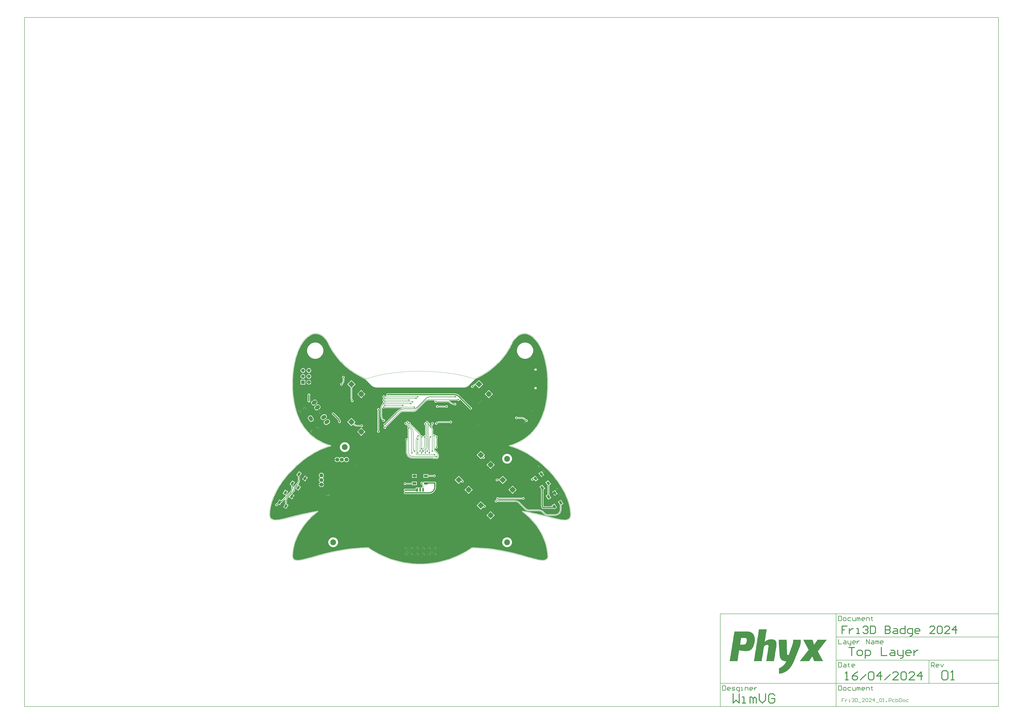
<source format=gtl>
G04*
G04 #@! TF.GenerationSoftware,Altium Limited,Altium Designer,24.4.1 (13)*
G04*
G04 Layer_Physical_Order=1*
G04 Layer_Color=3394611*
%FSLAX25Y25*%
%MOIN*%
G70*
G04*
G04 #@! TF.SameCoordinates,26F0EDD7-2FD7-4C20-BC01-A1B826D05D5E*
G04*
G04*
G04 #@! TF.FilePolarity,Positive*
G04*
G01*
G75*
%ADD10C,0.00394*%
%ADD11C,0.00591*%
%ADD13C,0.00787*%
%ADD14C,0.01575*%
%ADD15C,0.00984*%
%ADD16P,0.11136X4X180.0*%
G04:AMPARAMS|DCode=17|XSize=59.06mil|YSize=39.37mil|CornerRadius=0mil|HoleSize=0mil|Usage=FLASHONLY|Rotation=59.000|XOffset=0mil|YOffset=0mil|HoleType=Round|Shape=Rectangle|*
%AMROTATEDRECTD17*
4,1,4,0.00167,-0.03545,-0.03208,-0.01517,-0.00167,0.03545,0.03208,0.01517,0.00167,-0.03545,0.0*
%
%ADD17ROTATEDRECTD17*%

G04:AMPARAMS|DCode=18|XSize=59.06mil|YSize=39.37mil|CornerRadius=0mil|HoleSize=0mil|Usage=FLASHONLY|Rotation=54.000|XOffset=0mil|YOffset=0mil|HoleType=Round|Shape=Rectangle|*
%AMROTATEDRECTD18*
4,1,4,-0.00143,-0.03546,-0.03328,-0.01232,0.00143,0.03546,0.03328,0.01232,-0.00143,-0.03546,0.0*
%
%ADD18ROTATEDRECTD18*%

%ADD19R,0.05906X0.03937*%
G04:AMPARAMS|DCode=20|XSize=59.06mil|YSize=39.37mil|CornerRadius=0mil|HoleSize=0mil|Usage=FLASHONLY|Rotation=127.000|XOffset=0mil|YOffset=0mil|HoleType=Round|Shape=Rectangle|*
%AMROTATEDRECTD20*
4,1,4,0.03349,-0.01174,0.00205,-0.03543,-0.03349,0.01174,-0.00205,0.03543,0.03349,-0.01174,0.0*
%
%ADD20ROTATEDRECTD20*%

G04:AMPARAMS|DCode=21|XSize=59.06mil|YSize=39.37mil|CornerRadius=0mil|HoleSize=0mil|Usage=FLASHONLY|Rotation=121.000|XOffset=0mil|YOffset=0mil|HoleType=Round|Shape=Rectangle|*
%AMROTATEDRECTD21*
4,1,4,0.03208,-0.01517,-0.00167,-0.03545,-0.03208,0.01517,0.00167,0.03545,0.03208,-0.01517,0.0*
%
%ADD21ROTATEDRECTD21*%

%ADD22R,0.03150X0.05906*%
%ADD31C,0.04724*%
%ADD43C,0.01968*%
%ADD44C,0.09843*%
%ADD45C,0.04331*%
%ADD46C,0.02559*%
G04:AMPARAMS|DCode=47|XSize=90.55mil|YSize=62.99mil|CornerRadius=0mil|HoleSize=0mil|Usage=FLASHONLY|Rotation=33.000|XOffset=0mil|YOffset=0mil|HoleType=Round|Shape=Round|*
%AMOVALD47*
21,1,0.02756,0.06299,0.00000,0.00000,33.0*
1,1,0.06299,-0.01156,-0.00751*
1,1,0.06299,0.01156,0.00751*
%
%ADD47OVALD47*%

G04:AMPARAMS|DCode=48|XSize=90.55mil|YSize=62.99mil|CornerRadius=0mil|HoleSize=0mil|Usage=FLASHONLY|Rotation=303.000|XOffset=0mil|YOffset=0mil|HoleType=Round|Shape=Round|*
%AMOVALD48*
21,1,0.02756,0.06299,0.00000,0.00000,303.0*
1,1,0.06299,-0.00751,0.01156*
1,1,0.06299,0.00751,-0.01156*
%
%ADD48OVALD48*%

%ADD49C,0.05906*%
%ADD50C,0.06693*%
%ADD51O,0.09843X0.43307*%
%ADD52C,0.03543*%
%ADD53R,0.05906X0.05906*%
%ADD54C,0.02362*%
G36*
X-175896Y390800D02*
X-173938Y390554D01*
X-172022Y390084D01*
X-170172Y389397D01*
X-169297Y388951D01*
X-168287Y388426D01*
X-166370Y387186D01*
X-164579Y385768D01*
X-162932Y384186D01*
X-162188Y383320D01*
X-162187Y383320D01*
X-162187Y383319D01*
X-161246Y382228D01*
X-159518Y379922D01*
X-157953Y377502D01*
X-156559Y374980D01*
X-155950Y373674D01*
X-155941Y373663D01*
X-155938Y373650D01*
X-154796Y371365D01*
X-154786Y371353D01*
X-154781Y371337D01*
X-152353Y366843D01*
X-152339Y366827D01*
X-152332Y366806D01*
X-149715Y362419D01*
X-149701Y362403D01*
X-149693Y362383D01*
X-146892Y358112D01*
X-146877Y358096D01*
X-146868Y358076D01*
X-143889Y353927D01*
X-143874Y353912D01*
X-143864Y353893D01*
X-140711Y349874D01*
X-140695Y349860D01*
X-140684Y349841D01*
X-137364Y345959D01*
X-137347Y345946D01*
X-137336Y345928D01*
X-133854Y342190D01*
X-133837Y342178D01*
X-133825Y342160D01*
X-130187Y338574D01*
X-130169Y338562D01*
X-130157Y338544D01*
X-126371Y335116D01*
X-126352Y335104D01*
X-126338Y335088D01*
X-122410Y331823D01*
X-122391Y331812D01*
X-122377Y331796D01*
X-118314Y328701D01*
X-118299Y328694D01*
X-118288Y328682D01*
X-116208Y327199D01*
X-116200Y327195D01*
X-116193Y327189D01*
X-113364Y325251D01*
X-113347Y325244D01*
X-113333Y325230D01*
X-107535Y321571D01*
X-107511Y321562D01*
X-107491Y321545D01*
X-101517Y318180D01*
X-101493Y318172D01*
X-101473Y318156D01*
X-95338Y315094D01*
X-95319Y315089D01*
X-95304Y315078D01*
X-92918Y313997D01*
X-92689Y313655D01*
X-82828Y303794D01*
X-82840Y303783D01*
X-81242Y302418D01*
X-79450Y301320D01*
X-77508Y300516D01*
X-75465Y300025D01*
X-73370Y299860D01*
Y299876D01*
X73370D01*
Y299860D01*
X75465Y300025D01*
X77508Y300516D01*
X79450Y301320D01*
X81242Y302418D01*
X82840Y303783D01*
X82828Y303794D01*
X92689Y313655D01*
X92914Y313991D01*
X94753Y314814D01*
X94766Y314824D01*
X94782Y314828D01*
X99860Y317296D01*
X99877Y317309D01*
X99898Y317316D01*
X104866Y319998D01*
X104883Y320012D01*
X104903Y320019D01*
X109752Y322910D01*
X109768Y322924D01*
X109789Y322932D01*
X114511Y326027D01*
X114526Y326042D01*
X114546Y326051D01*
X119132Y329344D01*
X119147Y329360D01*
X119166Y329369D01*
X123608Y332854D01*
X123623Y332871D01*
X123641Y332881D01*
X127931Y336551D01*
X127941Y336564D01*
X127955Y336573D01*
X130041Y338475D01*
X130048Y338485D01*
X130058Y338492D01*
X132025Y340375D01*
X132035Y340389D01*
X132049Y340399D01*
X135849Y344298D01*
X135862Y344317D01*
X135881Y344332D01*
X139498Y348401D01*
X139510Y348421D01*
X139528Y348436D01*
X142953Y352667D01*
X142964Y352688D01*
X142982Y352704D01*
X146209Y357089D01*
X146219Y357110D01*
X146235Y357126D01*
X149258Y361655D01*
X149267Y361677D01*
X149282Y361694D01*
X152093Y366356D01*
X152101Y366378D01*
X152116Y366396D01*
X154709Y371184D01*
X154714Y371200D01*
X154725Y371214D01*
X155938Y373651D01*
X155948Y373685D01*
X155967Y373715D01*
X156462Y374908D01*
X157642Y377206D01*
X159006Y379400D01*
X160544Y381476D01*
X162247Y383419D01*
X164103Y385216D01*
X166099Y386856D01*
X168223Y388328D01*
X169318Y388961D01*
X170173Y389397D01*
X172023Y390084D01*
X173939Y390554D01*
X175897Y390800D01*
X176877Y390810D01*
X177884Y390807D01*
X179897Y390586D01*
X181875Y390151D01*
X183795Y389506D01*
X184713Y389084D01*
X185790Y388585D01*
X187856Y387415D01*
X189820Y386080D01*
X191667Y384589D01*
X192527Y383770D01*
X192528Y383769D01*
X192529Y383768D01*
X193578Y382773D01*
X195554Y380662D01*
X197398Y378436D01*
X199104Y376102D01*
X199886Y374886D01*
X199887Y374885D01*
X199887Y374884D01*
X200835Y373417D01*
X202592Y370399D01*
X204207Y367303D01*
X205677Y364135D01*
X206338Y362519D01*
X206339Y362519D01*
X206339Y362518D01*
X207126Y360602D01*
X208554Y356716D01*
X209835Y352777D01*
X210966Y348793D01*
X211456Y346782D01*
X211456Y346781D01*
X211456Y346781D01*
X212030Y344437D01*
X213025Y339714D01*
X213868Y334962D01*
X214558Y330185D01*
X214825Y327786D01*
X214825Y327786D01*
X214825Y327786D01*
X215134Y325030D01*
X215595Y319502D01*
X215899Y313964D01*
X216044Y308419D01*
X216038Y305646D01*
X216039Y305640D01*
X216038Y305634D01*
X216061Y303259D01*
X215967Y298509D01*
X215734Y293764D01*
X215360Y289028D01*
X214848Y284306D01*
X214197Y279599D01*
X213408Y274915D01*
X212482Y270256D01*
X211951Y267944D01*
X211498Y266034D01*
X210458Y262240D01*
X209288Y258483D01*
X207990Y254769D01*
X207278Y252936D01*
X206640Y251295D01*
X205244Y248063D01*
X203731Y244883D01*
X202102Y241762D01*
X201231Y240232D01*
X201231Y240231D01*
X201230Y240230D01*
X200475Y238896D01*
X198865Y236287D01*
X197159Y233739D01*
X195358Y231257D01*
X193466Y228844D01*
X191484Y226504D01*
X189417Y224240D01*
X187266Y222054D01*
X186152Y221004D01*
X184344Y219321D01*
X180521Y216178D01*
X176511Y213279D01*
X172330Y210632D01*
X167993Y208249D01*
X163518Y206138D01*
X158920Y204308D01*
X154218Y202765D01*
X151824Y202140D01*
X151704Y202082D01*
X151578Y202040D01*
X151530Y201997D01*
X151472Y201970D01*
X151383Y201870D01*
X151283Y201782D01*
X151254Y201725D01*
X151212Y201677D01*
X151168Y201551D01*
X151109Y201431D01*
X151104Y201367D01*
X151084Y201307D01*
X151091Y201174D01*
X151082Y201041D01*
X151103Y200980D01*
X151107Y200916D01*
X151165Y200796D01*
X151207Y200670D01*
X151250Y200621D01*
X151277Y200564D01*
X151377Y200475D01*
X151465Y200375D01*
X151522Y200346D01*
X151570Y200304D01*
X151696Y200260D01*
X151816Y200201D01*
X153691Y199694D01*
X157404Y198557D01*
X161077Y197296D01*
X164707Y195913D01*
X168287Y194410D01*
X171816Y192788D01*
X175289Y191049D01*
X178701Y189195D01*
X180376Y188212D01*
X180380Y188211D01*
X180383Y188208D01*
X182191Y187166D01*
X185750Y184988D01*
X189249Y182715D01*
X192687Y180350D01*
X194374Y179123D01*
X194375Y179122D01*
X194376Y179121D01*
X196678Y177455D01*
X201169Y173972D01*
X205544Y170343D01*
X209796Y166571D01*
X213921Y162661D01*
X217915Y158617D01*
X221773Y154443D01*
X225490Y150144D01*
X229065Y145725D01*
X232491Y141190D01*
X235766Y136544D01*
X238885Y131793D01*
X240363Y129371D01*
X241386Y127658D01*
X243324Y124159D01*
X245150Y120600D01*
X246860Y116984D01*
X247656Y115149D01*
X247656Y115149D01*
X247656Y115148D01*
X248412Y113411D01*
X249787Y109880D01*
X251024Y106299D01*
X252121Y102671D01*
X252598Y100838D01*
X252598Y100838D01*
X252598Y100837D01*
X253049Y99110D01*
X253784Y95616D01*
X254350Y92090D01*
X254747Y88542D01*
X254859Y86760D01*
X254875Y86700D01*
X254875Y86638D01*
X254986Y86044D01*
X255072Y84838D01*
X255018Y83629D01*
X254826Y82435D01*
X254498Y81271D01*
X254039Y80153D01*
X253454Y79094D01*
X252752Y78109D01*
X252393Y77712D01*
X252063Y77435D01*
X251219Y76897D01*
X250312Y76473D01*
X249358Y76171D01*
X248866Y76082D01*
X248863Y76081D01*
X248860Y76081D01*
X248179Y75956D01*
X246804Y75796D01*
X245421Y75727D01*
X244037Y75751D01*
X243347Y75809D01*
X243343Y75809D01*
X243338Y75810D01*
X242412Y75879D01*
X240566Y76073D01*
X238726Y76323D01*
X236895Y76629D01*
X235984Y76810D01*
X235982D01*
X235980Y76811D01*
X234839Y77032D01*
X232561Y77504D01*
X230290Y78004D01*
X228025Y78533D01*
X226897Y78811D01*
X216140Y81511D01*
X216139Y81512D01*
X216139Y81512D01*
X203789Y84596D01*
X203785Y84596D01*
X203781Y84598D01*
X202048Y85015D01*
X202045Y85015D01*
X202042Y85016D01*
X198572Y85832D01*
X198568Y85832D01*
X198565Y85833D01*
X195088Y86624D01*
X195085Y86624D01*
X195081Y86625D01*
X191599Y87390D01*
X191596Y87390D01*
X191594Y87391D01*
X189851Y87764D01*
X189848Y87764D01*
X189846Y87765D01*
X187925Y88166D01*
X187921Y88167D01*
X187917Y88168D01*
X184068Y88941D01*
X184063Y88941D01*
X184058Y88943D01*
X180201Y89676D01*
X180196Y89676D01*
X180191Y89678D01*
X176326Y90370D01*
X176322Y90370D01*
X176319Y90372D01*
X174384Y90703D01*
X174230Y90699D01*
X174077Y90708D01*
X174036Y90693D01*
X173993Y90692D01*
X173852Y90630D01*
X173707Y90579D01*
X173675Y90550D01*
X173635Y90533D01*
X173529Y90421D01*
X173415Y90319D01*
X173396Y90280D01*
X173366Y90249D01*
X173311Y90105D01*
X173244Y89966D01*
X173241Y89923D01*
X173226Y89883D01*
X173230Y89729D01*
X173221Y89576D01*
X173235Y89535D01*
X173236Y89491D01*
X173299Y89351D01*
X173349Y89206D01*
X173378Y89173D01*
X173396Y89134D01*
X173507Y89028D01*
X173609Y88913D01*
X175366Y87585D01*
X178777Y84800D01*
X182083Y81890D01*
X185279Y78860D01*
X188359Y75713D01*
X191321Y72453D01*
X194160Y69086D01*
X196872Y65616D01*
X198162Y63832D01*
X199427Y62075D01*
X201810Y58452D01*
X204038Y54732D01*
X206108Y50923D01*
X207062Y48976D01*
X207063Y48976D01*
X207063Y48976D01*
X208008Y47047D01*
X209717Y43106D01*
X211241Y39089D01*
X212576Y35006D01*
X213147Y32935D01*
X213720Y30859D01*
X214650Y26654D01*
X215363Y22405D01*
X215858Y18126D01*
X215996Y15977D01*
X216024Y15872D01*
X216033Y15764D01*
X216208Y15154D01*
X216321Y13891D01*
X216192Y12630D01*
X215826Y11416D01*
X215236Y10293D01*
X214443Y9303D01*
X213477Y8482D01*
X212372Y7859D01*
X211816Y7673D01*
X211079Y7502D01*
X209487Y7286D01*
X207882Y7219D01*
X206278Y7303D01*
X205483Y7419D01*
X205472Y7419D01*
X205461Y7422D01*
X204280Y7569D01*
X201928Y7938D01*
X199589Y8384D01*
X197266Y8904D01*
X196114Y9202D01*
X196110Y9202D01*
X196107Y9204D01*
X194593Y9584D01*
X191571Y10370D01*
X188557Y11182D01*
X185550Y12020D01*
X184049Y12453D01*
X184045Y12453D01*
X184042Y12455D01*
X169440Y16536D01*
X169436Y16537D01*
X169431Y16539D01*
X167315Y17110D01*
X167311Y17110D01*
X167308Y17112D01*
X163067Y18222D01*
X163062Y18223D01*
X163058Y18225D01*
X158806Y19294D01*
X158801Y19294D01*
X158796Y19296D01*
X154534Y20323D01*
X154531Y20323D01*
X154527Y20324D01*
X152392Y20822D01*
X152389Y20822D01*
X152386Y20823D01*
X149986Y21366D01*
X149980Y21366D01*
X149975Y21369D01*
X145164Y22400D01*
X145156Y22400D01*
X145149Y22403D01*
X140323Y23363D01*
X140315D01*
X140308Y23366D01*
X135468Y24253D01*
X135462Y24253D01*
X135457Y24255D01*
X133032Y24671D01*
X133027Y24671D01*
X133023Y24673D01*
X130349Y25108D01*
X130341Y25108D01*
X130334Y25110D01*
X124974Y25905D01*
X124964Y25905D01*
X124955Y25908D01*
X119580Y26600D01*
X119571Y26600D01*
X119561Y26603D01*
X114174Y27193D01*
X114167Y27193D01*
X114160Y27194D01*
X111463Y27452D01*
X111458Y27451D01*
X111452Y27452D01*
X108512Y27701D01*
X108503Y27700D01*
X108495Y27703D01*
X102606Y28102D01*
X102594Y28101D01*
X102583Y28103D01*
X96687Y28372D01*
X96676Y28370D01*
X96665Y28372D01*
X90763Y28509D01*
X90755Y28508D01*
X90747Y28509D01*
X87796Y28528D01*
X87686Y28507D01*
X87573Y28505D01*
X87495Y28471D01*
X87411Y28455D01*
X87318Y28393D01*
X87215Y28348D01*
X84042Y26134D01*
X77479Y22036D01*
X70715Y18276D01*
X63770Y14865D01*
X56660Y11812D01*
X49403Y9125D01*
X42020Y6810D01*
X34528Y4873D01*
X26948Y3320D01*
X19298Y2155D01*
X11599Y1380D01*
X3870Y998D01*
X1Y1003D01*
X-0Y1003D01*
X-1Y1003D01*
X-3870Y998D01*
X-11598Y1380D01*
X-19298Y2155D01*
X-26947Y3320D01*
X-34527Y4873D01*
X-42019Y6810D01*
X-49402Y9125D01*
X-56658Y11812D01*
X-63768Y14865D01*
X-70714Y18276D01*
X-77476Y22036D01*
X-84039Y26134D01*
X-87213Y28348D01*
X-87318Y28394D01*
X-87414Y28457D01*
X-87495Y28472D01*
X-87571Y28505D01*
X-87686Y28507D01*
X-87799Y28528D01*
X-91860Y28477D01*
X-91870Y28475D01*
X-91881Y28477D01*
X-99998Y28203D01*
X-100012Y28199D01*
X-100026Y28201D01*
X-108132Y27697D01*
X-108146Y27693D01*
X-108160Y27695D01*
X-116248Y26961D01*
X-116262Y26957D01*
X-116276Y26959D01*
X-124340Y25997D01*
X-124354Y25992D01*
X-124369Y25993D01*
X-132402Y24803D01*
X-132416Y24798D01*
X-132430Y24798D01*
X-140427Y23381D01*
X-140440Y23376D01*
X-140455Y23376D01*
X-148408Y21733D01*
X-148418Y21729D01*
X-148429Y21729D01*
X-152388Y20823D01*
X-152390Y20822D01*
X-152392Y20822D01*
X-154526Y20324D01*
X-154530Y20323D01*
X-154534Y20323D01*
X-158796Y19296D01*
X-158800Y19294D01*
X-158805Y19293D01*
X-163057Y18225D01*
X-163061Y18223D01*
X-163066Y18222D01*
X-167307Y17111D01*
X-167311Y17110D01*
X-167315Y17110D01*
X-169431Y16539D01*
X-169435Y16536D01*
X-169440Y16536D01*
X-184041Y12455D01*
X-184045Y12453D01*
X-184049Y12453D01*
X-185549Y12020D01*
X-188556Y11182D01*
X-191570Y10370D01*
X-194593Y9583D01*
X-196106Y9204D01*
X-196109Y9202D01*
X-196113Y9202D01*
X-197265Y8904D01*
X-199589Y8384D01*
X-201927Y7938D01*
X-204279Y7569D01*
X-205460Y7422D01*
X-205471Y7419D01*
X-205482Y7419D01*
X-206277Y7303D01*
X-207881Y7219D01*
X-209486Y7286D01*
X-211078Y7502D01*
X-211857Y7683D01*
X-212370Y7807D01*
X-213332Y8265D01*
X-214178Y8912D01*
X-214873Y9719D01*
X-215113Y10153D01*
X-215408Y10796D01*
X-215837Y12222D01*
X-216066Y13692D01*
X-216090Y15180D01*
X-215999Y15919D01*
X-216001Y15946D01*
X-215994Y15973D01*
X-215847Y18119D01*
X-215344Y22391D01*
X-214632Y26633D01*
X-213713Y30836D01*
X-212590Y34988D01*
X-211263Y39080D01*
X-209738Y43102D01*
X-208018Y47045D01*
X-207062Y48972D01*
X-207062Y48974D01*
X-207060Y48976D01*
X-206106Y50923D01*
X-204036Y54732D01*
X-201807Y58452D01*
X-199425Y62074D01*
X-198159Y63833D01*
X-198159Y63833D01*
X-196230Y66508D01*
X-192076Y71632D01*
X-187639Y76512D01*
X-182933Y81134D01*
X-180454Y83308D01*
X-180453Y83309D01*
X-180453Y83310D01*
X-179622Y84040D01*
X-177935Y85473D01*
X-176223Y86874D01*
X-174485Y88245D01*
X-173605Y88915D01*
X-173503Y89030D01*
X-173391Y89137D01*
X-173374Y89176D01*
X-173346Y89208D01*
X-173295Y89354D01*
X-173233Y89495D01*
X-173232Y89538D01*
X-173218Y89578D01*
X-173228Y89732D01*
X-173224Y89887D01*
X-173240Y89927D01*
X-173242Y89969D01*
X-173310Y90108D01*
X-173366Y90252D01*
X-173395Y90283D01*
X-173414Y90321D01*
X-173530Y90423D01*
X-173636Y90535D01*
X-173675Y90552D01*
X-173707Y90580D01*
X-173853Y90631D01*
X-173994Y90693D01*
X-174037Y90694D01*
X-174077Y90708D01*
X-174231Y90698D01*
X-174386Y90702D01*
X-178075Y90055D01*
X-178081Y90053D01*
X-178088Y90053D01*
X-185448Y88661D01*
X-185457Y88658D01*
X-185466Y88658D01*
X-192800Y87134D01*
X-192809Y87131D01*
X-192818Y87131D01*
X-200124Y85477D01*
X-200130Y85474D01*
X-200137Y85474D01*
X-203778Y84598D01*
X-203782Y84596D01*
X-203787Y84596D01*
X-216137Y81512D01*
X-216137Y81512D01*
X-216138Y81511D01*
X-226896Y78811D01*
X-228023Y78533D01*
X-230287Y78004D01*
X-232558Y77504D01*
X-234836Y77032D01*
X-235978Y76811D01*
X-235980Y76810D01*
X-235982D01*
X-236893Y76629D01*
X-238724Y76323D01*
X-240564Y76073D01*
X-242410Y75879D01*
X-243336Y75810D01*
X-243340Y75809D01*
X-243345Y75809D01*
X-244035Y75751D01*
X-245419Y75727D01*
X-246802Y75796D01*
X-248177Y75956D01*
X-248858Y76081D01*
X-248861Y76081D01*
X-248863Y76082D01*
X-249356Y76171D01*
X-250310Y76473D01*
X-251217Y76897D01*
X-252061Y77435D01*
X-252428Y77743D01*
X-252775Y78060D01*
X-253397Y78820D01*
X-253902Y79662D01*
X-254280Y80568D01*
X-254401Y81044D01*
X-254576Y81737D01*
X-254810Y83154D01*
X-254925Y84585D01*
X-254921Y86022D01*
X-254859Y86737D01*
X-254859Y86743D01*
X-254858Y86748D01*
X-254720Y88583D01*
X-254285Y92237D01*
X-253692Y95869D01*
X-252943Y99472D01*
X-252039Y103039D01*
X-250980Y106564D01*
X-249771Y110039D01*
X-248412Y113459D01*
X-247659Y115138D01*
X-247657Y115144D01*
X-247654Y115149D01*
X-246858Y116984D01*
X-245148Y120600D01*
X-243322Y124159D01*
X-241384Y127658D01*
X-240358Y129376D01*
X-240358Y129376D01*
X-240358Y129376D01*
X-239291Y131167D01*
X-237057Y134688D01*
X-234727Y138146D01*
X-232302Y141539D01*
X-231043Y143201D01*
X-229327Y145466D01*
X-225747Y149882D01*
X-222026Y154179D01*
X-218166Y158352D01*
X-214171Y162397D01*
X-210047Y166309D01*
X-205797Y170085D01*
X-201426Y173719D01*
X-196939Y177209D01*
X-192340Y180551D01*
X-187634Y183740D01*
X-182827Y186774D01*
X-180378Y188210D01*
X-178650Y189207D01*
X-175129Y191098D01*
X-171551Y192881D01*
X-167921Y194554D01*
X-166082Y195334D01*
X-166081Y195335D01*
X-166081Y195335D01*
X-164346Y196073D01*
X-160825Y197420D01*
X-157257Y198637D01*
X-153646Y199723D01*
X-151822Y200199D01*
X-151699Y200258D01*
X-151569Y200303D01*
X-151524Y200343D01*
X-151470Y200369D01*
X-151379Y200472D01*
X-151276Y200563D01*
X-151250Y200617D01*
X-151209Y200662D01*
X-151165Y200792D01*
X-151105Y200915D01*
X-151101Y200975D01*
X-151081Y201032D01*
X-151089Y201169D01*
X-151081Y201306D01*
X-151101Y201363D01*
X-151104Y201423D01*
X-151164Y201546D01*
X-151209Y201676D01*
X-151249Y201721D01*
X-151275Y201775D01*
X-151378Y201866D01*
X-151469Y201969D01*
X-151523Y201995D01*
X-151568Y202035D01*
X-151698Y202080D01*
X-151821Y202140D01*
X-154185Y202760D01*
X-158832Y204284D01*
X-163376Y206087D01*
X-167804Y208162D01*
X-172098Y210502D01*
X-176242Y213097D01*
X-180221Y215939D01*
X-184020Y219016D01*
X-187627Y222318D01*
X-191026Y225833D01*
X-194206Y229547D01*
X-197156Y233447D01*
X-199863Y237518D01*
X-202319Y241746D01*
X-204515Y246115D01*
X-206441Y250609D01*
X-207266Y252911D01*
X-207273Y252922D01*
X-207276Y252935D01*
X-207988Y254769D01*
X-209286Y258483D01*
X-210456Y262240D01*
X-211495Y266034D01*
X-211950Y267948D01*
X-212463Y270110D01*
X-213354Y274464D01*
X-214109Y278844D01*
X-214726Y283246D01*
X-214966Y285455D01*
X-215239Y287969D01*
X-215647Y293009D01*
X-215914Y298058D01*
X-216042Y303113D01*
X-216036Y305641D01*
X-216037Y305647D01*
X-216036Y305654D01*
X-216061Y308247D01*
X-215956Y313432D01*
X-215693Y318613D01*
X-215275Y323782D01*
X-214701Y328937D01*
X-213971Y334072D01*
X-213086Y339183D01*
X-212048Y344265D01*
X-211453Y346786D01*
X-210964Y348793D01*
X-209832Y352777D01*
X-208552Y356715D01*
X-207124Y360602D01*
X-206337Y362518D01*
X-206336Y362519D01*
X-206336Y362519D01*
X-205675Y364135D01*
X-204205Y367303D01*
X-202589Y370399D01*
X-200833Y373417D01*
X-199885Y374884D01*
X-199884Y374885D01*
X-199883Y374886D01*
X-199102Y376102D01*
X-197396Y378436D01*
X-195551Y380662D01*
X-193576Y382773D01*
X-192527Y383768D01*
X-192526Y383769D01*
X-192525Y383770D01*
X-191665Y384589D01*
X-189818Y386080D01*
X-187855Y387415D01*
X-185788Y388585D01*
X-184711Y389084D01*
X-183793Y389506D01*
X-181873Y390151D01*
X-179896Y390586D01*
X-177883Y390808D01*
X-176876Y390810D01*
X-175896Y390800D01*
D02*
G37*
G36*
X690376Y-128249D02*
X690090D01*
Y-128535D01*
X689804D01*
Y-128821D01*
Y-129108D01*
X689517D01*
Y-129394D01*
X689231D01*
Y-129680D01*
X688945D01*
Y-129966D01*
Y-130253D01*
X688658D01*
Y-130539D01*
X688372D01*
Y-130825D01*
X688086D01*
Y-131112D01*
X687799D01*
Y-131398D01*
Y-131684D01*
X687513D01*
Y-131971D01*
X687227D01*
Y-132257D01*
X686940D01*
Y-132543D01*
Y-132830D01*
X686654D01*
Y-133116D01*
X686368D01*
Y-133402D01*
X686082D01*
Y-133689D01*
X685795D01*
Y-133975D01*
Y-134261D01*
X685509D01*
Y-134547D01*
X685223D01*
Y-134834D01*
X684936D01*
Y-135120D01*
Y-135406D01*
X684650D01*
Y-135693D01*
X684364D01*
Y-135979D01*
X684077D01*
Y-136265D01*
Y-136552D01*
X683791D01*
Y-136838D01*
X683505D01*
Y-137124D01*
X683218D01*
Y-137411D01*
X682932D01*
Y-137697D01*
Y-137983D01*
X682646D01*
Y-138270D01*
X682359D01*
Y-138556D01*
X682073D01*
Y-138842D01*
Y-139128D01*
X681787D01*
Y-139415D01*
X681500D01*
Y-139701D01*
X681214D01*
Y-139988D01*
Y-140274D01*
X680928D01*
Y-140560D01*
X680642D01*
Y-140846D01*
X680355D01*
Y-141133D01*
X680069D01*
Y-141419D01*
Y-141705D01*
X679783D01*
Y-141992D01*
X679496D01*
Y-142278D01*
X679210D01*
Y-142564D01*
Y-142851D01*
X678924D01*
Y-143137D01*
X678637D01*
Y-143423D01*
X678351D01*
Y-143710D01*
Y-143996D01*
X678065D01*
Y-144282D01*
X677778D01*
Y-144569D01*
X677492D01*
Y-144855D01*
X677206D01*
Y-145141D01*
Y-145427D01*
X676920D01*
Y-145714D01*
X676633D01*
Y-146000D01*
X676347D01*
Y-146286D01*
Y-146573D01*
X676060D01*
Y-146859D01*
X675774D01*
Y-147145D01*
X675488D01*
Y-147432D01*
X675202D01*
Y-147718D01*
Y-148004D01*
X675488D01*
Y-148291D01*
Y-148577D01*
X675774D01*
Y-148863D01*
Y-149150D01*
X676060D01*
Y-149436D01*
X676347D01*
Y-149722D01*
Y-150008D01*
X676633D01*
Y-150295D01*
Y-150581D01*
X676920D01*
Y-150867D01*
Y-151154D01*
X677206D01*
Y-151440D01*
Y-151726D01*
X677492D01*
Y-152013D01*
Y-152299D01*
X677778D01*
Y-152585D01*
Y-152872D01*
X678065D01*
Y-153158D01*
Y-153444D01*
X678351D01*
Y-153730D01*
Y-154017D01*
X678637D01*
Y-154303D01*
X678924D01*
Y-154589D01*
Y-154876D01*
X679210D01*
Y-155162D01*
Y-155448D01*
X679496D01*
Y-155735D01*
Y-156021D01*
X679783D01*
Y-156307D01*
Y-156594D01*
X680069D01*
Y-156880D01*
Y-157166D01*
X680355D01*
Y-157453D01*
Y-157739D01*
X680642D01*
Y-158025D01*
Y-158311D01*
X680928D01*
Y-158598D01*
X681214D01*
Y-158884D01*
Y-159170D01*
X681500D01*
Y-159457D01*
Y-159743D01*
X681787D01*
Y-160029D01*
Y-160316D01*
X682073D01*
Y-160602D01*
Y-160888D01*
X682359D01*
Y-161175D01*
Y-161461D01*
X682646D01*
Y-161747D01*
Y-162034D01*
X682932D01*
Y-162320D01*
Y-162606D01*
X683218D01*
Y-162892D01*
X683505D01*
Y-163179D01*
Y-163465D01*
X683791D01*
Y-163751D01*
Y-164038D01*
X684077D01*
Y-164324D01*
X668903D01*
Y-164038D01*
X668616D01*
Y-163751D01*
Y-163465D01*
Y-163179D01*
X668330D01*
Y-162892D01*
Y-162606D01*
Y-162320D01*
X668044D01*
Y-162034D01*
Y-161747D01*
X667758D01*
Y-161461D01*
Y-161175D01*
Y-160888D01*
X667471D01*
Y-160602D01*
Y-160316D01*
Y-160029D01*
X667185D01*
Y-159743D01*
Y-159457D01*
X666898D01*
Y-159170D01*
Y-158884D01*
Y-158598D01*
X666612D01*
Y-158311D01*
Y-158025D01*
Y-157739D01*
X666326D01*
Y-157453D01*
Y-157166D01*
Y-156880D01*
X666040D01*
Y-156594D01*
X665467D01*
Y-156880D01*
Y-157166D01*
X665181D01*
Y-157453D01*
X664894D01*
Y-157739D01*
Y-158025D01*
X664608D01*
Y-158311D01*
X664322D01*
Y-158598D01*
Y-158884D01*
X664035D01*
Y-159170D01*
X663749D01*
Y-159457D01*
Y-159743D01*
X663463D01*
Y-160029D01*
X663176D01*
Y-160316D01*
X662890D01*
Y-160602D01*
Y-160888D01*
X662604D01*
Y-161175D01*
X662318D01*
Y-161461D01*
Y-161747D01*
X662031D01*
Y-162034D01*
X661745D01*
Y-162320D01*
Y-162606D01*
X661459D01*
Y-162892D01*
X661172D01*
Y-163179D01*
Y-163465D01*
X660886D01*
Y-163751D01*
X660600D01*
Y-164038D01*
Y-164324D01*
X644566D01*
Y-164038D01*
X644852D01*
Y-163751D01*
X645139D01*
Y-163465D01*
X645425D01*
Y-163179D01*
X645711D01*
Y-162892D01*
Y-162606D01*
X645998D01*
Y-162320D01*
X646284D01*
Y-162034D01*
X646570D01*
Y-161747D01*
X646857D01*
Y-161461D01*
Y-161175D01*
X647143D01*
Y-160888D01*
X647429D01*
Y-160602D01*
X647716D01*
Y-160316D01*
Y-160029D01*
X648002D01*
Y-159743D01*
X648288D01*
Y-159457D01*
X648574D01*
Y-159170D01*
X648861D01*
Y-158884D01*
Y-158598D01*
X649147D01*
Y-158311D01*
X649433D01*
Y-158025D01*
X649720D01*
Y-157739D01*
X650006D01*
Y-157453D01*
Y-157166D01*
X650292D01*
Y-156880D01*
X650579D01*
Y-156594D01*
X650865D01*
Y-156307D01*
Y-156021D01*
X651151D01*
Y-155735D01*
X651438D01*
Y-155448D01*
X651724D01*
Y-155162D01*
X652010D01*
Y-154876D01*
Y-154589D01*
X652297D01*
Y-154303D01*
X652583D01*
Y-154017D01*
X652869D01*
Y-153730D01*
Y-153444D01*
X653156D01*
Y-153158D01*
X653442D01*
Y-152872D01*
X653728D01*
Y-152585D01*
X654014D01*
Y-152299D01*
Y-152013D01*
X654301D01*
Y-151726D01*
X654587D01*
Y-151440D01*
X654873D01*
Y-151154D01*
Y-150867D01*
X655160D01*
Y-150581D01*
X655446D01*
Y-150295D01*
X655732D01*
Y-150008D01*
X656019D01*
Y-149722D01*
Y-149436D01*
X656305D01*
Y-149150D01*
X656591D01*
Y-148863D01*
X656878D01*
Y-148577D01*
X657164D01*
Y-148291D01*
Y-148004D01*
X657450D01*
Y-147718D01*
X657736D01*
Y-147432D01*
X658023D01*
Y-147145D01*
Y-146859D01*
X658309D01*
Y-146573D01*
X658596D01*
Y-146286D01*
X658882D01*
Y-146000D01*
X659168D01*
Y-145714D01*
Y-145427D01*
X659454D01*
Y-145141D01*
Y-144855D01*
Y-144569D01*
X659168D01*
Y-144282D01*
X658882D01*
Y-143996D01*
Y-143710D01*
X658596D01*
Y-143423D01*
Y-143137D01*
X658309D01*
Y-142851D01*
Y-142564D01*
X658023D01*
Y-142278D01*
Y-141992D01*
X657736D01*
Y-141705D01*
Y-141419D01*
X657450D01*
Y-141133D01*
Y-140846D01*
X657164D01*
Y-140560D01*
X656878D01*
Y-140274D01*
Y-139988D01*
X656591D01*
Y-139701D01*
Y-139415D01*
X656305D01*
Y-139128D01*
Y-138842D01*
X656019D01*
Y-138556D01*
Y-138270D01*
X655732D01*
Y-137983D01*
Y-137697D01*
X655446D01*
Y-137411D01*
Y-137124D01*
X655160D01*
Y-136838D01*
X654873D01*
Y-136552D01*
Y-136265D01*
X654587D01*
Y-135979D01*
Y-135693D01*
X654301D01*
Y-135406D01*
Y-135120D01*
X654014D01*
Y-134834D01*
Y-134547D01*
X653728D01*
Y-134261D01*
Y-133975D01*
X653442D01*
Y-133689D01*
Y-133402D01*
X653156D01*
Y-133116D01*
Y-132830D01*
X652869D01*
Y-132543D01*
X652583D01*
Y-132257D01*
Y-131971D01*
X652297D01*
Y-131684D01*
Y-131398D01*
X652010D01*
Y-131112D01*
Y-130825D01*
X651724D01*
Y-130539D01*
Y-130253D01*
X651438D01*
Y-129966D01*
Y-129680D01*
X651151D01*
Y-129394D01*
Y-129108D01*
X650865D01*
Y-128821D01*
X650579D01*
Y-128535D01*
Y-128249D01*
X650292D01*
Y-127962D01*
X666040D01*
Y-128249D01*
X666326D01*
Y-128535D01*
Y-128821D01*
Y-129108D01*
X666612D01*
Y-129394D01*
Y-129680D01*
Y-129966D01*
X666898D01*
Y-130253D01*
Y-130539D01*
Y-130825D01*
X667185D01*
Y-131112D01*
Y-131398D01*
Y-131684D01*
X667471D01*
Y-131971D01*
Y-132257D01*
Y-132543D01*
X667758D01*
Y-132830D01*
Y-133116D01*
Y-133402D01*
X668044D01*
Y-133689D01*
Y-133975D01*
Y-134261D01*
X668330D01*
Y-134547D01*
Y-134834D01*
Y-135120D01*
X668616D01*
Y-135406D01*
Y-135693D01*
Y-135979D01*
Y-136265D01*
X669189D01*
Y-135979D01*
X669475D01*
Y-135693D01*
X669762D01*
Y-135406D01*
Y-135120D01*
X670048D01*
Y-134834D01*
X670334D01*
Y-134547D01*
Y-134261D01*
X670621D01*
Y-133975D01*
X670907D01*
Y-133689D01*
Y-133402D01*
X671193D01*
Y-133116D01*
X671480D01*
Y-132830D01*
Y-132543D01*
X671766D01*
Y-132257D01*
X672052D01*
Y-131971D01*
Y-131684D01*
X672338D01*
Y-131398D01*
X672625D01*
Y-131112D01*
Y-130825D01*
X672911D01*
Y-130539D01*
X673197D01*
Y-130253D01*
Y-129966D01*
X673484D01*
Y-129680D01*
X673770D01*
Y-129394D01*
Y-129108D01*
X674056D01*
Y-128821D01*
X674343D01*
Y-128535D01*
Y-128249D01*
X674629D01*
Y-127962D01*
X690376D01*
Y-128249D01*
D02*
G37*
G36*
X557241Y-114219D02*
X558959D01*
Y-114506D01*
X559818D01*
Y-114792D01*
X560676D01*
Y-115078D01*
X561535D01*
Y-115365D01*
X562108D01*
Y-115651D01*
X562394D01*
Y-115937D01*
X562967D01*
Y-116224D01*
X563253D01*
Y-116510D01*
X563826D01*
Y-116796D01*
X564112D01*
Y-117083D01*
X564398D01*
Y-117369D01*
X564685D01*
Y-117655D01*
X564971D01*
Y-117941D01*
X565258D01*
Y-118228D01*
X565544D01*
Y-118514D01*
Y-118800D01*
X565830D01*
Y-119087D01*
X566116D01*
Y-119373D01*
Y-119659D01*
X566403D01*
Y-119946D01*
X566689D01*
Y-120232D01*
Y-120518D01*
X566975D01*
Y-120805D01*
Y-121091D01*
Y-121377D01*
X567262D01*
Y-121663D01*
Y-121950D01*
Y-122236D01*
X567548D01*
Y-122522D01*
Y-122809D01*
Y-123095D01*
Y-123381D01*
X567834D01*
Y-123668D01*
Y-123954D01*
Y-124240D01*
Y-124527D01*
Y-124813D01*
X568121D01*
Y-125099D01*
Y-125385D01*
Y-125672D01*
Y-125958D01*
Y-126244D01*
Y-126531D01*
Y-126817D01*
Y-127103D01*
Y-127390D01*
Y-127676D01*
Y-127962D01*
Y-128249D01*
Y-128535D01*
Y-128821D01*
Y-129108D01*
Y-129394D01*
Y-129680D01*
Y-129966D01*
Y-130253D01*
Y-130539D01*
X567834D01*
Y-130825D01*
Y-131112D01*
Y-131398D01*
Y-131684D01*
Y-131971D01*
Y-132257D01*
Y-132543D01*
X567548D01*
Y-132830D01*
Y-133116D01*
Y-133402D01*
Y-133689D01*
Y-133975D01*
X567262D01*
Y-134261D01*
Y-134547D01*
Y-134834D01*
Y-135120D01*
Y-135406D01*
X566975D01*
Y-135693D01*
Y-135979D01*
Y-136265D01*
X566689D01*
Y-136552D01*
Y-136838D01*
Y-137124D01*
Y-137411D01*
X566403D01*
Y-137697D01*
Y-137983D01*
Y-138270D01*
X566116D01*
Y-138556D01*
Y-138842D01*
X565830D01*
Y-139128D01*
Y-139415D01*
Y-139701D01*
X565544D01*
Y-139988D01*
Y-140274D01*
X565258D01*
Y-140560D01*
Y-140846D01*
X564971D01*
Y-141133D01*
Y-141419D01*
X564685D01*
Y-141705D01*
X564398D01*
Y-141992D01*
Y-142278D01*
X564112D01*
Y-142564D01*
X563826D01*
Y-142851D01*
X563540D01*
Y-143137D01*
Y-143423D01*
X563253D01*
Y-143710D01*
X562967D01*
Y-143996D01*
X562681D01*
Y-144282D01*
X562394D01*
Y-144569D01*
X562108D01*
Y-144855D01*
X561535D01*
Y-145141D01*
X561249D01*
Y-145427D01*
X560676D01*
Y-145714D01*
X560390D01*
Y-146000D01*
X559818D01*
Y-146286D01*
X558959D01*
Y-146573D01*
X558100D01*
Y-146859D01*
X557241D01*
Y-147145D01*
X555523D01*
Y-147432D01*
X550369D01*
Y-147145D01*
X547792D01*
Y-146859D01*
X545788D01*
Y-146573D01*
X544357D01*
Y-146286D01*
X542925D01*
Y-146000D01*
X541494D01*
Y-146286D01*
Y-146573D01*
Y-146859D01*
Y-147145D01*
Y-147432D01*
Y-147718D01*
Y-148004D01*
X541207D01*
Y-148291D01*
Y-148577D01*
Y-148863D01*
Y-149150D01*
Y-149436D01*
Y-149722D01*
X540921D01*
Y-150008D01*
Y-150295D01*
Y-150581D01*
Y-150867D01*
Y-151154D01*
Y-151440D01*
X540635D01*
Y-151726D01*
Y-152013D01*
Y-152299D01*
Y-152585D01*
Y-152872D01*
Y-153158D01*
Y-153444D01*
X540348D01*
Y-153730D01*
Y-154017D01*
Y-154303D01*
Y-154589D01*
Y-154876D01*
Y-155162D01*
X540062D01*
Y-155448D01*
Y-155735D01*
Y-156021D01*
Y-156307D01*
Y-156594D01*
Y-156880D01*
X539776D01*
Y-157166D01*
Y-157453D01*
Y-157739D01*
Y-158025D01*
Y-158311D01*
Y-158598D01*
Y-158884D01*
X539489D01*
Y-159170D01*
Y-159457D01*
Y-159743D01*
Y-160029D01*
Y-160316D01*
Y-160602D01*
X539203D01*
Y-160888D01*
Y-161175D01*
Y-161461D01*
Y-161747D01*
Y-162034D01*
Y-162320D01*
X538917D01*
Y-162606D01*
Y-162892D01*
Y-163179D01*
Y-163465D01*
Y-163751D01*
Y-164038D01*
Y-164324D01*
X525460D01*
Y-164038D01*
X525746D01*
Y-163751D01*
Y-163465D01*
Y-163179D01*
Y-162892D01*
Y-162606D01*
X526033D01*
Y-162320D01*
Y-162034D01*
Y-161747D01*
Y-161461D01*
Y-161175D01*
Y-160888D01*
Y-160602D01*
X526319D01*
Y-160316D01*
Y-160029D01*
Y-159743D01*
Y-159457D01*
Y-159170D01*
Y-158884D01*
X526605D01*
Y-158598D01*
Y-158311D01*
Y-158025D01*
Y-157739D01*
Y-157453D01*
Y-157166D01*
X526892D01*
Y-156880D01*
Y-156594D01*
Y-156307D01*
Y-156021D01*
Y-155735D01*
Y-155448D01*
Y-155162D01*
X527178D01*
Y-154876D01*
Y-154589D01*
Y-154303D01*
Y-154017D01*
Y-153730D01*
Y-153444D01*
X527464D01*
Y-153158D01*
Y-152872D01*
Y-152585D01*
Y-152299D01*
Y-152013D01*
Y-151726D01*
X527750D01*
Y-151440D01*
Y-151154D01*
Y-150867D01*
Y-150581D01*
Y-150295D01*
Y-150008D01*
X528037D01*
Y-149722D01*
Y-149436D01*
Y-149150D01*
Y-148863D01*
Y-148577D01*
Y-148291D01*
Y-148004D01*
X528323D01*
Y-147718D01*
Y-147432D01*
Y-147145D01*
Y-146859D01*
Y-146573D01*
Y-146286D01*
X528609D01*
Y-146000D01*
Y-145714D01*
Y-145427D01*
Y-145141D01*
Y-144855D01*
Y-144569D01*
X528896D01*
Y-144282D01*
Y-143996D01*
Y-143710D01*
Y-143423D01*
Y-143137D01*
Y-142851D01*
X529182D01*
Y-142564D01*
Y-142278D01*
Y-141992D01*
Y-141705D01*
Y-141419D01*
Y-141133D01*
Y-140846D01*
X529468D01*
Y-140560D01*
Y-140274D01*
Y-139988D01*
Y-139701D01*
Y-139415D01*
Y-139128D01*
X529755D01*
Y-138842D01*
Y-138556D01*
Y-138270D01*
Y-137983D01*
Y-137697D01*
Y-137411D01*
X530041D01*
Y-137124D01*
Y-136838D01*
Y-136552D01*
Y-136265D01*
Y-135979D01*
Y-135693D01*
Y-135406D01*
X530327D01*
Y-135120D01*
Y-134834D01*
Y-134547D01*
Y-134261D01*
Y-133975D01*
Y-133689D01*
X530614D01*
Y-133402D01*
Y-133116D01*
Y-132830D01*
Y-132543D01*
Y-132257D01*
Y-131971D01*
X530900D01*
Y-131684D01*
Y-131398D01*
Y-131112D01*
Y-130825D01*
Y-130539D01*
Y-130253D01*
X531186D01*
Y-129966D01*
Y-129680D01*
Y-129394D01*
Y-129108D01*
Y-128821D01*
Y-128535D01*
Y-128249D01*
X531473D01*
Y-127962D01*
Y-127676D01*
Y-127390D01*
Y-127103D01*
Y-126817D01*
Y-126531D01*
X531759D01*
Y-126244D01*
Y-125958D01*
Y-125672D01*
Y-125385D01*
Y-125099D01*
Y-124813D01*
X532045D01*
Y-124527D01*
Y-124240D01*
Y-123954D01*
Y-123668D01*
Y-123381D01*
Y-123095D01*
Y-122809D01*
X532332D01*
Y-122522D01*
Y-122236D01*
Y-121950D01*
Y-121663D01*
Y-121377D01*
Y-121091D01*
X532618D01*
Y-120805D01*
Y-120518D01*
Y-120232D01*
Y-119946D01*
Y-119659D01*
Y-119373D01*
X532904D01*
Y-119087D01*
Y-118800D01*
Y-118514D01*
Y-118228D01*
Y-117941D01*
Y-117655D01*
Y-117369D01*
X533190D01*
Y-117083D01*
Y-116796D01*
Y-116510D01*
Y-116224D01*
Y-115937D01*
Y-115651D01*
X533477D01*
Y-115365D01*
Y-115078D01*
Y-114792D01*
Y-114506D01*
Y-114219D01*
Y-113933D01*
X557241D01*
Y-114219D01*
D02*
G37*
G36*
X646284Y-128249D02*
Y-128535D01*
Y-128821D01*
Y-129108D01*
Y-129394D01*
Y-129680D01*
Y-129966D01*
Y-130253D01*
Y-130539D01*
Y-130825D01*
Y-131112D01*
Y-131398D01*
Y-131684D01*
Y-131971D01*
Y-132257D01*
Y-132543D01*
Y-132830D01*
Y-133116D01*
Y-133402D01*
Y-133689D01*
Y-133975D01*
X645998D01*
Y-134261D01*
Y-134547D01*
Y-134834D01*
Y-135120D01*
Y-135406D01*
X645711D01*
Y-135693D01*
Y-135979D01*
Y-136265D01*
Y-136552D01*
X645425D01*
Y-136838D01*
Y-137124D01*
Y-137411D01*
Y-137697D01*
X645139D01*
Y-137983D01*
Y-138270D01*
Y-138556D01*
X644852D01*
Y-138842D01*
Y-139128D01*
Y-139415D01*
X644566D01*
Y-139701D01*
Y-139988D01*
Y-140274D01*
X644280D01*
Y-140560D01*
Y-140846D01*
Y-141133D01*
X643994D01*
Y-141419D01*
Y-141705D01*
X643707D01*
Y-141992D01*
Y-142278D01*
X643421D01*
Y-142564D01*
Y-142851D01*
Y-143137D01*
X643135D01*
Y-143423D01*
Y-143710D01*
X642848D01*
Y-143996D01*
Y-144282D01*
Y-144569D01*
X642562D01*
Y-144855D01*
Y-145141D01*
X642276D01*
Y-145427D01*
Y-145714D01*
Y-146000D01*
X641989D01*
Y-146286D01*
Y-146573D01*
X641703D01*
Y-146859D01*
Y-147145D01*
Y-147432D01*
X641417D01*
Y-147718D01*
Y-148004D01*
X641130D01*
Y-148291D01*
Y-148577D01*
Y-148863D01*
X640844D01*
Y-149150D01*
Y-149436D01*
X640558D01*
Y-149722D01*
Y-150008D01*
Y-150295D01*
X640271D01*
Y-150581D01*
Y-150867D01*
X639985D01*
Y-151154D01*
Y-151440D01*
Y-151726D01*
X639699D01*
Y-152013D01*
Y-152299D01*
X639412D01*
Y-152585D01*
Y-152872D01*
Y-153158D01*
X639126D01*
Y-153444D01*
Y-153730D01*
X638840D01*
Y-154017D01*
Y-154303D01*
Y-154589D01*
X638554D01*
Y-154876D01*
Y-155162D01*
X638267D01*
Y-155448D01*
Y-155735D01*
Y-156021D01*
X637981D01*
Y-156307D01*
Y-156594D01*
X637695D01*
Y-156880D01*
Y-157166D01*
Y-157453D01*
X637408D01*
Y-157739D01*
Y-158025D01*
X637122D01*
Y-158311D01*
Y-158598D01*
Y-158884D01*
X636836D01*
Y-159170D01*
Y-159457D01*
X636549D01*
Y-159743D01*
Y-160029D01*
Y-160316D01*
X636263D01*
Y-160602D01*
Y-160888D01*
X635977D01*
Y-161175D01*
Y-161461D01*
Y-161747D01*
X635690D01*
Y-162034D01*
Y-162320D01*
X635404D01*
Y-162606D01*
Y-162892D01*
Y-163179D01*
X635118D01*
Y-163465D01*
Y-163751D01*
X634831D01*
Y-164038D01*
Y-164324D01*
Y-164610D01*
X634545D01*
Y-164897D01*
Y-165183D01*
X634259D01*
Y-165469D01*
Y-165756D01*
X633973D01*
Y-166042D01*
Y-166328D01*
X633686D01*
Y-166615D01*
Y-166901D01*
Y-167187D01*
X633400D01*
Y-167473D01*
X633114D01*
Y-167760D01*
Y-168046D01*
Y-168333D01*
X632827D01*
Y-168619D01*
X632541D01*
Y-168905D01*
Y-169191D01*
X632255D01*
Y-169478D01*
Y-169764D01*
X631968D01*
Y-170050D01*
Y-170337D01*
X631682D01*
Y-170623D01*
Y-170909D01*
X631396D01*
Y-171196D01*
X631109D01*
Y-171482D01*
Y-171768D01*
X630823D01*
Y-172055D01*
Y-172341D01*
X630537D01*
Y-172627D01*
X630251D01*
Y-172914D01*
X629964D01*
Y-173200D01*
Y-173486D01*
X629678D01*
Y-173772D01*
X629392D01*
Y-174059D01*
Y-174345D01*
X629105D01*
Y-174631D01*
X628819D01*
Y-174918D01*
X628533D01*
Y-175204D01*
Y-175490D01*
X628246D01*
Y-175777D01*
X627960D01*
Y-176063D01*
X627674D01*
Y-176349D01*
X627387D01*
Y-176636D01*
X627101D01*
Y-176922D01*
Y-177208D01*
X626815D01*
Y-177495D01*
X626528D01*
Y-177781D01*
X626242D01*
Y-178067D01*
X625956D01*
Y-178353D01*
X625669D01*
Y-178640D01*
X625383D01*
Y-178926D01*
X625097D01*
Y-179212D01*
X624524D01*
Y-179499D01*
X624238D01*
Y-179785D01*
X623952D01*
Y-180071D01*
X623665D01*
Y-180358D01*
X623379D01*
Y-180644D01*
X622806D01*
Y-180930D01*
X622520D01*
Y-181217D01*
X621947D01*
Y-181503D01*
X621661D01*
Y-181789D01*
X621089D01*
Y-182076D01*
X620802D01*
Y-182362D01*
X620229D01*
Y-182648D01*
X619657D01*
Y-182934D01*
X619084D01*
Y-183221D01*
X618512D01*
Y-183507D01*
X617939D01*
Y-183793D01*
X617080D01*
Y-184080D01*
X616507D01*
Y-184366D01*
X615649D01*
Y-184652D01*
X614503D01*
Y-184939D01*
X613358D01*
Y-185225D01*
X611640D01*
Y-185511D01*
X609636D01*
Y-185798D01*
X609350D01*
Y-185511D01*
Y-185225D01*
Y-184939D01*
Y-184652D01*
Y-184366D01*
Y-184080D01*
Y-183793D01*
Y-183507D01*
Y-183221D01*
Y-182934D01*
Y-182648D01*
Y-182362D01*
Y-182076D01*
Y-181789D01*
Y-181503D01*
Y-181217D01*
Y-180930D01*
Y-180644D01*
Y-180358D01*
Y-180071D01*
Y-179785D01*
Y-179499D01*
Y-179212D01*
Y-178926D01*
Y-178640D01*
Y-178353D01*
Y-178067D01*
Y-177781D01*
Y-177495D01*
Y-177208D01*
Y-176922D01*
Y-176636D01*
Y-176349D01*
X609922D01*
Y-176063D01*
X610495D01*
Y-175777D01*
X611067D01*
Y-175490D01*
X611640D01*
Y-175204D01*
X612213D01*
Y-174918D01*
X612785D01*
Y-174631D01*
X613072D01*
Y-174345D01*
X613644D01*
Y-174059D01*
X613931D01*
Y-173772D01*
X614503D01*
Y-173486D01*
X614790D01*
Y-173200D01*
X615076D01*
Y-172914D01*
X615649D01*
Y-172627D01*
X615935D01*
Y-172341D01*
X616221D01*
Y-172055D01*
X616507D01*
Y-171768D01*
X616794D01*
Y-171482D01*
X617080D01*
Y-171196D01*
X617366D01*
Y-170909D01*
X617653D01*
Y-170623D01*
X617939D01*
Y-170337D01*
X618225D01*
Y-170050D01*
X618512D01*
Y-169764D01*
X618798D01*
Y-169478D01*
Y-169191D01*
X619084D01*
Y-168905D01*
X619371D01*
Y-168619D01*
X619657D01*
Y-168333D01*
Y-168046D01*
X619943D01*
Y-167760D01*
X620229D01*
Y-167473D01*
Y-167187D01*
X620516D01*
Y-166901D01*
Y-166615D01*
X620802D01*
Y-166328D01*
X621089D01*
Y-166042D01*
Y-165756D01*
X621375D01*
Y-165469D01*
Y-165183D01*
X621661D01*
Y-164897D01*
Y-164610D01*
X619943D01*
Y-164324D01*
X617939D01*
Y-164038D01*
X616794D01*
Y-163751D01*
X616221D01*
Y-163465D01*
X615362D01*
Y-163179D01*
X614790D01*
Y-162892D01*
X614503D01*
Y-162606D01*
X613931D01*
Y-162320D01*
X613644D01*
Y-162034D01*
X613358D01*
Y-161747D01*
X613072D01*
Y-161461D01*
X612785D01*
Y-161175D01*
X612499D01*
Y-160888D01*
Y-160602D01*
X612213D01*
Y-160316D01*
X611927D01*
Y-160029D01*
Y-159743D01*
X611640D01*
Y-159457D01*
Y-159170D01*
X611354D01*
Y-158884D01*
Y-158598D01*
X611067D01*
Y-158311D01*
Y-158025D01*
Y-157739D01*
X610781D01*
Y-157453D01*
Y-157166D01*
Y-156880D01*
Y-156594D01*
X610495D01*
Y-156307D01*
Y-156021D01*
Y-155735D01*
Y-155448D01*
Y-155162D01*
Y-154876D01*
Y-154589D01*
X610209D01*
Y-154303D01*
Y-154017D01*
Y-153730D01*
Y-153444D01*
Y-153158D01*
Y-152872D01*
Y-152585D01*
Y-152299D01*
Y-152013D01*
Y-151726D01*
Y-151440D01*
Y-151154D01*
Y-150867D01*
Y-150581D01*
Y-150295D01*
X609922D01*
Y-150008D01*
Y-149722D01*
Y-149436D01*
Y-149150D01*
Y-148863D01*
Y-148577D01*
Y-148291D01*
Y-148004D01*
Y-147718D01*
Y-147432D01*
Y-147145D01*
Y-146859D01*
Y-146573D01*
Y-146286D01*
Y-146000D01*
X609636D01*
Y-145714D01*
Y-145427D01*
Y-145141D01*
Y-144855D01*
Y-144569D01*
Y-144282D01*
Y-143996D01*
Y-143710D01*
Y-143423D01*
Y-143137D01*
Y-142851D01*
Y-142564D01*
Y-142278D01*
Y-141992D01*
Y-141705D01*
Y-141419D01*
X609350D01*
Y-141133D01*
Y-140846D01*
Y-140560D01*
Y-140274D01*
Y-139988D01*
Y-139701D01*
Y-139415D01*
Y-139128D01*
Y-138842D01*
Y-138556D01*
Y-138270D01*
Y-137983D01*
Y-137697D01*
Y-137411D01*
Y-137124D01*
Y-136838D01*
X609063D01*
Y-136552D01*
Y-136265D01*
Y-135979D01*
Y-135693D01*
Y-135406D01*
Y-135120D01*
Y-134834D01*
Y-134547D01*
Y-134261D01*
Y-133975D01*
Y-133689D01*
Y-133402D01*
Y-133116D01*
Y-132830D01*
X608777D01*
Y-132543D01*
Y-132257D01*
Y-131971D01*
Y-131684D01*
Y-131398D01*
Y-131112D01*
Y-130825D01*
Y-130539D01*
Y-130253D01*
Y-129966D01*
Y-129680D01*
Y-129394D01*
Y-129108D01*
Y-128821D01*
Y-128535D01*
Y-128249D01*
X608491D01*
Y-127962D01*
X622234D01*
Y-128249D01*
Y-128535D01*
Y-128821D01*
Y-129108D01*
Y-129394D01*
Y-129680D01*
Y-129966D01*
Y-130253D01*
Y-130539D01*
Y-130825D01*
Y-131112D01*
Y-131398D01*
Y-131684D01*
Y-131971D01*
X622520D01*
Y-132257D01*
Y-132543D01*
Y-132830D01*
Y-133116D01*
Y-133402D01*
Y-133689D01*
Y-133975D01*
Y-134261D01*
Y-134547D01*
Y-134834D01*
Y-135120D01*
Y-135406D01*
Y-135693D01*
Y-135979D01*
Y-136265D01*
Y-136552D01*
Y-136838D01*
Y-137124D01*
Y-137411D01*
Y-137697D01*
Y-137983D01*
Y-138270D01*
Y-138556D01*
Y-138842D01*
Y-139128D01*
Y-139415D01*
Y-139701D01*
Y-139988D01*
Y-140274D01*
Y-140560D01*
Y-140846D01*
Y-141133D01*
Y-141419D01*
Y-141705D01*
Y-141992D01*
Y-142278D01*
Y-142564D01*
Y-142851D01*
Y-143137D01*
Y-143423D01*
Y-143710D01*
X622806D01*
Y-143996D01*
X622520D01*
Y-144282D01*
Y-144569D01*
X622806D01*
Y-144855D01*
Y-145141D01*
Y-145427D01*
Y-145714D01*
Y-146000D01*
Y-146286D01*
Y-146573D01*
Y-146859D01*
Y-147145D01*
Y-147432D01*
Y-147718D01*
Y-148004D01*
Y-148291D01*
Y-148577D01*
Y-148863D01*
Y-149150D01*
Y-149436D01*
Y-149722D01*
Y-150008D01*
Y-150295D01*
Y-150581D01*
Y-150867D01*
Y-151154D01*
Y-151440D01*
Y-151726D01*
Y-152013D01*
X623093D01*
Y-152299D01*
Y-152585D01*
Y-152872D01*
X623379D01*
Y-153158D01*
X623665D01*
Y-153444D01*
X623952D01*
Y-153730D01*
X624811D01*
Y-154017D01*
X625669D01*
Y-153730D01*
X625956D01*
Y-153444D01*
Y-153158D01*
Y-152872D01*
X626242D01*
Y-152585D01*
Y-152299D01*
X626528D01*
Y-152013D01*
Y-151726D01*
Y-151440D01*
X626815D01*
Y-151154D01*
Y-150867D01*
Y-150581D01*
X627101D01*
Y-150295D01*
Y-150008D01*
Y-149722D01*
X627387D01*
Y-149436D01*
Y-149150D01*
Y-148863D01*
X627674D01*
Y-148577D01*
Y-148291D01*
X627960D01*
Y-148004D01*
Y-147718D01*
Y-147432D01*
X628246D01*
Y-147145D01*
Y-146859D01*
Y-146573D01*
X628533D01*
Y-146286D01*
Y-146000D01*
Y-145714D01*
X628819D01*
Y-145427D01*
Y-145141D01*
X629105D01*
Y-144855D01*
Y-144569D01*
Y-144282D01*
X629392D01*
Y-143996D01*
Y-143710D01*
Y-143423D01*
X629678D01*
Y-143137D01*
Y-142851D01*
Y-142564D01*
X629964D01*
Y-142278D01*
Y-141992D01*
X630251D01*
Y-141705D01*
Y-141419D01*
Y-141133D01*
X630537D01*
Y-140846D01*
Y-140560D01*
Y-140274D01*
X630823D01*
Y-139988D01*
Y-139701D01*
Y-139415D01*
X631109D01*
Y-139128D01*
Y-138842D01*
X631396D01*
Y-138556D01*
Y-138270D01*
Y-137983D01*
X631682D01*
Y-137697D01*
Y-137411D01*
Y-137124D01*
X631968D01*
Y-136838D01*
Y-136552D01*
Y-136265D01*
X632255D01*
Y-135979D01*
Y-135693D01*
Y-135406D01*
Y-135120D01*
X632541D01*
Y-134834D01*
Y-134547D01*
Y-134261D01*
Y-133975D01*
X632827D01*
Y-133689D01*
Y-133402D01*
Y-133116D01*
Y-132830D01*
Y-132543D01*
X633114D01*
Y-132257D01*
Y-131971D01*
Y-131684D01*
Y-131398D01*
Y-131112D01*
Y-130825D01*
X633400D01*
Y-130539D01*
Y-130253D01*
Y-129966D01*
Y-129680D01*
Y-129394D01*
Y-129108D01*
Y-128821D01*
Y-128535D01*
Y-128249D01*
Y-127962D01*
X646284D01*
Y-128249D01*
D02*
G37*
G36*
X588449Y-110784D02*
Y-111070D01*
X588163D01*
Y-111356D01*
Y-111643D01*
Y-111929D01*
Y-112215D01*
Y-112501D01*
Y-112788D01*
X587876D01*
Y-113074D01*
Y-113360D01*
Y-113647D01*
Y-113933D01*
Y-114219D01*
Y-114506D01*
X587590D01*
Y-114792D01*
Y-115078D01*
Y-115365D01*
Y-115651D01*
Y-115937D01*
Y-116224D01*
Y-116510D01*
X587304D01*
Y-116796D01*
Y-117083D01*
Y-117369D01*
Y-117655D01*
Y-117941D01*
Y-118228D01*
X587017D01*
Y-118514D01*
Y-118800D01*
Y-119087D01*
Y-119373D01*
Y-119659D01*
Y-119946D01*
X586731D01*
Y-120232D01*
Y-120518D01*
Y-120805D01*
Y-121091D01*
Y-121377D01*
Y-121663D01*
Y-121950D01*
X586445D01*
Y-122236D01*
Y-122522D01*
Y-122809D01*
Y-123095D01*
Y-123381D01*
Y-123668D01*
X586158D01*
Y-123954D01*
Y-124240D01*
Y-124527D01*
Y-124813D01*
Y-125099D01*
Y-125385D01*
X585872D01*
Y-125672D01*
Y-125958D01*
Y-126244D01*
Y-126531D01*
Y-126817D01*
Y-127103D01*
X585586D01*
Y-127390D01*
Y-127676D01*
Y-127962D01*
Y-128249D01*
Y-128535D01*
Y-128821D01*
Y-129108D01*
X585299D01*
Y-129394D01*
Y-129680D01*
Y-129966D01*
Y-130253D01*
Y-130539D01*
Y-130825D01*
X585013D01*
Y-131112D01*
Y-131398D01*
X585586D01*
Y-131112D01*
X585872D01*
Y-130825D01*
X586158D01*
Y-130539D01*
X586731D01*
Y-130253D01*
X587017D01*
Y-129966D01*
X587304D01*
Y-129680D01*
X587876D01*
Y-129394D01*
X588449D01*
Y-129108D01*
X588735D01*
Y-128821D01*
X589308D01*
Y-128535D01*
X590167D01*
Y-128249D01*
X590739D01*
Y-127962D01*
X591598D01*
Y-127676D01*
X593030D01*
Y-127390D01*
X599329D01*
Y-127676D01*
X600474D01*
Y-127962D01*
X601333D01*
Y-128249D01*
X601905D01*
Y-128535D01*
X602192D01*
Y-128821D01*
X602765D01*
Y-129108D01*
X603051D01*
Y-129394D01*
X603337D01*
Y-129680D01*
X603623D01*
Y-129966D01*
X603910D01*
Y-130253D01*
Y-130539D01*
X604196D01*
Y-130825D01*
Y-131112D01*
X604482D01*
Y-131398D01*
Y-131684D01*
Y-131971D01*
X604769D01*
Y-132257D01*
Y-132543D01*
Y-132830D01*
Y-133116D01*
X605055D01*
Y-133402D01*
Y-133689D01*
Y-133975D01*
Y-134261D01*
Y-134547D01*
Y-134834D01*
Y-135120D01*
Y-135406D01*
Y-135693D01*
Y-135979D01*
Y-136265D01*
Y-136552D01*
Y-136838D01*
Y-137124D01*
Y-137411D01*
Y-137697D01*
Y-137983D01*
Y-138270D01*
X604769D01*
Y-138556D01*
Y-138842D01*
Y-139128D01*
Y-139415D01*
Y-139701D01*
Y-139988D01*
Y-140274D01*
X604482D01*
Y-140560D01*
Y-140846D01*
Y-141133D01*
Y-141419D01*
Y-141705D01*
Y-141992D01*
Y-142278D01*
X604196D01*
Y-142564D01*
Y-142851D01*
Y-143137D01*
Y-143423D01*
Y-143710D01*
Y-143996D01*
X603910D01*
Y-144282D01*
Y-144569D01*
Y-144855D01*
Y-145141D01*
Y-145427D01*
Y-145714D01*
X603623D01*
Y-146000D01*
Y-146286D01*
Y-146573D01*
Y-146859D01*
Y-147145D01*
Y-147432D01*
X603337D01*
Y-147718D01*
Y-148004D01*
Y-148291D01*
Y-148577D01*
Y-148863D01*
Y-149150D01*
Y-149436D01*
X603051D01*
Y-149722D01*
Y-150008D01*
Y-150295D01*
Y-150581D01*
Y-150867D01*
Y-151154D01*
X602765D01*
Y-151440D01*
Y-151726D01*
Y-152013D01*
Y-152299D01*
Y-152585D01*
Y-152872D01*
X602478D01*
Y-153158D01*
Y-153444D01*
Y-153730D01*
Y-154017D01*
Y-154303D01*
Y-154589D01*
Y-154876D01*
X602192D01*
Y-155162D01*
Y-155448D01*
Y-155735D01*
Y-156021D01*
Y-156307D01*
Y-156594D01*
X601905D01*
Y-156880D01*
Y-157166D01*
Y-157453D01*
Y-157739D01*
Y-158025D01*
Y-158311D01*
X601619D01*
Y-158598D01*
Y-158884D01*
Y-159170D01*
Y-159457D01*
Y-159743D01*
Y-160029D01*
X601333D01*
Y-160316D01*
Y-160602D01*
Y-160888D01*
Y-161175D01*
Y-161461D01*
Y-161747D01*
Y-162034D01*
X601047D01*
Y-162320D01*
Y-162606D01*
Y-162892D01*
Y-163179D01*
Y-163465D01*
Y-163751D01*
X600760D01*
Y-164038D01*
Y-164324D01*
X587590D01*
Y-164038D01*
Y-163751D01*
X587876D01*
Y-163465D01*
Y-163179D01*
Y-162892D01*
Y-162606D01*
Y-162320D01*
Y-162034D01*
X588163D01*
Y-161747D01*
Y-161461D01*
Y-161175D01*
Y-160888D01*
Y-160602D01*
Y-160316D01*
Y-160029D01*
X588449D01*
Y-159743D01*
Y-159457D01*
Y-159170D01*
Y-158884D01*
Y-158598D01*
Y-158311D01*
X588735D01*
Y-158025D01*
Y-157739D01*
Y-157453D01*
Y-157166D01*
Y-156880D01*
Y-156594D01*
X589021D01*
Y-156307D01*
Y-156021D01*
Y-155735D01*
Y-155448D01*
Y-155162D01*
Y-154876D01*
Y-154589D01*
X589308D01*
Y-154303D01*
Y-154017D01*
Y-153730D01*
Y-153444D01*
Y-153158D01*
Y-152872D01*
X589594D01*
Y-152585D01*
Y-152299D01*
Y-152013D01*
Y-151726D01*
Y-151440D01*
Y-151154D01*
Y-150867D01*
X589880D01*
Y-150581D01*
Y-150295D01*
Y-150008D01*
Y-149722D01*
Y-149436D01*
Y-149150D01*
X590167D01*
Y-148863D01*
Y-148577D01*
Y-148291D01*
Y-148004D01*
Y-147718D01*
Y-147432D01*
X590453D01*
Y-147145D01*
Y-146859D01*
Y-146573D01*
Y-146286D01*
Y-146000D01*
Y-145714D01*
X590739D01*
Y-145427D01*
Y-145141D01*
Y-144855D01*
Y-144569D01*
Y-144282D01*
Y-143996D01*
Y-143710D01*
X591026D01*
Y-143423D01*
Y-143137D01*
Y-142851D01*
Y-142564D01*
Y-142278D01*
Y-141992D01*
X591312D01*
Y-141705D01*
Y-141419D01*
Y-141133D01*
Y-140846D01*
Y-140560D01*
Y-140274D01*
Y-139988D01*
X591598D01*
Y-139701D01*
Y-139415D01*
Y-139128D01*
Y-138842D01*
Y-138556D01*
Y-138270D01*
X591312D01*
Y-137983D01*
Y-137697D01*
X591026D01*
Y-137411D01*
X590739D01*
Y-137124D01*
X590167D01*
Y-136838D01*
X588449D01*
Y-137124D01*
X587017D01*
Y-137411D01*
X586158D01*
Y-137697D01*
X585586D01*
Y-137983D01*
X585299D01*
Y-138270D01*
X584727D01*
Y-138556D01*
X584440D01*
Y-138842D01*
X584154D01*
Y-139128D01*
Y-139415D01*
X583868D01*
Y-139701D01*
Y-139988D01*
Y-140274D01*
X583581D01*
Y-140560D01*
Y-140846D01*
Y-141133D01*
Y-141419D01*
Y-141705D01*
Y-141992D01*
X583295D01*
Y-142278D01*
Y-142564D01*
Y-142851D01*
Y-143137D01*
Y-143423D01*
Y-143710D01*
Y-143996D01*
X583009D01*
Y-144282D01*
Y-144569D01*
Y-144855D01*
Y-145141D01*
Y-145427D01*
Y-145714D01*
X582723D01*
Y-146000D01*
Y-146286D01*
Y-146573D01*
Y-146859D01*
Y-147145D01*
Y-147432D01*
X582436D01*
Y-147718D01*
Y-148004D01*
Y-148291D01*
Y-148577D01*
Y-148863D01*
Y-149150D01*
X582150D01*
Y-149436D01*
Y-149722D01*
Y-150008D01*
Y-150295D01*
Y-150581D01*
Y-150867D01*
Y-151154D01*
X581864D01*
Y-151440D01*
Y-151726D01*
Y-152013D01*
Y-152299D01*
Y-152585D01*
Y-152872D01*
X581577D01*
Y-153158D01*
Y-153444D01*
Y-153730D01*
Y-154017D01*
Y-154303D01*
Y-154589D01*
X581291D01*
Y-154876D01*
Y-155162D01*
Y-155448D01*
Y-155735D01*
Y-156021D01*
Y-156307D01*
Y-156594D01*
X581005D01*
Y-156880D01*
Y-157166D01*
Y-157453D01*
Y-157739D01*
Y-158025D01*
Y-158311D01*
X580718D01*
Y-158598D01*
Y-158884D01*
Y-159170D01*
Y-159457D01*
Y-159743D01*
Y-160029D01*
X580432D01*
Y-160316D01*
Y-160602D01*
Y-160888D01*
Y-161175D01*
Y-161461D01*
Y-161747D01*
X580146D01*
Y-162034D01*
Y-162320D01*
Y-162606D01*
Y-162892D01*
Y-163179D01*
Y-163465D01*
Y-163751D01*
X579859D01*
Y-164038D01*
Y-164324D01*
X566689D01*
Y-164038D01*
Y-163751D01*
X566975D01*
Y-163465D01*
Y-163179D01*
Y-162892D01*
Y-162606D01*
Y-162320D01*
Y-162034D01*
Y-161747D01*
X567262D01*
Y-161461D01*
Y-161175D01*
Y-160888D01*
Y-160602D01*
Y-160316D01*
Y-160029D01*
X567548D01*
Y-159743D01*
Y-159457D01*
Y-159170D01*
Y-158884D01*
Y-158598D01*
Y-158311D01*
X567834D01*
Y-158025D01*
Y-157739D01*
Y-157453D01*
Y-157166D01*
Y-156880D01*
Y-156594D01*
Y-156307D01*
X568121D01*
Y-156021D01*
Y-155735D01*
Y-155448D01*
Y-155162D01*
Y-154876D01*
Y-154589D01*
X568407D01*
Y-154303D01*
Y-154017D01*
Y-153730D01*
Y-153444D01*
Y-153158D01*
Y-152872D01*
X568693D01*
Y-152585D01*
Y-152299D01*
Y-152013D01*
Y-151726D01*
Y-151440D01*
Y-151154D01*
X568980D01*
Y-150867D01*
Y-150581D01*
Y-150295D01*
Y-150008D01*
Y-149722D01*
Y-149436D01*
Y-149150D01*
X569266D01*
Y-148863D01*
Y-148577D01*
Y-148291D01*
Y-148004D01*
Y-147718D01*
Y-147432D01*
X569552D01*
Y-147145D01*
Y-146859D01*
Y-146573D01*
Y-146286D01*
Y-146000D01*
Y-145714D01*
X569838D01*
Y-145427D01*
Y-145141D01*
Y-144855D01*
Y-144569D01*
Y-144282D01*
Y-143996D01*
Y-143710D01*
X570125D01*
Y-143423D01*
Y-143137D01*
Y-142851D01*
Y-142564D01*
Y-142278D01*
Y-141992D01*
X570411D01*
Y-141705D01*
Y-141419D01*
Y-141133D01*
Y-140846D01*
Y-140560D01*
Y-140274D01*
X570697D01*
Y-139988D01*
Y-139701D01*
Y-139415D01*
Y-139128D01*
Y-138842D01*
Y-138556D01*
X570984D01*
Y-138270D01*
Y-137983D01*
Y-137697D01*
Y-137411D01*
Y-137124D01*
Y-136838D01*
Y-136552D01*
X571270D01*
Y-136265D01*
Y-135979D01*
Y-135693D01*
Y-135406D01*
Y-135120D01*
Y-134834D01*
X571556D01*
Y-134547D01*
Y-134261D01*
Y-133975D01*
Y-133689D01*
Y-133402D01*
Y-133116D01*
X571843D01*
Y-132830D01*
Y-132543D01*
Y-132257D01*
Y-131971D01*
Y-131684D01*
Y-131398D01*
X572129D01*
Y-131112D01*
Y-130825D01*
Y-130539D01*
Y-130253D01*
Y-129966D01*
Y-129680D01*
Y-129394D01*
X572415D01*
Y-129108D01*
Y-128821D01*
Y-128535D01*
Y-128249D01*
Y-127962D01*
Y-127676D01*
X572702D01*
Y-127390D01*
Y-127103D01*
Y-126817D01*
Y-126531D01*
Y-126244D01*
Y-125958D01*
X572988D01*
Y-125672D01*
Y-125385D01*
Y-125099D01*
Y-124813D01*
Y-124527D01*
Y-124240D01*
Y-123954D01*
X573274D01*
Y-123668D01*
Y-123381D01*
Y-123095D01*
Y-122809D01*
Y-122522D01*
Y-122236D01*
X573560D01*
Y-121950D01*
Y-121663D01*
Y-121377D01*
Y-121091D01*
Y-120805D01*
Y-120518D01*
X573847D01*
Y-120232D01*
Y-119946D01*
Y-119659D01*
Y-119373D01*
Y-119087D01*
Y-118800D01*
X574133D01*
Y-118514D01*
Y-118228D01*
Y-117941D01*
Y-117655D01*
Y-117369D01*
Y-117083D01*
Y-116796D01*
X574419D01*
Y-116510D01*
Y-116224D01*
Y-115937D01*
Y-115651D01*
Y-115365D01*
Y-115078D01*
X574706D01*
Y-114792D01*
Y-114506D01*
Y-114219D01*
Y-113933D01*
Y-113647D01*
Y-113360D01*
X574992D01*
Y-113074D01*
Y-112788D01*
Y-112501D01*
Y-112215D01*
Y-111929D01*
Y-111643D01*
Y-111356D01*
X575278D01*
Y-111070D01*
Y-110784D01*
Y-110497D01*
X588449D01*
Y-110784D01*
D02*
G37*
%LPC*%
G36*
X178117Y376428D02*
X175954Y376257D01*
X173845Y375751D01*
X171841Y374921D01*
X169992Y373788D01*
X168343Y372379D01*
X166934Y370730D01*
X165801Y368881D01*
X164971Y366877D01*
X164465Y364768D01*
X164294Y362606D01*
X164465Y360443D01*
X164971Y358334D01*
X165801Y356330D01*
X166934Y354481D01*
X168343Y352832D01*
X169992Y351423D01*
X171841Y350290D01*
X173845Y349460D01*
X175954Y348954D01*
X178117Y348783D01*
X180279Y348954D01*
X182388Y349460D01*
X184392Y350290D01*
X186241Y351423D01*
X187890Y352832D01*
X189299Y354481D01*
X190432Y356330D01*
X191262Y358334D01*
X191769Y360443D01*
X191939Y362606D01*
X191769Y364768D01*
X191262Y366877D01*
X190432Y368881D01*
X189299Y370730D01*
X187890Y372379D01*
X186241Y373788D01*
X184392Y374921D01*
X182388Y375751D01*
X180279Y376257D01*
X178117Y376428D01*
D02*
G37*
G36*
X-178109Y376428D02*
X-180271Y376257D01*
X-182380Y375751D01*
X-184384Y374921D01*
X-186234Y373788D01*
X-187883Y372379D01*
X-189292Y370730D01*
X-190425Y368881D01*
X-191255Y366877D01*
X-191761Y364768D01*
X-191931Y362606D01*
X-191761Y360443D01*
X-191255Y358334D01*
X-190425Y356330D01*
X-189292Y354481D01*
X-187883Y352832D01*
X-186234Y351423D01*
X-184384Y350290D01*
X-182380Y349460D01*
X-180271Y348954D01*
X-178109Y348783D01*
X-175947Y348954D01*
X-173838Y349460D01*
X-171834Y350290D01*
X-169985Y351423D01*
X-168335Y352832D01*
X-166927Y354481D01*
X-165794Y356330D01*
X-164964Y358334D01*
X-164457Y360443D01*
X-164287Y362606D01*
X-164457Y364768D01*
X-164964Y366877D01*
X-165794Y368881D01*
X-166927Y370730D01*
X-168335Y372379D01*
X-169985Y373788D01*
X-171834Y374921D01*
X-173838Y375751D01*
X-175947Y376257D01*
X-178109Y376428D01*
D02*
G37*
G36*
X196417Y332419D02*
X195634D01*
X194911Y332119D01*
X194357Y331566D01*
X194057Y330842D01*
Y330059D01*
X194357Y329336D01*
X194911Y328782D01*
X195634Y328482D01*
X196417D01*
X197141Y328782D01*
X197695Y329336D01*
X197994Y330059D01*
Y330842D01*
X197695Y331566D01*
X197141Y332119D01*
X196417Y332419D01*
D02*
G37*
G36*
X-188458Y332835D02*
X-189495D01*
X-190496Y332566D01*
X-191394Y332048D01*
X-192127Y331315D01*
X-192645Y330417D01*
X-192913Y329416D01*
Y328379D01*
X-192645Y327378D01*
X-192127Y326480D01*
X-191394Y325747D01*
X-190496Y325229D01*
X-189495Y324961D01*
X-188458D01*
X-187457Y325229D01*
X-186559Y325747D01*
X-185826Y326480D01*
X-185308Y327378D01*
X-185039Y328379D01*
Y329416D01*
X-185308Y330417D01*
X-185826Y331315D01*
X-186559Y332048D01*
X-187457Y332566D01*
X-188458Y332835D01*
D02*
G37*
G36*
X-198458D02*
X-199495D01*
X-200496Y332566D01*
X-201394Y332048D01*
X-202127Y331315D01*
X-202645Y330417D01*
X-202913Y329416D01*
Y328379D01*
X-202645Y327378D01*
X-202127Y326480D01*
X-201394Y325747D01*
X-200496Y325229D01*
X-199495Y324961D01*
X-198458D01*
X-197457Y325229D01*
X-196559Y325747D01*
X-195826Y326480D01*
X-195308Y327378D01*
X-195039Y328379D01*
Y329416D01*
X-195308Y330417D01*
X-195826Y331315D01*
X-196559Y332048D01*
X-197457Y332566D01*
X-198458Y332835D01*
D02*
G37*
G36*
X-188458Y322835D02*
X-189495D01*
X-190496Y322566D01*
X-191394Y322048D01*
X-192127Y321315D01*
X-192645Y320417D01*
X-192913Y319416D01*
Y318379D01*
X-192645Y317378D01*
X-192127Y316480D01*
X-191394Y315747D01*
X-190496Y315229D01*
X-189495Y314961D01*
X-188458D01*
X-187457Y315229D01*
X-186559Y315747D01*
X-185826Y316480D01*
X-185308Y317378D01*
X-185039Y318379D01*
Y319416D01*
X-185308Y320417D01*
X-185826Y321315D01*
X-186559Y322048D01*
X-187457Y322566D01*
X-188458Y322835D01*
D02*
G37*
G36*
X-198458D02*
X-199495D01*
X-200496Y322566D01*
X-201394Y322048D01*
X-202127Y321315D01*
X-202645Y320417D01*
X-202913Y319416D01*
Y318379D01*
X-202645Y317378D01*
X-202127Y316480D01*
X-201394Y315747D01*
X-200496Y315229D01*
X-199495Y314961D01*
X-198458D01*
X-197457Y315229D01*
X-196559Y315747D01*
X-195826Y316480D01*
X-195308Y317378D01*
X-195039Y318379D01*
Y319416D01*
X-195308Y320417D01*
X-195826Y321315D01*
X-196559Y322048D01*
X-197457Y322566D01*
X-198458Y322835D01*
D02*
G37*
G36*
X-188456Y312850D02*
X-188476D01*
Y309398D01*
X-185024D01*
Y309418D01*
X-185293Y310423D01*
X-185813Y311325D01*
X-186549Y312061D01*
X-187451Y312581D01*
X-188456Y312850D01*
D02*
G37*
G36*
X-189476D02*
X-189497D01*
X-190502Y312581D01*
X-191403Y312061D01*
X-192139Y311325D01*
X-192660Y310423D01*
X-192929Y309418D01*
Y309398D01*
X-189476D01*
Y312850D01*
D02*
G37*
G36*
X-129710Y319730D02*
X-130571D01*
X-131367Y319401D01*
X-131976Y318792D01*
X-132306Y317996D01*
Y317134D01*
X-131976Y316338D01*
X-131445Y315807D01*
Y311191D01*
X-131440Y311168D01*
X-131567Y310205D01*
X-131948Y309285D01*
X-132539Y308514D01*
X-132559Y308501D01*
X-133285Y307776D01*
X-134036D01*
X-134832Y307446D01*
X-135441Y306837D01*
X-135770Y306041D01*
Y305180D01*
X-135441Y304384D01*
X-134832Y303775D01*
X-134036Y303445D01*
X-133175D01*
X-132379Y303775D01*
X-131770Y304384D01*
X-131440Y305180D01*
Y305931D01*
X-130714Y306656D01*
X-130710Y306652D01*
X-129912Y307625D01*
X-129318Y308735D01*
X-128953Y309939D01*
X-128830Y311191D01*
X-128836D01*
Y315807D01*
X-128305Y316338D01*
X-127975Y317134D01*
Y317996D01*
X-128305Y318792D01*
X-128914Y319401D01*
X-129710Y319730D01*
D02*
G37*
G36*
X-195039Y312835D02*
X-202913D01*
Y304961D01*
X-195039D01*
Y312835D01*
D02*
G37*
G36*
X-185024Y308398D02*
X-188476D01*
Y304945D01*
X-188456D01*
X-187451Y305214D01*
X-186549Y305735D01*
X-185813Y306471D01*
X-185293Y307372D01*
X-185024Y308377D01*
Y308398D01*
D02*
G37*
G36*
X-189476D02*
X-192929D01*
Y308377D01*
X-192660Y307372D01*
X-192139Y306471D01*
X-191403Y305735D01*
X-190502Y305214D01*
X-189497Y304945D01*
X-189476D01*
Y308398D01*
D02*
G37*
G36*
X99916Y312556D02*
X93992Y306631D01*
X92691Y306237D01*
X91143Y305409D01*
X89786Y304295D01*
X89798Y304283D01*
X89150Y303635D01*
X88399D01*
X87603Y303305D01*
X86994Y302696D01*
X86664Y301900D01*
Y301039D01*
X86994Y300243D01*
X87603Y299634D01*
X88399Y299304D01*
X89261D01*
X90056Y299634D01*
X90666Y300243D01*
X90995Y301039D01*
Y301790D01*
X91643Y302438D01*
X91654Y302454D01*
X92599Y303229D01*
X93694Y303815D01*
X94495Y304057D01*
X99916Y298636D01*
X106876Y305596D01*
X99916Y312556D01*
D02*
G37*
G36*
X196417Y301002D02*
X195634D01*
X194911Y300702D01*
X194357Y300149D01*
X194057Y299425D01*
Y298642D01*
X194357Y297918D01*
X194911Y297365D01*
X195634Y297065D01*
X196417D01*
X197141Y297365D01*
X197695Y297918D01*
X197994Y298642D01*
Y299425D01*
X197695Y300149D01*
X197141Y300702D01*
X196417Y301002D01*
D02*
G37*
G36*
X-99916Y295874D02*
X-103053Y292737D01*
X-99916Y289599D01*
X-96779Y292737D01*
X-99916Y295874D01*
D02*
G37*
G36*
X116619D02*
X113482Y292737D01*
X116619Y289599D01*
X119757Y292737D01*
X116619Y295874D01*
D02*
G37*
G36*
X120464Y292030D02*
X117326Y288892D01*
X120464Y285755D01*
X123601Y288892D01*
X120464Y292030D01*
D02*
G37*
G36*
X-96071Y292030D02*
X-99209Y288892D01*
X-96071Y285755D01*
X-92934Y288892D01*
X-96071Y292030D01*
D02*
G37*
G36*
X-103761D02*
X-106898Y288892D01*
X-103761Y285755D01*
X-100623Y288892D01*
X-103761Y292030D01*
D02*
G37*
G36*
X112775Y292030D02*
X109637Y288892D01*
X112775Y285755D01*
X115912Y288892D01*
X112775Y292030D01*
D02*
G37*
G36*
X-54961Y290040D02*
X-55822D01*
X-56618Y289711D01*
X-57227Y289101D01*
X-57557Y288306D01*
Y287444D01*
X-57227Y286648D01*
X-57120Y286541D01*
X-57446Y285753D01*
X-60250D01*
X-60781Y286284D01*
X-61577Y286614D01*
X-62439D01*
X-63234Y286284D01*
X-63844Y285675D01*
X-64173Y284879D01*
Y284018D01*
X-63844Y283222D01*
X-63234Y282613D01*
X-62439Y282283D01*
X-62203Y281931D01*
X-62205Y281927D01*
Y281065D01*
X-62840Y280542D01*
X-63234Y280379D01*
X-63844Y279770D01*
X-64173Y278974D01*
Y278113D01*
X-63844Y277317D01*
X-63234Y276708D01*
X-62439Y276378D01*
X-62203Y276025D01*
X-62205Y276021D01*
Y275160D01*
X-62840Y274637D01*
X-63234Y274474D01*
X-63844Y273864D01*
X-64173Y273068D01*
Y272292D01*
X-65098Y271209D01*
X-66026Y269695D01*
X-66706Y268055D01*
X-67120Y266329D01*
X-67259Y264559D01*
X-67250D01*
Y252174D01*
X-67259D01*
X-67120Y250404D01*
X-66706Y248678D01*
X-66026Y247037D01*
X-65098Y245524D01*
X-64173Y244440D01*
Y243664D01*
X-63844Y242868D01*
X-63234Y242259D01*
X-62439Y241930D01*
X-61577D01*
X-60781Y242259D01*
X-60172Y242868D01*
X-59842Y243664D01*
Y244526D01*
X-60172Y245321D01*
X-60781Y245931D01*
X-61577Y246260D01*
X-62308D01*
X-63189Y247334D01*
X-63994Y248840D01*
X-64490Y250474D01*
X-64652Y252117D01*
X-64640Y252174D01*
Y264559D01*
X-64652Y264616D01*
X-64589Y265249D01*
X-64110Y265414D01*
X-63779Y265441D01*
X-63234Y264897D01*
X-62439Y264567D01*
X-61577D01*
X-60781Y264897D01*
X-60250Y265428D01*
X-30987D01*
X-30857Y264640D01*
X-33073Y263888D01*
X-35732Y262577D01*
X-38196Y260930D01*
X-40424Y258976D01*
X-40411Y258962D01*
X-60003Y239370D01*
X-60470D01*
X-61266Y239040D01*
X-61875Y238431D01*
X-62205Y237635D01*
Y236774D01*
X-61875Y235978D01*
X-61266Y235369D01*
X-60786Y235170D01*
Y234318D01*
X-61266Y234119D01*
X-61875Y233510D01*
X-62205Y232714D01*
Y231853D01*
X-61875Y231057D01*
X-61266Y230448D01*
X-60470Y230118D01*
X-59609D01*
X-58813Y230448D01*
X-58204Y231057D01*
X-57874Y231853D01*
Y232604D01*
X-33646Y256832D01*
X-33640Y256841D01*
X-32765Y257559D01*
X-31758Y258098D01*
X-30664Y258429D01*
X-29538Y258540D01*
X-29528Y258538D01*
X-13000D01*
Y258528D01*
X-11231Y258667D01*
X-9504Y259082D01*
X-7864Y259761D01*
X-6350Y260689D01*
X-5000Y261842D01*
X-5007Y261849D01*
X8820Y275676D01*
X8853Y275725D01*
X10129Y276772D01*
X11635Y277577D01*
X13269Y278073D01*
X14912Y278234D01*
X14969Y278223D01*
X24132D01*
X24588Y277436D01*
X24409Y277006D01*
Y276144D01*
X24739Y275348D01*
X25348Y274739D01*
X26144Y274410D01*
X27005D01*
X27801Y274739D01*
X28332Y275270D01*
X46429D01*
X46494Y275283D01*
X47836Y275107D01*
X49148Y274563D01*
X49692Y274146D01*
X50275Y273653D01*
X50275Y273653D01*
X51626Y272500D01*
X53139Y271572D01*
X54780Y270893D01*
X56506Y270478D01*
X57225Y270422D01*
X57828Y269818D01*
X58624Y269488D01*
X59486D01*
X60282Y269818D01*
X60891Y270427D01*
X61221Y271223D01*
Y272084D01*
X60891Y272880D01*
X60282Y273489D01*
X59486Y273819D01*
X58624D01*
X57828Y273489D01*
X57370Y273030D01*
X56576Y273109D01*
X54942Y273604D01*
X53436Y274409D01*
X52687Y275024D01*
X52113Y275538D01*
X52113Y275538D01*
X50895Y276538D01*
X49505Y277281D01*
X48996Y277436D01*
X49113Y278223D01*
X63203D01*
X63734Y277692D01*
X64530Y277362D01*
X65391D01*
X66187Y277692D01*
X66796Y278301D01*
X67126Y279097D01*
Y279316D01*
X67913Y279642D01*
X83636Y263919D01*
X83794Y263537D01*
X84403Y262928D01*
X85199Y262598D01*
X86061D01*
X86857Y262928D01*
X87466Y263537D01*
X87795Y264333D01*
Y265195D01*
X87466Y265990D01*
X86857Y266599D01*
X86474Y266758D01*
X66867Y286365D01*
X66856Y286372D01*
X65433Y287587D01*
X63827Y288572D01*
X62087Y289293D01*
X60255Y289733D01*
X58390Y289879D01*
X58377Y289882D01*
X-54579D01*
X-54961Y290040D01*
D02*
G37*
G36*
X116619Y288185D02*
X113482Y285048D01*
X116619Y281910D01*
X119757Y285048D01*
X116619Y288185D01*
D02*
G37*
G36*
X-99916D02*
X-103053Y285048D01*
X-99916Y281910D01*
X-96779Y285048D01*
X-99916Y288185D01*
D02*
G37*
G36*
X-116619Y312556D02*
X-123579Y305596D01*
X-117924Y299941D01*
Y281088D01*
X-117929D01*
X-117808Y279859D01*
X-117450Y278677D01*
X-117218Y278243D01*
X-117323Y277990D01*
Y277128D01*
X-116993Y276332D01*
X-116384Y275723D01*
X-115588Y275394D01*
X-114727D01*
X-113931Y275723D01*
X-113322Y276332D01*
X-112992Y277128D01*
Y277990D01*
X-113322Y278786D01*
X-113931Y279395D01*
X-114727Y279724D01*
X-115027D01*
X-115196Y280133D01*
X-115319Y281068D01*
X-115315Y281088D01*
Y299941D01*
X-109660Y305596D01*
X-116619Y312556D01*
D02*
G37*
G36*
X-178936Y279453D02*
X-180010Y279254D01*
X-180997Y278784D01*
X-181733Y278306D01*
X-179726Y275215D01*
X-175534Y277937D01*
X-175917Y278384D01*
X-176817Y279003D01*
X-177847Y279368D01*
X-178936Y279453D01*
D02*
G37*
G36*
X-188546Y289567D02*
X-189407D01*
X-190203Y289237D01*
X-190812Y288628D01*
X-191142Y287832D01*
Y286971D01*
X-190983Y286589D01*
Y277978D01*
X-191142Y277596D01*
Y276735D01*
X-190812Y275939D01*
X-190203Y275330D01*
X-189407Y275000D01*
X-188546D01*
X-187750Y275330D01*
X-187141Y275939D01*
X-186811Y276735D01*
Y277596D01*
X-186969Y277978D01*
Y286589D01*
X-186811Y286971D01*
Y287832D01*
X-187141Y288628D01*
X-187750Y289237D01*
X-188546Y289567D01*
D02*
G37*
G36*
X-182572Y277761D02*
X-183308Y277283D01*
X-184139Y276573D01*
X-184758Y275673D01*
X-185122Y274643D01*
X-185208Y273554D01*
X-185009Y272479D01*
X-184756Y271948D01*
X-180564Y274670D01*
X-182572Y277761D01*
D02*
G37*
G36*
X-174990Y277098D02*
X-179181Y274376D01*
X-177174Y271285D01*
X-176437Y271763D01*
X-175607Y272473D01*
X-174988Y273374D01*
X-174623Y274404D01*
X-174537Y275493D01*
X-174736Y276567D01*
X-174990Y277098D01*
D02*
G37*
G36*
X-180020Y273832D02*
X-184211Y271110D01*
X-183829Y270662D01*
X-182929Y270043D01*
X-181899Y269679D01*
X-180809Y269593D01*
X-179735Y269792D01*
X-178749Y270263D01*
X-178013Y270741D01*
X-180020Y273832D01*
D02*
G37*
G36*
X-173575Y271199D02*
X-174650Y271000D01*
X-175636Y270529D01*
X-176372Y270051D01*
X-174365Y266960D01*
X-170174Y269682D01*
X-170556Y270129D01*
X-171456Y270748D01*
X-172486Y271113D01*
X-173575Y271199D01*
D02*
G37*
G36*
X29565Y269882D02*
X28703D01*
X27907Y269552D01*
X27298Y268943D01*
X26969Y268147D01*
Y267286D01*
X27298Y266490D01*
X27907Y265881D01*
X28703Y265551D01*
X29565D01*
X30360Y265881D01*
X30859Y266380D01*
X43124D01*
X43655Y265848D01*
X44451Y265519D01*
X45313D01*
X46108Y265848D01*
X46718Y266458D01*
X47047Y267253D01*
Y268115D01*
X46718Y268911D01*
X46108Y269520D01*
X45313Y269849D01*
X44451D01*
X43655Y269520D01*
X43124Y268989D01*
X30924D01*
X30360Y269552D01*
X29565Y269882D01*
D02*
G37*
G36*
X-177211Y269506D02*
X-177947Y269028D01*
X-178778Y268319D01*
X-179397Y267418D01*
X-179762Y266388D01*
X-179847Y265299D01*
X-179648Y264225D01*
X-179395Y263694D01*
X-175204Y266416D01*
X-177211Y269506D01*
D02*
G37*
G36*
X-169629Y268843D02*
X-173820Y266122D01*
X-171813Y263031D01*
X-171077Y263509D01*
X-170246Y264218D01*
X-169627Y265119D01*
X-169263Y266149D01*
X-169177Y267238D01*
X-169376Y268312D01*
X-169629Y268843D01*
D02*
G37*
G36*
X-196350Y266210D02*
X-197274Y266039D01*
X-198063Y265527D01*
X-198595Y264753D01*
X-198790Y263833D01*
X-198619Y262909D01*
X-198107Y262121D01*
X-197333Y261589D01*
X-196414Y261394D01*
X-195490Y261565D01*
X-194701Y262077D01*
X-194169Y262851D01*
X-193974Y263770D01*
X-194145Y264694D01*
X-194657Y265482D01*
X-195431Y266015D01*
X-196350Y266210D01*
D02*
G37*
G36*
X-174659Y265577D02*
X-178850Y262855D01*
X-178468Y262408D01*
X-177568Y261789D01*
X-176538Y261424D01*
X-175449Y261338D01*
X-174374Y261538D01*
X-173388Y262008D01*
X-172652Y262486D01*
X-174659Y265577D01*
D02*
G37*
G36*
X188854Y261356D02*
X188363Y261224D01*
X187959Y260915D01*
X187704Y260474D01*
X187638Y259969D01*
X187769Y259477D01*
X188079Y259073D01*
X188520Y258819D01*
X189025Y258753D01*
X189516Y258884D01*
X189920Y259194D01*
X190175Y259635D01*
X190241Y260140D01*
X190110Y260631D01*
X189800Y261035D01*
X189359Y261290D01*
X188854Y261356D01*
D02*
G37*
G36*
X-204605Y260850D02*
X-205529Y260678D01*
X-206317Y260167D01*
X-206850Y259392D01*
X-207045Y258473D01*
X-206874Y257549D01*
X-206362Y256761D01*
X-205587Y256228D01*
X-204668Y256033D01*
X-203744Y256204D01*
X-202956Y256716D01*
X-202424Y257491D01*
X-202228Y258410D01*
X-202400Y259334D01*
X-202911Y260122D01*
X-203686Y260654D01*
X-204605Y260850D01*
D02*
G37*
G36*
X-169120Y260422D02*
X-170044Y260251D01*
X-170832Y259739D01*
X-171364Y258965D01*
X-171560Y258045D01*
X-171388Y257121D01*
X-170877Y256333D01*
X-170102Y255801D01*
X-169183Y255606D01*
X-168259Y255777D01*
X-167471Y256289D01*
X-166939Y257063D01*
X-166743Y257982D01*
X-166914Y258906D01*
X-167426Y259695D01*
X-168201Y260227D01*
X-169120Y260422D01*
D02*
G37*
G36*
X-162853Y254674D02*
X-163924Y254475D01*
X-164906Y254007D01*
X-167217Y252506D01*
X-168045Y251799D01*
X-168661Y250902D01*
X-169025Y249876D01*
X-169110Y248791D01*
X-168912Y247720D01*
X-168443Y246738D01*
X-167736Y245910D01*
X-166839Y245294D01*
X-165813Y244930D01*
X-164728Y244845D01*
X-163658Y245043D01*
X-162676Y245512D01*
X-160364Y247013D01*
X-159537Y247720D01*
X-158920Y248617D01*
X-158557Y249643D01*
X-158471Y250728D01*
X-158670Y251798D01*
X-159138Y252781D01*
X-159845Y253608D01*
X-160742Y254225D01*
X-161768Y254588D01*
X-162853Y254674D01*
D02*
G37*
G36*
X52596Y243496D02*
X51735D01*
X50939Y243166D01*
X50408Y242635D01*
X32768D01*
Y242652D01*
X31073Y242485D01*
X29443Y241991D01*
X28121Y241284D01*
X27990Y241339D01*
X27128D01*
X26333Y241009D01*
X25723Y240400D01*
X25394Y239604D01*
Y238742D01*
X25723Y237947D01*
X26333Y237337D01*
X27128Y237008D01*
X27990D01*
X28786Y237337D01*
X29395Y237947D01*
X29724Y238742D01*
Y239183D01*
X30446Y239569D01*
X31585Y239914D01*
X32754Y240029D01*
X32768Y240026D01*
X50408D01*
X50939Y239495D01*
X51735Y239165D01*
X52596D01*
X53392Y239495D01*
X54001Y240104D01*
X54331Y240900D01*
Y241761D01*
X54001Y242557D01*
X53392Y243166D01*
X52596Y243496D01*
D02*
G37*
G36*
X-186629Y252612D02*
X-187700Y252414D01*
X-188682Y251945D01*
X-189510Y251238D01*
X-190126Y250341D01*
X-190490Y249315D01*
X-190575Y248230D01*
X-190377Y247160D01*
X-189908Y246177D01*
X-188407Y243866D01*
X-187700Y243039D01*
X-186803Y242422D01*
X-185777Y242059D01*
X-184692Y241973D01*
X-183622Y242172D01*
X-182639Y242640D01*
X-181812Y243347D01*
X-181195Y244244D01*
X-180832Y245270D01*
X-180746Y246355D01*
X-180945Y247426D01*
X-181413Y248408D01*
X-182914Y250719D01*
X-183621Y251547D01*
X-184518Y252163D01*
X-185544Y252527D01*
X-186629Y252612D01*
D02*
G37*
G36*
X163973Y250575D02*
X163112D01*
X162316Y250245D01*
X161707Y249636D01*
X161377Y248840D01*
Y247979D01*
X161707Y247183D01*
X162316Y246574D01*
X163112Y246244D01*
X163973D01*
X164769Y246574D01*
X165300Y247105D01*
X171464D01*
X171522Y247116D01*
X173164Y246954D01*
X174798Y246459D01*
X176305Y245653D01*
X177580Y244606D01*
X177613Y244558D01*
X178150Y244021D01*
Y243270D01*
X178479Y242474D01*
X179088Y241865D01*
X179884Y241535D01*
X180746D01*
X181542Y241865D01*
X182151Y242474D01*
X182480Y243270D01*
Y244131D01*
X182151Y244927D01*
X181542Y245536D01*
X180746Y245866D01*
X180027D01*
X179465Y246410D01*
X179465Y246410D01*
X178115Y247563D01*
X176601Y248491D01*
X174961Y249170D01*
X173234Y249584D01*
X171464Y249724D01*
Y249714D01*
X165300D01*
X164769Y250245D01*
X163973Y250575D01*
D02*
G37*
G36*
X-147207Y257677D02*
X-148068D01*
X-148864Y257347D01*
X-149474Y256738D01*
X-149803Y255943D01*
Y255081D01*
X-149474Y254285D01*
X-148864Y253676D01*
X-148482Y253518D01*
X-140654Y245690D01*
X-140560Y245627D01*
X-139733Y244549D01*
X-139170Y243190D01*
X-139068Y242416D01*
X-139173Y242163D01*
Y241302D01*
X-138844Y240506D01*
X-138234Y239897D01*
X-137439Y239567D01*
X-136577D01*
X-135781Y239897D01*
X-135172Y240506D01*
X-134843Y241302D01*
Y242163D01*
X-135096Y242774D01*
X-135178Y243609D01*
X-135725Y245413D01*
X-136614Y247076D01*
X-137810Y248534D01*
X-137816Y248528D01*
X-145644Y256356D01*
X-145802Y256738D01*
X-146411Y257347D01*
X-147207Y257677D01*
D02*
G37*
G36*
X177476Y241649D02*
X176985Y241517D01*
X176581Y241207D01*
X176326Y240767D01*
X176260Y240262D01*
X176391Y239770D01*
X176701Y239366D01*
X177142Y239112D01*
X177647Y239045D01*
X178139Y239177D01*
X178542Y239487D01*
X178797Y239928D01*
X178863Y240433D01*
X178732Y240924D01*
X178422Y241328D01*
X177981Y241583D01*
X177476Y241649D01*
D02*
G37*
G36*
X-157493Y246419D02*
X-158563Y246221D01*
X-159546Y245752D01*
X-161857Y244251D01*
X-162684Y243544D01*
X-163301Y242647D01*
X-163664Y241621D01*
X-163750Y240536D01*
X-163551Y239466D01*
X-163083Y238483D01*
X-162376Y237656D01*
X-161479Y237039D01*
X-160453Y236676D01*
X-159368Y236590D01*
X-158297Y236789D01*
X-157315Y237257D01*
X-155004Y238758D01*
X-154176Y239465D01*
X-153560Y240362D01*
X-153196Y241388D01*
X-153111Y242473D01*
X-153309Y243544D01*
X-153778Y244526D01*
X-154485Y245354D01*
X-155382Y245970D01*
X-156408Y246334D01*
X-157493Y246419D01*
D02*
G37*
G36*
X104204Y277083D02*
X102920Y276914D01*
X101723Y276418D01*
X100695Y275629D01*
X99906Y274601D01*
X99410Y273404D01*
X99241Y272119D01*
Y238655D01*
X99410Y237370D01*
X99906Y236173D01*
X100695Y235145D01*
X101723Y234356D01*
X102920Y233860D01*
X104204Y233691D01*
X105489Y233860D01*
X106686Y234356D01*
X107714Y235145D01*
X108503Y236173D01*
X108999Y237370D01*
X109168Y238655D01*
Y272119D01*
X108999Y273404D01*
X108503Y274601D01*
X107714Y275629D01*
X106686Y276418D01*
X105489Y276914D01*
X104204Y277083D01*
D02*
G37*
G36*
X-116619Y248579D02*
X-123579Y241619D01*
X-116619Y234660D01*
X-114596Y236684D01*
X-113996Y237137D01*
X-112646Y235984D01*
X-111132Y235057D01*
X-109492Y234377D01*
X-107766Y233963D01*
X-105996Y233823D01*
Y233833D01*
X-100970D01*
X-100439Y233302D01*
X-99643Y232972D01*
X-98782D01*
X-97986Y233302D01*
X-97377Y233911D01*
X-97047Y234707D01*
Y235568D01*
X-97377Y236364D01*
X-97986Y236974D01*
X-98782Y237303D01*
X-99643D01*
X-100439Y236974D01*
X-100970Y236442D01*
X-105996D01*
X-106053Y236431D01*
X-107695Y236593D01*
X-109330Y237089D01*
X-110836Y237894D01*
X-111625Y238541D01*
X-111702Y239577D01*
X-109660Y241619D01*
X-116619Y248579D01*
D02*
G37*
G36*
X-174908Y233192D02*
X-175832Y233020D01*
X-176620Y232509D01*
X-177152Y231734D01*
X-177348Y230815D01*
X-177176Y229891D01*
X-176665Y229103D01*
X-175890Y228571D01*
X-174971Y228375D01*
X-174047Y228546D01*
X-173259Y229058D01*
X-172727Y229833D01*
X-172531Y230752D01*
X-172703Y231676D01*
X-173214Y232464D01*
X-173989Y232996D01*
X-174908Y233192D01*
D02*
G37*
G36*
X-99916Y231898D02*
X-103053Y228761D01*
X-99916Y225623D01*
X-96779Y228761D01*
X-99916Y231898D01*
D02*
G37*
G36*
X-70435Y264961D02*
X-71297D01*
X-72093Y264631D01*
X-72702Y264022D01*
X-73032Y263226D01*
Y262365D01*
X-72702Y261569D01*
X-72371Y261238D01*
Y226951D01*
X-72702Y226620D01*
X-73032Y225824D01*
Y224963D01*
X-72702Y224167D01*
X-72093Y223558D01*
X-71297Y223228D01*
X-70435D01*
X-69640Y223558D01*
X-69030Y224167D01*
X-68701Y224963D01*
Y225824D01*
X-69030Y226620D01*
X-69361Y226951D01*
Y261238D01*
X-69030Y261569D01*
X-68701Y262365D01*
Y263226D01*
X-69030Y264022D01*
X-69640Y264631D01*
X-70435Y264961D01*
D02*
G37*
G36*
X-183163Y227831D02*
X-184087Y227660D01*
X-184875Y227148D01*
X-185407Y226374D01*
X-185602Y225454D01*
X-185431Y224530D01*
X-184919Y223742D01*
X-184145Y223210D01*
X-183226Y223014D01*
X-182302Y223186D01*
X-181514Y223698D01*
X-180981Y224472D01*
X-180786Y225391D01*
X-180957Y226315D01*
X-181469Y227103D01*
X-182243Y227636D01*
X-183163Y227831D01*
D02*
G37*
G36*
X-103761Y228053D02*
X-106898Y224916D01*
X-103761Y221779D01*
X-100623Y224916D01*
X-103761Y228053D01*
D02*
G37*
G36*
X-96071Y228053D02*
X-99209Y224916D01*
X-96072Y221779D01*
X-92934Y224916D01*
X-96071Y228053D01*
D02*
G37*
G36*
X-99916Y224209D02*
X-103053Y221072D01*
X-99916Y217934D01*
X-96779Y221072D01*
X-99916Y224209D01*
D02*
G37*
G36*
X-21223Y243307D02*
X-22084D01*
X-22880Y242977D01*
X-23489Y242368D01*
X-23690Y241884D01*
X-24176Y241339D01*
X-25037D01*
X-25833Y241009D01*
X-26442Y240400D01*
X-26772Y239604D01*
Y238742D01*
X-26442Y237947D01*
X-25833Y237337D01*
X-25037Y237008D01*
X-24286D01*
X-20829Y233551D01*
X-20912Y233135D01*
X-21521Y232526D01*
X-21850Y231730D01*
Y230869D01*
X-21521Y230073D01*
X-20990Y229542D01*
Y214057D01*
X-21777Y213601D01*
X-22207Y213779D01*
X-23068D01*
X-23864Y213450D01*
X-24474Y212841D01*
X-24803Y212045D01*
Y211184D01*
X-24474Y210388D01*
X-23942Y209857D01*
Y190118D01*
X-23967D01*
X-23768Y188100D01*
X-23180Y186159D01*
X-22224Y184371D01*
X-20937Y182803D01*
X-19369Y181517D01*
X-17581Y180561D01*
X-15640Y179972D01*
X-13622Y179773D01*
Y179798D01*
X20832D01*
X21509Y179532D01*
X21509Y179532D01*
X22330Y178983D01*
X23300Y178790D01*
Y178814D01*
X27559D01*
Y178802D01*
X28664Y178947D01*
X29693Y179374D01*
X30578Y180052D01*
X31256Y180937D01*
X31682Y181966D01*
X31828Y183071D01*
X31816D01*
Y184055D01*
X31832D01*
X31670Y185703D01*
X31189Y187288D01*
X30408Y188749D01*
X29357Y190029D01*
X29346Y190018D01*
X25529Y193836D01*
X25497Y193857D01*
X25069Y194497D01*
X24919Y195252D01*
X24927Y195290D01*
Y196922D01*
X25475Y197127D01*
X25714Y197149D01*
X26273Y196590D01*
X27069Y196260D01*
X27931D01*
X28727Y196590D01*
X29336Y197199D01*
X29665Y197994D01*
Y198856D01*
X29336Y199652D01*
X28805Y200183D01*
Y214581D01*
X29336Y215112D01*
X29665Y215908D01*
Y216769D01*
X29336Y217565D01*
X28727Y218174D01*
X27931Y218504D01*
X27069D01*
X26575Y218299D01*
X25852Y218683D01*
X25787Y218760D01*
Y218935D01*
X25458Y219730D01*
X24849Y220340D01*
X24053Y220669D01*
X23191D01*
X22761Y220491D01*
X21974Y220947D01*
Y226713D01*
X21981D01*
X21851Y228368D01*
X21463Y229983D01*
X20828Y231517D01*
X20079Y232739D01*
X20120Y232837D01*
Y233698D01*
X20111Y233720D01*
X20471Y234159D01*
X21305Y235719D01*
X21782Y237290D01*
X21896Y237337D01*
X22505Y237947D01*
X22835Y238742D01*
Y239604D01*
X22505Y240400D01*
X21896Y241009D01*
X21100Y241339D01*
X20239D01*
X19443Y241009D01*
X18834Y240400D01*
X18504Y239604D01*
Y238742D01*
X18834Y237947D01*
X19157Y237624D01*
X18883Y236723D01*
X18291Y235616D01*
X18142Y235433D01*
X17524D01*
X16728Y235103D01*
X16118Y234494D01*
X15871Y233898D01*
X15084Y234055D01*
Y235567D01*
X15194Y235778D01*
X15990Y236108D01*
X16600Y236717D01*
X16929Y237513D01*
Y238374D01*
X16600Y239170D01*
X15990Y239779D01*
X15194Y240109D01*
X14579D01*
X14081Y240606D01*
X13976Y240813D01*
Y241572D01*
X13647Y242368D01*
X13038Y242977D01*
X12242Y243307D01*
X11380D01*
X10584Y242977D01*
X9975Y242368D01*
X9646Y241572D01*
Y241248D01*
X9338Y240640D01*
X8918Y240543D01*
X8428D01*
X7632Y240213D01*
X7023Y239604D01*
X6693Y238809D01*
Y237947D01*
X7023Y237151D01*
X7632Y236542D01*
X8427Y236212D01*
X8538Y236002D01*
Y218910D01*
X7931Y218504D01*
X7069D01*
X6273Y218174D01*
X5664Y217565D01*
X5394Y216912D01*
X5383Y216910D01*
X4617D01*
X4606Y216912D01*
X4336Y217565D01*
X3727Y218174D01*
X2931Y218504D01*
X2069D01*
X1904Y218436D01*
X982Y218906D01*
X761Y219827D01*
X81Y221467D01*
X-847Y222981D01*
X-2000Y224331D01*
X-2007Y224324D01*
X-2007Y224324D01*
X-16535Y238853D01*
Y239604D01*
X-16865Y240400D01*
X-17474Y241009D01*
X-18270Y241339D01*
X-19131D01*
X-19617Y241884D01*
X-19818Y242368D01*
X-20427Y242977D01*
X-21223Y243307D01*
D02*
G37*
G36*
X-127953Y207127D02*
X-129574Y206967D01*
X-131132Y206494D01*
X-132568Y205727D01*
X-133827Y204693D01*
X-134860Y203434D01*
X-135628Y201998D01*
X-136101Y200440D01*
X-136260Y198819D01*
X-136101Y197198D01*
X-135628Y195640D01*
X-134860Y194203D01*
X-133827Y192945D01*
X-132568Y191911D01*
X-131132Y191144D01*
X-129574Y190671D01*
X-127953Y190511D01*
X-126332Y190671D01*
X-124774Y191144D01*
X-123337Y191911D01*
X-122078Y192945D01*
X-121045Y194203D01*
X-120277Y195640D01*
X-119805Y197198D01*
X-119645Y198819D01*
X-119805Y200440D01*
X-120277Y201998D01*
X-121045Y203434D01*
X-122078Y204693D01*
X-123337Y205727D01*
X-124774Y206494D01*
X-126332Y206967D01*
X-127953Y207127D01*
D02*
G37*
G36*
X102869Y192477D02*
X95909Y185517D01*
X102869Y178557D01*
X104476Y180164D01*
X105405Y179980D01*
X105448Y179876D01*
X106057Y179267D01*
X106853Y178937D01*
X107714D01*
X108510Y179267D01*
X109119Y179876D01*
X109449Y180672D01*
Y181533D01*
X109119Y182329D01*
X108510Y182938D01*
X108406Y182981D01*
X108221Y183910D01*
X109828Y185517D01*
X102869Y192477D01*
D02*
G37*
G36*
X-141378Y182112D02*
X-141450D01*
X-142556Y181816D01*
X-143547Y181243D01*
X-144356Y180434D01*
X-144928Y179443D01*
X-145224Y178338D01*
Y178265D01*
X-141378D01*
Y182112D01*
D02*
G37*
G36*
X-140306D02*
X-140378D01*
Y177765D01*
Y173419D01*
X-140306D01*
X-139200Y173715D01*
X-138209Y174287D01*
X-137400Y175096D01*
X-137325Y175226D01*
X-136538D01*
X-136469Y175106D01*
X-135663Y174300D01*
X-134675Y173730D01*
X-133574Y173435D01*
X-132433D01*
X-131332Y173730D01*
X-130344Y174300D01*
X-129538Y175106D01*
X-129461Y175241D01*
X-128673D01*
X-128595Y175106D01*
X-127789Y174300D01*
X-126802Y173730D01*
X-125700Y173435D01*
X-124560D01*
X-123458Y173730D01*
X-122471Y174300D01*
X-121665Y175106D01*
X-121094Y176094D01*
X-120799Y177195D01*
Y178335D01*
X-121094Y179437D01*
X-121665Y180424D01*
X-122471Y181231D01*
X-123458Y181801D01*
X-124560Y182096D01*
X-125700D01*
X-126802Y181801D01*
X-127789Y181231D01*
X-128595Y180424D01*
X-128673Y180290D01*
X-129461D01*
X-129538Y180424D01*
X-130344Y181231D01*
X-131332Y181801D01*
X-132433Y182096D01*
X-133574D01*
X-134675Y181801D01*
X-135663Y181231D01*
X-136469Y180424D01*
X-136538Y180305D01*
X-137325D01*
X-137400Y180434D01*
X-138209Y181243D01*
X-139200Y181816D01*
X-140306Y182112D01*
D02*
G37*
G36*
X-141378Y177265D02*
X-145224D01*
Y177193D01*
X-144928Y176088D01*
X-144356Y175096D01*
X-143547Y174287D01*
X-142556Y173715D01*
X-141450Y173419D01*
X-141378D01*
Y177265D01*
D02*
G37*
G36*
X147638Y187442D02*
X146017Y187282D01*
X144459Y186809D01*
X143022Y186041D01*
X141763Y185008D01*
X140730Y183749D01*
X139962Y182313D01*
X139490Y180755D01*
X139330Y179134D01*
X139490Y177513D01*
X139962Y175955D01*
X140730Y174518D01*
X141763Y173259D01*
X143022Y172226D01*
X144459Y171458D01*
X146017Y170986D01*
X147638Y170826D01*
X149258Y170986D01*
X150817Y171458D01*
X152253Y172226D01*
X153512Y173259D01*
X154545Y174518D01*
X155313Y175955D01*
X155786Y177513D01*
X155946Y179134D01*
X155786Y180755D01*
X155313Y182313D01*
X154545Y183749D01*
X153512Y185008D01*
X152253Y186041D01*
X150817Y186809D01*
X149258Y187282D01*
X147638Y187442D01*
D02*
G37*
G36*
X119572Y175796D02*
X116435Y172658D01*
X119572Y169521D01*
X122710Y172658D01*
X119572Y175796D01*
D02*
G37*
G36*
X115728Y171951D02*
X112590Y168814D01*
X115727Y165676D01*
X118865Y168814D01*
X115728Y171951D01*
D02*
G37*
G36*
X123417Y171951D02*
X120279Y168814D01*
X123417Y165676D01*
X126554Y168814D01*
X123417Y171951D01*
D02*
G37*
G36*
X-108993Y169694D02*
X-109771D01*
X-110522Y169493D01*
X-111195Y169104D01*
X-111745Y168555D01*
X-112133Y167881D01*
X-112335Y167130D01*
Y166353D01*
X-112133Y165602D01*
X-111745Y164929D01*
X-111195Y164379D01*
X-110522Y163990D01*
X-109771Y163789D01*
X-108993D01*
X-108242Y163990D01*
X-107569Y164379D01*
X-107019Y164929D01*
X-106630Y165602D01*
X-106429Y166353D01*
Y167130D01*
X-106630Y167881D01*
X-107019Y168555D01*
X-107569Y169104D01*
X-108242Y169493D01*
X-108993Y169694D01*
D02*
G37*
G36*
X200696Y167228D02*
X199991Y167203D01*
X199350Y166911D01*
X198869Y166395D01*
X198623Y165735D01*
X198647Y165031D01*
X198939Y164390D01*
X199455Y163909D01*
X200115Y163662D01*
X200819Y163687D01*
X201461Y163979D01*
X201941Y164494D01*
X202188Y165155D01*
X202164Y165859D01*
X201871Y166500D01*
X201356Y166981D01*
X200696Y167228D01*
D02*
G37*
G36*
X119572Y168107D02*
X116435Y164969D01*
X119572Y161832D01*
X122710Y164969D01*
X119572Y168107D01*
D02*
G37*
G36*
X209334Y159173D02*
X208629Y159148D01*
X207988Y158856D01*
X207507Y158340D01*
X207261Y157680D01*
X207270Y157399D01*
X206492Y157123D01*
X205821Y158014D01*
X203992Y156636D01*
X204008Y156596D01*
X204056Y156498D01*
X204098Y156426D01*
X204198Y156307D01*
X204303Y156199D01*
X204404Y156113D01*
X204503Y156050D01*
X204597Y156009D01*
X204688Y155991D01*
X204776Y155994D01*
X204860Y156020D01*
X204940Y156068D01*
X204466Y155711D01*
X206228Y153372D01*
X208607Y150215D01*
X210578Y151700D01*
X208078Y155019D01*
X208569Y155676D01*
X208753Y155607D01*
X209457Y155631D01*
X210099Y155924D01*
X210579Y156439D01*
X210826Y157099D01*
X210802Y157804D01*
X210509Y158445D01*
X209994Y158926D01*
X209334Y159173D01*
D02*
G37*
G36*
X203051Y155927D02*
X201079Y154441D01*
X203157Y151683D01*
X205129Y153169D01*
X203667Y155109D01*
X203367Y154883D01*
X203436Y154947D01*
X203486Y155022D01*
X203516Y155107D01*
X203527Y155203D01*
X203520Y155304D01*
X203051Y155927D01*
D02*
G37*
G36*
X-5693Y152969D02*
X-9146D01*
Y150500D01*
X-5693D01*
Y152969D01*
D02*
G37*
G36*
X-10146D02*
X-13598D01*
Y150500D01*
X-10146D01*
Y152969D01*
D02*
G37*
G36*
X205730Y152371D02*
X203759Y150885D01*
X205837Y148127D01*
X207808Y149613D01*
X205730Y152371D01*
D02*
G37*
G36*
X13583Y152953D02*
X5709D01*
Y147047D01*
X13583D01*
Y148695D01*
X22407D01*
X22938Y148164D01*
X23734Y147835D01*
X24596D01*
X25391Y148164D01*
X26000Y148773D01*
X26330Y149569D01*
Y150431D01*
X26000Y151227D01*
X25391Y151836D01*
X24596Y152165D01*
X23734D01*
X22938Y151836D01*
X22407Y151305D01*
X13583D01*
Y152953D01*
D02*
G37*
G36*
X-5693Y149500D02*
X-9146D01*
Y147031D01*
X-5693D01*
Y149500D01*
D02*
G37*
G36*
X-10146D02*
X-13598D01*
Y147031D01*
X-10146D01*
Y149500D01*
D02*
G37*
G36*
X195756Y150410D02*
X191040Y146856D01*
X191040Y146856D01*
X190503Y146260D01*
X190147D01*
X189351Y145930D01*
X188742Y145321D01*
X188412Y144525D01*
Y143664D01*
X188742Y142868D01*
X189351Y142259D01*
X190147Y141929D01*
X191008D01*
X191804Y142259D01*
X192413Y142868D01*
X192642Y143421D01*
X193366Y143604D01*
X193500Y143591D01*
X195778Y140568D01*
X200495Y144122D01*
X195756Y150410D01*
D02*
G37*
G36*
X-195699Y150551D02*
X-197728Y147758D01*
X-195731Y146307D01*
X-193702Y149100D01*
X-195699Y150551D01*
D02*
G37*
G36*
X140270Y150154D02*
X134615Y144499D01*
X132185D01*
X131654Y145030D01*
X130859Y145360D01*
X129997D01*
X129201Y145030D01*
X128592Y144421D01*
X128262Y143625D01*
Y142763D01*
X128592Y141968D01*
X129201Y141358D01*
X129997Y141029D01*
X130859D01*
X131654Y141358D01*
X132185Y141890D01*
X134615D01*
X140270Y136234D01*
X147230Y143194D01*
X140270Y150154D01*
D02*
G37*
G36*
X-192893Y148512D02*
X-194922Y145719D01*
X-192925Y144268D01*
X-190896Y147061D01*
X-192893Y148512D01*
D02*
G37*
G36*
X-198316Y146949D02*
X-200346Y144155D01*
X-198348Y142704D01*
X-196319Y145498D01*
X-198316Y146949D01*
D02*
G37*
G36*
X-195510Y144910D02*
X-197539Y142116D01*
X-195542Y140666D01*
X-193513Y143459D01*
X-195510Y144910D01*
D02*
G37*
G36*
X65467Y150154D02*
X58508Y143194D01*
X65467Y136234D01*
X69043Y139810D01*
X69972Y139625D01*
X70015Y139522D01*
X70624Y138912D01*
X71420Y138583D01*
X72281D01*
X73077Y138912D01*
X73686Y139522D01*
X74016Y140317D01*
Y141179D01*
X73686Y141975D01*
X73077Y142584D01*
X72973Y142627D01*
X72427Y143194D01*
X72427Y143194D01*
X72427Y143194D01*
X65467Y150154D01*
D02*
G37*
G36*
X-5709Y140354D02*
X-13583D01*
Y138116D01*
X-23833D01*
X-24364Y138647D01*
X-25160Y138976D01*
X-26021D01*
X-26817Y138647D01*
X-27426Y138038D01*
X-27756Y137242D01*
Y136380D01*
X-27426Y135584D01*
X-26817Y134975D01*
X-26021Y134646D01*
X-25160D01*
X-24364Y134975D01*
X-23833Y135506D01*
X-13583D01*
Y134449D01*
X-5709D01*
Y140354D01*
D02*
G37*
G36*
X13583D02*
X5709D01*
Y138353D01*
X4921Y137970D01*
Y138226D01*
X4592Y139022D01*
X3982Y139631D01*
X3187Y139961D01*
X2325D01*
X1529Y139631D01*
X920Y139022D01*
X591Y138226D01*
Y137365D01*
X920Y136569D01*
X1529Y135960D01*
X2325Y135630D01*
X2780D01*
X3217Y134813D01*
X3579Y133619D01*
X3699Y132397D01*
X3695Y132378D01*
Y130315D01*
X2575D01*
Y130331D01*
X500D01*
Y126378D01*
X-500D01*
Y130331D01*
X-2575D01*
Y130315D01*
X-7559D01*
Y127991D01*
X-24778D01*
X-25160Y128150D01*
X-26021D01*
X-26817Y127820D01*
X-27426Y127211D01*
X-27756Y126415D01*
Y125554D01*
X-27426Y124758D01*
X-26817Y124149D01*
X-26702Y124101D01*
Y123249D01*
X-26883Y123174D01*
X-27492Y122565D01*
X-27822Y121769D01*
Y120907D01*
X-27492Y120112D01*
X-26883Y119502D01*
X-26087Y119173D01*
X-25226D01*
X-24844Y119331D01*
X15000D01*
X15013Y119334D01*
X16878Y119481D01*
X18710Y119920D01*
X20450Y120641D01*
X22057Y121625D01*
X23489Y122849D01*
X24713Y124282D01*
X25697Y125888D01*
X26418Y127628D01*
X26858Y129460D01*
X27005Y131325D01*
X27007Y131338D01*
Y137016D01*
X27165Y137398D01*
Y138260D01*
X26836Y139056D01*
X26227Y139665D01*
X25431Y139994D01*
X24569D01*
X24187Y139836D01*
X13583D01*
Y140354D01*
D02*
G37*
G36*
X-167079Y155324D02*
X-168220D01*
X-169321Y155029D01*
X-170309Y154459D01*
X-171115Y153653D01*
X-171685Y152665D01*
X-171980Y151564D01*
Y150424D01*
X-171685Y149322D01*
X-171115Y148335D01*
X-170309Y147528D01*
X-170174Y147450D01*
Y146663D01*
X-170309Y146585D01*
X-171115Y145779D01*
X-171685Y144791D01*
X-171980Y143690D01*
Y142549D01*
X-171685Y141448D01*
X-171115Y140461D01*
X-170309Y139654D01*
X-170190Y139585D01*
Y138798D01*
X-170318Y138724D01*
X-171128Y137914D01*
X-171700Y136923D01*
X-171996Y135818D01*
Y135746D01*
X-167650D01*
X-163303D01*
Y135818D01*
X-163599Y136923D01*
X-164172Y137914D01*
X-164981Y138724D01*
X-165110Y138798D01*
Y139585D01*
X-164990Y139654D01*
X-164184Y140461D01*
X-163614Y141448D01*
X-163319Y142549D01*
Y143690D01*
X-163614Y144791D01*
X-164184Y145779D01*
X-164990Y146585D01*
X-165125Y146663D01*
Y147450D01*
X-164990Y147528D01*
X-164184Y148335D01*
X-163614Y149322D01*
X-163319Y150424D01*
Y151564D01*
X-163614Y152665D01*
X-164184Y153653D01*
X-164990Y154459D01*
X-165978Y155029D01*
X-167079Y155324D01*
D02*
G37*
G36*
X-205888Y157934D02*
X-210516Y151564D01*
X-207318Y149241D01*
Y143211D01*
X-207305Y143144D01*
X-207462Y141550D01*
X-207946Y139953D01*
X-208733Y138481D01*
X-209750Y137242D01*
X-209806Y137204D01*
X-213072Y133938D01*
X-213082Y133948D01*
X-213568Y133356D01*
X-214191Y132598D01*
X-214859Y131346D01*
X-215647Y131544D01*
Y134455D01*
X-212449Y138856D01*
X-217227Y142327D01*
X-221855Y135957D01*
X-218657Y133634D01*
Y129116D01*
X-218644Y129049D01*
X-218801Y127455D01*
X-219286Y125858D01*
X-220073Y124385D01*
X-221089Y123147D01*
X-221145Y123109D01*
X-227288Y116967D01*
X-227913Y117456D01*
X-227910Y117461D01*
X-227910Y117461D01*
X-227907Y117466D01*
X-224219Y123602D01*
X-229281Y126644D01*
X-233337Y119895D01*
X-228425Y116943D01*
X-228388Y116828D01*
X-228155Y116100D01*
X-236050Y108205D01*
X-239217Y110108D01*
X-242843Y104073D01*
X-244011Y102906D01*
X-244478D01*
X-245274Y102576D01*
X-245883Y101967D01*
X-246213Y101171D01*
Y100310D01*
X-245883Y99514D01*
X-245274Y98905D01*
X-244478Y98575D01*
X-243616D01*
X-242821Y98905D01*
X-242212Y99514D01*
X-241882Y100310D01*
Y100777D01*
X-240791Y101868D01*
X-238211Y100317D01*
X-235636Y104602D01*
X-235463Y104694D01*
X-234582Y105417D01*
X-234576Y105421D01*
X-234576Y105421D01*
X-234576Y105421D01*
X-234019Y105978D01*
X-229846Y110152D01*
X-229132Y109752D01*
X-229285Y109114D01*
X-229427Y107313D01*
X-229420D01*
Y101952D01*
X-232474Y96870D01*
X-227412Y93828D01*
X-223356Y100578D01*
X-226410Y102412D01*
Y107313D01*
X-226423Y107380D01*
X-226266Y108974D01*
X-225781Y110572D01*
X-224994Y112043D01*
X-223978Y113282D01*
X-223921Y113320D01*
X-222915Y114326D01*
X-222294Y113842D01*
X-222559Y113400D01*
X-220444Y112129D01*
X-218408Y115517D01*
X-216372Y118905D01*
X-217051Y119313D01*
X-217146Y120095D01*
X-214501Y122740D01*
X-214500Y122740D01*
X-214499Y122741D01*
X-213721Y123688D01*
X-213143Y124770D01*
X-212787Y125944D01*
X-212667Y127165D01*
X-212667D01*
X-212646Y127944D01*
X-212562Y128796D01*
X-212227Y129902D01*
X-211682Y130921D01*
X-210966Y131794D01*
X-210946Y131807D01*
X-210945Y131809D01*
X-210944Y131810D01*
X-208477Y134276D01*
X-207876Y133763D01*
X-211663Y128552D01*
X-206885Y125081D01*
X-202257Y131451D01*
X-206868Y134801D01*
X-207140Y135695D01*
X-206500Y136445D01*
X-205556Y137985D01*
X-204865Y139654D01*
X-204443Y141410D01*
X-204301Y143211D01*
X-204308D01*
Y150062D01*
X-201110Y154463D01*
X-205888Y157934D01*
D02*
G37*
G36*
X-163303Y134746D02*
X-167150D01*
Y130899D01*
X-167077D01*
X-165972Y131195D01*
X-164981Y131767D01*
X-164172Y132577D01*
X-163599Y133568D01*
X-163303Y134673D01*
Y134746D01*
D02*
G37*
G36*
X-168150D02*
X-171996D01*
Y134673D01*
X-171700Y133568D01*
X-171128Y132577D01*
X-170318Y131767D01*
X-169327Y131195D01*
X-168222Y130899D01*
X-168150D01*
Y134746D01*
D02*
G37*
G36*
X232387Y131284D02*
X231688Y131192D01*
X231078Y130840D01*
X230649Y130281D01*
X230466Y129600D01*
X230558Y128901D01*
X230911Y128291D01*
X231470Y127862D01*
X232151Y127679D01*
X232849Y127771D01*
X233460Y128124D01*
X233889Y128683D01*
X234071Y129364D01*
X233979Y130062D01*
X233627Y130673D01*
X233068Y131102D01*
X232387Y131284D01*
D02*
G37*
G36*
X156974Y133473D02*
X153836Y130335D01*
X156974Y127198D01*
X160111Y130335D01*
X156974Y133473D01*
D02*
G37*
G36*
X82171D02*
X79033Y130335D01*
X82171Y127198D01*
X85308Y130335D01*
X82171Y133473D01*
D02*
G37*
G36*
X86015Y129628D02*
X82878Y126491D01*
X86015Y123353D01*
X89152Y126491D01*
X86015Y129628D01*
D02*
G37*
G36*
X160818Y129628D02*
X157681Y126491D01*
X160818Y123353D01*
X163956Y126491D01*
X160818Y129628D01*
D02*
G37*
G36*
X153129D02*
X149992Y126491D01*
X153129Y123353D01*
X156267Y126491D01*
X153129Y129628D01*
D02*
G37*
G36*
X78326Y129628D02*
X75189Y126491D01*
X78326Y123353D01*
X81463Y126491D01*
X78326Y129628D01*
D02*
G37*
G36*
X229193Y125978D02*
X227077Y124707D01*
X228855Y121747D01*
X230971Y123019D01*
X229193Y125978D01*
D02*
G37*
G36*
X226220Y124192D02*
X224104Y122920D01*
X225882Y119961D01*
X226625Y120408D01*
X226535Y120448D01*
X226398Y120491D01*
X226248Y120525D01*
X226084Y120550D01*
X225905Y120564D01*
X225713Y120569D01*
X225121Y121553D01*
X225308Y121558D01*
X225469Y121573D01*
X225604Y121598D01*
X225712Y121633D01*
X225795Y121678D01*
X225852Y121733D01*
X225883Y121798D01*
X225888Y121872D01*
X225867Y121957D01*
X225820Y122052D01*
X226760Y120488D01*
X227998Y121232D01*
X226220Y124192D01*
D02*
G37*
G36*
X156974Y125784D02*
X153836Y122646D01*
X156974Y119509D01*
X160111Y122646D01*
X156974Y125784D01*
D02*
G37*
G36*
X82171Y125784D02*
X79033Y122646D01*
X82171Y119509D01*
X85308Y122646D01*
X82171Y125784D01*
D02*
G37*
G36*
X231486Y122161D02*
X229370Y120890D01*
X231148Y117930D01*
X233264Y119202D01*
X231486Y122161D01*
D02*
G37*
G36*
X238292Y121055D02*
X237594Y120964D01*
X236983Y120611D01*
X236554Y120052D01*
X236372Y119371D01*
X236464Y118672D01*
X236816Y118062D01*
X237375Y117633D01*
X238056Y117450D01*
X238755Y117543D01*
X239365Y117895D01*
X239794Y118454D01*
X239977Y119135D01*
X239885Y119834D01*
X239532Y120444D01*
X238973Y120873D01*
X238292Y121055D01*
D02*
G37*
G36*
X-156237Y122450D02*
X-157014D01*
X-157765Y122248D01*
X-158438Y121860D01*
X-158988Y121310D01*
X-159377Y120637D01*
X-159578Y119886D01*
Y119108D01*
X-159377Y118357D01*
X-158988Y117684D01*
X-158438Y117134D01*
X-157765Y116745D01*
X-157014Y116544D01*
X-156237D01*
X-155486Y116745D01*
X-154812Y117134D01*
X-154263Y117684D01*
X-153874Y118357D01*
X-153673Y119108D01*
Y119886D01*
X-153874Y120637D01*
X-154263Y121310D01*
X-154812Y121860D01*
X-155486Y122248D01*
X-156237Y122450D01*
D02*
G37*
G36*
X228513Y120375D02*
X226397Y119104D01*
X228175Y116144D01*
X230291Y117415D01*
X228513Y120375D01*
D02*
G37*
G36*
X-215515Y118391D02*
X-217293Y115431D01*
X-215177Y114160D01*
X-213399Y117119D01*
X-215515Y118391D01*
D02*
G37*
G36*
X175628Y113878D02*
X174767D01*
X173971Y113549D01*
X173440Y113017D01*
X133155D01*
X132624Y113549D01*
X131828Y113878D01*
X130967D01*
X130171Y113549D01*
X129562Y112940D01*
X129232Y112144D01*
Y111282D01*
X129562Y110486D01*
X130015Y110033D01*
X129569Y109365D01*
X129368Y109449D01*
X128506D01*
X127710Y109119D01*
X127101Y108510D01*
X126772Y107714D01*
Y106853D01*
X127101Y106057D01*
X127710Y105448D01*
X128506Y105118D01*
X129368D01*
X130164Y105448D01*
X130695Y105979D01*
X161212D01*
X161269Y105990D01*
X162912Y105828D01*
X164546Y105333D01*
X166053Y104528D01*
X167328Y103481D01*
X167361Y103432D01*
X177251Y93542D01*
X177251Y93542D01*
X177244Y93535D01*
X178594Y92382D01*
X180108Y91454D01*
X181748Y90775D01*
X183475Y90360D01*
X185245Y90221D01*
Y90231D01*
X201567D01*
X201624Y90242D01*
X203266Y90080D01*
X204901Y89585D01*
X206407Y88779D01*
X207683Y87732D01*
X207715Y87684D01*
X209731Y85668D01*
X209724Y85661D01*
X211074Y84508D01*
X212588Y83580D01*
X214229Y82901D01*
X215955Y82486D01*
X217725Y82347D01*
Y82357D01*
X228622D01*
Y82347D01*
X230392Y82486D01*
X232118Y82901D01*
X233759Y83580D01*
X235273Y84508D01*
X236623Y85661D01*
X237776Y87011D01*
X238703Y88525D01*
X239383Y90165D01*
X239797Y91891D01*
X239936Y93661D01*
X239927D01*
Y100718D01*
X243178Y102671D01*
X239123Y109421D01*
X234061Y106379D01*
X237317Y100959D01*
Y93661D01*
X237329Y93604D01*
X237167Y91962D01*
X236671Y90327D01*
X235866Y88821D01*
X234783Y87501D01*
X233463Y86417D01*
X231956Y85612D01*
X230322Y85116D01*
X228679Y84955D01*
X228622Y84966D01*
X217725D01*
X217668Y84955D01*
X216025Y85116D01*
X214391Y85612D01*
X212884Y86417D01*
X211609Y87464D01*
X211576Y87513D01*
X209560Y89529D01*
X209567Y89536D01*
X208217Y90689D01*
X206703Y91617D01*
X205063Y92296D01*
X203337Y92711D01*
X201567Y92850D01*
Y92840D01*
X185245D01*
X185187Y92829D01*
X183545Y92990D01*
X181910Y93486D01*
X180404Y94291D01*
X179128Y95338D01*
X179096Y95387D01*
X169206Y105277D01*
X169213Y105284D01*
X167863Y106437D01*
X166349Y107365D01*
X164708Y108044D01*
X162982Y108459D01*
X161212Y108598D01*
Y108588D01*
X131016D01*
X130886Y108793D01*
X131342Y109548D01*
X131828D01*
X132624Y109877D01*
X133155Y110408D01*
X173440D01*
X173971Y109877D01*
X174767Y109548D01*
X175628D01*
X176424Y109877D01*
X177033Y110486D01*
X177363Y111282D01*
Y112144D01*
X177033Y112940D01*
X176424Y113549D01*
X175628Y113878D01*
D02*
G37*
G36*
X-217808Y114574D02*
X-219586Y111614D01*
X-217470Y110343D01*
X-215692Y113302D01*
X-217808Y114574D01*
D02*
G37*
G36*
X217427Y142585D02*
X212711Y139031D01*
X216213Y134384D01*
Y118161D01*
X213326Y116426D01*
X217382Y109677D01*
X222444Y112719D01*
X219223Y118078D01*
Y134079D01*
X222166Y136297D01*
X217427Y142585D01*
D02*
G37*
G36*
X102869Y106847D02*
X95909Y99887D01*
X102869Y92927D01*
X106779Y96837D01*
X107835Y96780D01*
X108025Y96589D01*
X108821Y96260D01*
X109683D01*
X110478Y96589D01*
X111088Y97199D01*
X111417Y97995D01*
Y98856D01*
X111088Y99652D01*
X110478Y100261D01*
X109683Y100591D01*
X109125D01*
X102869Y106847D01*
D02*
G37*
G36*
X207366Y135003D02*
X202649Y131449D01*
X205370Y127839D01*
Y99042D01*
X205360D01*
X205555Y97559D01*
X206127Y96177D01*
X206329Y95914D01*
X206629Y95190D01*
X207238Y94581D01*
X208034Y94251D01*
X208895D01*
X209277Y94410D01*
X223910D01*
X223932Y94414D01*
X225380Y94557D01*
X226299Y94836D01*
X227317Y93141D01*
X232379Y96183D01*
X228324Y102932D01*
X223262Y99891D01*
X223670Y99211D01*
X223225Y98424D01*
X209871D01*
X209384Y99042D01*
Y126665D01*
X212105Y128715D01*
X207366Y135003D01*
D02*
G37*
G36*
X119572Y90166D02*
X116435Y87028D01*
X119572Y83891D01*
X122710Y87028D01*
X119572Y90166D01*
D02*
G37*
G36*
X115728Y86321D02*
X112590Y83184D01*
X115727Y80046D01*
X118865Y83184D01*
X115728Y86321D01*
D02*
G37*
G36*
X123417Y86321D02*
X120279Y83184D01*
X123417Y80046D01*
X126554Y83184D01*
X123417Y86321D01*
D02*
G37*
G36*
X119572Y82477D02*
X116435Y79339D01*
X119572Y76202D01*
X122710Y79339D01*
X119572Y82477D01*
D02*
G37*
G36*
X147638Y45709D02*
X146017Y45550D01*
X144459Y45077D01*
X143022Y44309D01*
X141763Y43276D01*
X140730Y42017D01*
X139962Y40581D01*
X139490Y39022D01*
X139330Y37402D01*
X139490Y35781D01*
X139962Y34222D01*
X140730Y32786D01*
X141763Y31527D01*
X143022Y30494D01*
X144459Y29726D01*
X146017Y29254D01*
X147638Y29094D01*
X149258Y29254D01*
X150817Y29726D01*
X152253Y30494D01*
X153512Y31527D01*
X154545Y32786D01*
X155313Y34222D01*
X155786Y35781D01*
X155946Y37402D01*
X155786Y39022D01*
X155313Y40581D01*
X154545Y42017D01*
X153512Y43276D01*
X152253Y44309D01*
X150817Y45077D01*
X149258Y45550D01*
X147638Y45709D01*
D02*
G37*
G36*
X-147638D02*
X-149258Y45550D01*
X-150817Y45077D01*
X-152253Y44309D01*
X-153512Y43276D01*
X-154545Y42017D01*
X-155313Y40581D01*
X-155786Y39022D01*
X-155946Y37402D01*
X-155786Y35781D01*
X-155313Y34222D01*
X-154545Y32786D01*
X-153512Y31527D01*
X-152253Y30494D01*
X-150817Y29726D01*
X-149258Y29254D01*
X-147638Y29094D01*
X-146017Y29254D01*
X-144459Y29726D01*
X-143022Y30494D01*
X-141763Y31527D01*
X-140730Y32786D01*
X-139962Y34222D01*
X-139490Y35781D01*
X-139330Y37402D01*
X-139490Y39022D01*
X-139962Y40581D01*
X-140730Y42017D01*
X-141763Y43276D01*
X-143022Y44309D01*
X-144459Y45077D01*
X-146017Y45550D01*
X-147638Y45709D01*
D02*
G37*
G36*
X25431Y28819D02*
X24569D01*
X23773Y28489D01*
X23164Y27880D01*
X22835Y27084D01*
Y26223D01*
X23164Y25427D01*
X23773Y24818D01*
X24569Y24488D01*
X25431D01*
X26227Y24818D01*
X26836Y25427D01*
X27165Y26223D01*
Y27084D01*
X26836Y27880D01*
X26227Y28489D01*
X25431Y28819D01*
D02*
G37*
G36*
X15431D02*
X14569D01*
X13773Y28489D01*
X13164Y27880D01*
X12835Y27084D01*
Y26223D01*
X13164Y25427D01*
X13773Y24818D01*
X14569Y24488D01*
X15431D01*
X16227Y24818D01*
X16836Y25427D01*
X17165Y26223D01*
Y27084D01*
X16836Y27880D01*
X16227Y28489D01*
X15431Y28819D01*
D02*
G37*
G36*
X5431D02*
X4569D01*
X3773Y28489D01*
X3164Y27880D01*
X2835Y27084D01*
Y26223D01*
X3164Y25427D01*
X3773Y24818D01*
X4569Y24488D01*
X5431D01*
X6227Y24818D01*
X6836Y25427D01*
X7165Y26223D01*
Y27084D01*
X6836Y27880D01*
X6227Y28489D01*
X5431Y28819D01*
D02*
G37*
G36*
X-4569D02*
X-5431D01*
X-6227Y28489D01*
X-6836Y27880D01*
X-7165Y27084D01*
Y26223D01*
X-6836Y25427D01*
X-6227Y24818D01*
X-5431Y24488D01*
X-4569D01*
X-3773Y24818D01*
X-3164Y25427D01*
X-2835Y26223D01*
Y27084D01*
X-3164Y27880D01*
X-3773Y28489D01*
X-4569Y28819D01*
D02*
G37*
G36*
X-14569D02*
X-15431D01*
X-16227Y28489D01*
X-16836Y27880D01*
X-17165Y27084D01*
Y26223D01*
X-16836Y25427D01*
X-16227Y24818D01*
X-15431Y24488D01*
X-14569D01*
X-13773Y24818D01*
X-13164Y25427D01*
X-12835Y26223D01*
Y27084D01*
X-13164Y27880D01*
X-13773Y28489D01*
X-14569Y28819D01*
D02*
G37*
G36*
X-24569D02*
X-25431D01*
X-26227Y28489D01*
X-26836Y27880D01*
X-27165Y27084D01*
Y26223D01*
X-26836Y25427D01*
X-26227Y24818D01*
X-25431Y24488D01*
X-24569D01*
X-23773Y24818D01*
X-23164Y25427D01*
X-22835Y26223D01*
Y27084D01*
X-23164Y27880D01*
X-23773Y28489D01*
X-24569Y28819D01*
D02*
G37*
G36*
X20470Y24016D02*
X19530D01*
X18662Y23656D01*
X17997Y22992D01*
X17638Y22123D01*
Y21184D01*
X17997Y20315D01*
X18662Y19651D01*
X19530Y19291D01*
X20470D01*
X21338Y19651D01*
X22003Y20315D01*
X22362Y21184D01*
Y22123D01*
X22003Y22992D01*
X21338Y23656D01*
X20470Y24016D01*
D02*
G37*
G36*
X-19530D02*
X-20470D01*
X-21338Y23656D01*
X-22003Y22992D01*
X-22362Y22123D01*
Y21184D01*
X-22003Y20315D01*
X-21338Y19651D01*
X-20470Y19291D01*
X-19530D01*
X-18662Y19651D01*
X-17997Y20315D01*
X-17638Y21184D01*
Y22123D01*
X-17997Y22992D01*
X-18662Y23656D01*
X-19530Y24016D01*
D02*
G37*
G36*
X25431Y18819D02*
X24569D01*
X23773Y18489D01*
X23164Y17880D01*
X22835Y17084D01*
Y16223D01*
X23164Y15427D01*
X23773Y14818D01*
X24569Y14488D01*
X25431D01*
X26227Y14818D01*
X26836Y15427D01*
X27165Y16223D01*
Y17084D01*
X26836Y17880D01*
X26227Y18489D01*
X25431Y18819D01*
D02*
G37*
G36*
X15431D02*
X14569D01*
X13773Y18489D01*
X13164Y17880D01*
X12835Y17084D01*
Y16223D01*
X13164Y15427D01*
X13773Y14818D01*
X14569Y14488D01*
X15431D01*
X16227Y14818D01*
X16836Y15427D01*
X17165Y16223D01*
Y17084D01*
X16836Y17880D01*
X16227Y18489D01*
X15431Y18819D01*
D02*
G37*
G36*
X5431D02*
X4569D01*
X3773Y18489D01*
X3164Y17880D01*
X2835Y17084D01*
Y16223D01*
X3164Y15427D01*
X3773Y14818D01*
X4569Y14488D01*
X5431D01*
X6227Y14818D01*
X6836Y15427D01*
X7165Y16223D01*
Y17084D01*
X6836Y17880D01*
X6227Y18489D01*
X5431Y18819D01*
D02*
G37*
G36*
X-4569D02*
X-5431D01*
X-6227Y18489D01*
X-6836Y17880D01*
X-7165Y17084D01*
Y16223D01*
X-6836Y15427D01*
X-6227Y14818D01*
X-5431Y14488D01*
X-4569D01*
X-3773Y14818D01*
X-3164Y15427D01*
X-2835Y16223D01*
Y17084D01*
X-3164Y17880D01*
X-3773Y18489D01*
X-4569Y18819D01*
D02*
G37*
G36*
X-14569D02*
X-15431D01*
X-16227Y18489D01*
X-16836Y17880D01*
X-17165Y17084D01*
Y16223D01*
X-16836Y15427D01*
X-16227Y14818D01*
X-15431Y14488D01*
X-14569D01*
X-13773Y14818D01*
X-13164Y15427D01*
X-12835Y16223D01*
Y17084D01*
X-13164Y17880D01*
X-13773Y18489D01*
X-14569Y18819D01*
D02*
G37*
G36*
X-24569D02*
X-25431D01*
X-26227Y18489D01*
X-26836Y17880D01*
X-27165Y17084D01*
Y16223D01*
X-26836Y15427D01*
X-26227Y14818D01*
X-25431Y14488D01*
X-24569D01*
X-23773Y14818D01*
X-23164Y15427D01*
X-22835Y16223D01*
Y17084D01*
X-23164Y17880D01*
X-23773Y18489D01*
X-24569Y18819D01*
D02*
G37*
%LPD*%
G36*
X-129414Y316618D02*
X-129585Y316412D01*
X-129654Y316310D01*
X-129712Y316209D01*
X-129760Y316108D01*
X-129797Y316008D01*
X-129824Y315909D01*
X-129840Y315811D01*
X-129845Y315713D01*
X-130436D01*
X-130441Y315811D01*
X-130457Y315909D01*
X-130483Y316008D01*
X-130521Y316108D01*
X-130568Y316209D01*
X-130627Y316310D01*
X-130696Y316412D01*
X-130776Y316514D01*
X-130866Y316618D01*
X-130967Y316722D01*
X-129314D01*
X-129414Y316618D01*
D02*
G37*
G36*
X-132087Y306711D02*
X-132152Y306638D01*
X-132211Y306557D01*
X-132262Y306468D01*
X-132306Y306371D01*
X-132343Y306267D01*
X-132374Y306154D01*
X-132397Y306033D01*
X-132413Y305904D01*
X-132422Y305767D01*
X-132424Y305622D01*
X-133593Y306791D01*
X-133449Y306793D01*
X-133183Y306819D01*
X-133062Y306842D01*
X-132949Y306872D01*
X-132844Y306909D01*
X-132747Y306954D01*
X-132658Y307005D01*
X-132577Y307064D01*
X-132504Y307129D01*
X-132087Y306711D01*
D02*
G37*
G36*
X95018Y304943D02*
X95004Y304998D01*
X94976Y305044D01*
X94933Y305079D01*
X94874Y305105D01*
X94800Y305120D01*
X94712Y305126D01*
X94608Y305121D01*
X94490Y305106D01*
X94356Y305082D01*
X94207Y305047D01*
X93919Y305580D01*
X94111Y305632D01*
X94432Y305737D01*
X94562Y305791D01*
X94670Y305846D01*
X94758Y305902D01*
X94825Y305958D01*
X94871Y306015D01*
X94897Y306073D01*
X94901Y306132D01*
X95018Y304943D01*
D02*
G37*
G36*
X90348Y302570D02*
X90283Y302497D01*
X90224Y302416D01*
X90173Y302327D01*
X90129Y302230D01*
X90092Y302125D01*
X90061Y302012D01*
X90038Y301892D01*
X90022Y301763D01*
X90013Y301626D01*
X90011Y301481D01*
X88842Y302650D01*
X88986Y302652D01*
X89252Y302677D01*
X89373Y302701D01*
X89486Y302731D01*
X89591Y302768D01*
X89688Y302813D01*
X89777Y302864D01*
X89858Y302922D01*
X89931Y302988D01*
X90348Y302570D01*
D02*
G37*
G36*
X59196Y283622D02*
X59127Y283686D01*
X59053Y283743D01*
X58973Y283793D01*
X58888Y283837D01*
X58797Y283873D01*
X58700Y283904D01*
X58598Y283927D01*
X58490Y283944D01*
X58376Y283954D01*
X58257Y283957D01*
Y284941D01*
X58376Y284945D01*
X58490Y284955D01*
X58598Y284971D01*
X58700Y284995D01*
X58797Y285025D01*
X58888Y285062D01*
X58973Y285105D01*
X59053Y285156D01*
X59127Y285212D01*
X59196Y285276D01*
Y283622D01*
D02*
G37*
G36*
X-4781Y283622D02*
X-4884Y283723D01*
X-5090Y283893D01*
X-5192Y283962D01*
X-5293Y284021D01*
X-5394Y284068D01*
X-5494Y284106D01*
X-5593Y284132D01*
X-5691Y284148D01*
X-5789Y284154D01*
X-5789Y284744D01*
X-5691Y284749D01*
X-5593Y284765D01*
X-5494Y284792D01*
X-5394Y284829D01*
X-5293Y284877D01*
X-5192Y284935D01*
X-5090Y285004D01*
X-4988Y285084D01*
X-4884Y285175D01*
X-4781Y285276D01*
X-4781Y283622D01*
D02*
G37*
G36*
X-61061Y285175D02*
X-60855Y285004D01*
X-60753Y284935D01*
X-60652Y284877D01*
X-60551Y284829D01*
X-60451Y284792D01*
X-60352Y284765D01*
X-60254Y284749D01*
X-60156Y284744D01*
Y284154D01*
X-60254Y284148D01*
X-60352Y284132D01*
X-60451Y284106D01*
X-60551Y284068D01*
X-60652Y284021D01*
X-60753Y283962D01*
X-60855Y283893D01*
X-60957Y283813D01*
X-61061Y283723D01*
X-61164Y283622D01*
Y285276D01*
X-61061Y285175D01*
D02*
G37*
G36*
X-7733Y280669D02*
X-7837Y280770D01*
X-8043Y280940D01*
X-8145Y281010D01*
X-8246Y281068D01*
X-8347Y281116D01*
X-8446Y281153D01*
X-8546Y281179D01*
X-8644Y281195D01*
X-8742Y281201D01*
Y281791D01*
X-8644Y281797D01*
X-8546Y281813D01*
X-8446Y281839D01*
X-8347Y281876D01*
X-8246Y281924D01*
X-8145Y281983D01*
X-8043Y282052D01*
X-7940Y282132D01*
X-7837Y282222D01*
X-7733Y282323D01*
Y280669D01*
D02*
G37*
G36*
X-59092Y282222D02*
X-58886Y282052D01*
X-58784Y281983D01*
X-58683Y281924D01*
X-58583Y281876D01*
X-58483Y281839D01*
X-58384Y281813D01*
X-58285Y281797D01*
X-58187Y281791D01*
Y281201D01*
X-58285Y281195D01*
X-58384Y281179D01*
X-58483Y281153D01*
X-58583Y281116D01*
X-58683Y281068D01*
X-58784Y281010D01*
X-58886Y280940D01*
X-58989Y280861D01*
X-59092Y280770D01*
X-59196Y280669D01*
Y282323D01*
X-59092Y282222D01*
D02*
G37*
G36*
X64117Y278701D02*
X64013Y278802D01*
X63808Y278972D01*
X63706Y279041D01*
X63604Y279099D01*
X63504Y279147D01*
X63404Y279185D01*
X63305Y279211D01*
X63206Y279227D01*
X63108Y279232D01*
Y279823D01*
X63206Y279828D01*
X63305Y279844D01*
X63404Y279871D01*
X63504Y279908D01*
X63604Y279956D01*
X63706Y280014D01*
X63808Y280083D01*
X63910Y280163D01*
X64013Y280253D01*
X64117Y280354D01*
Y278701D01*
D02*
G37*
G36*
X-19544Y277716D02*
X-19648Y277818D01*
X-19854Y277988D01*
X-19956Y278057D01*
X-20057Y278115D01*
X-20157Y278163D01*
X-20257Y278200D01*
X-20357Y278227D01*
X-20455Y278243D01*
X-20553Y278248D01*
X-20553Y278839D01*
X-20455Y278844D01*
X-20357Y278860D01*
X-20257Y278886D01*
X-20157Y278924D01*
X-20057Y278972D01*
X-19956Y279030D01*
X-19854Y279099D01*
X-19751Y279179D01*
X-19648Y279269D01*
X-19544Y279370D01*
X-19544Y277716D01*
D02*
G37*
G36*
X-61061Y279269D02*
X-60855Y279099D01*
X-60753Y279030D01*
X-60652Y278972D01*
X-60551Y278924D01*
X-60451Y278886D01*
X-60352Y278860D01*
X-60254Y278844D01*
X-60156Y278839D01*
Y278248D01*
X-60254Y278243D01*
X-60352Y278227D01*
X-60451Y278200D01*
X-60551Y278163D01*
X-60652Y278115D01*
X-60753Y278057D01*
X-60855Y277988D01*
X-60957Y277908D01*
X-61061Y277818D01*
X-61164Y277716D01*
Y279370D01*
X-61061Y279269D01*
D02*
G37*
G36*
X27522Y277301D02*
X27728Y277131D01*
X27830Y277061D01*
X27931Y277003D01*
X28032Y276955D01*
X28131Y276918D01*
X28231Y276891D01*
X28329Y276875D01*
X28427Y276870D01*
Y276279D01*
X28329Y276274D01*
X28231Y276258D01*
X28131Y276232D01*
X28032Y276195D01*
X27931Y276147D01*
X27830Y276088D01*
X27728Y276019D01*
X27625Y275939D01*
X27522Y275849D01*
X27418Y275748D01*
Y277402D01*
X27522Y277301D01*
D02*
G37*
G36*
X-13639Y274764D02*
X-13743Y274865D01*
X-13948Y275035D01*
X-14050Y275104D01*
X-14151Y275162D01*
X-14252Y275210D01*
X-14352Y275247D01*
X-14451Y275274D01*
X-14550Y275290D01*
X-14648Y275295D01*
Y275886D01*
X-14550Y275891D01*
X-14451Y275907D01*
X-14352Y275934D01*
X-14252Y275971D01*
X-14151Y276019D01*
X-14050Y276077D01*
X-13948Y276146D01*
X-13846Y276226D01*
X-13743Y276316D01*
X-13639Y276417D01*
Y274764D01*
D02*
G37*
G36*
X-59092Y276316D02*
X-58886Y276146D01*
X-58784Y276077D01*
X-58683Y276019D01*
X-58583Y275971D01*
X-58483Y275934D01*
X-58384Y275907D01*
X-58285Y275891D01*
X-58187Y275886D01*
Y275295D01*
X-58285Y275290D01*
X-58384Y275274D01*
X-58483Y275247D01*
X-58583Y275210D01*
X-58683Y275162D01*
X-58784Y275104D01*
X-58886Y275035D01*
X-58989Y274955D01*
X-59092Y274865D01*
X-59196Y274764D01*
Y276417D01*
X-59092Y276316D01*
D02*
G37*
G36*
X58206Y270833D02*
X58104Y270934D01*
X57900Y271108D01*
X57799Y271180D01*
X57699Y271243D01*
X57599Y271297D01*
X57499Y271340D01*
X57400Y271375D01*
X57301Y271399D01*
X57203Y271414D01*
X57207Y272008D01*
X57304Y272003D01*
X57402Y272010D01*
X57500Y272028D01*
X57600Y272059D01*
X57701Y272101D01*
X57802Y272154D01*
X57904Y272220D01*
X58008Y272297D01*
X58112Y272386D01*
X58217Y272486D01*
X58206Y270833D01*
D02*
G37*
G36*
X-16591Y271811D02*
X-16695Y271912D01*
X-16901Y272082D01*
X-17003Y272151D01*
X-17104Y272210D01*
X-17205Y272257D01*
X-17305Y272295D01*
X-17404Y272321D01*
X-17502Y272337D01*
X-17600Y272342D01*
Y272933D01*
X-17502Y272938D01*
X-17404Y272954D01*
X-17305Y272981D01*
X-17205Y273018D01*
X-17104Y273066D01*
X-17003Y273124D01*
X-16901Y273194D01*
X-16799Y273273D01*
X-16695Y273364D01*
X-16591Y273465D01*
Y271811D01*
D02*
G37*
G36*
X-61061Y273364D02*
X-60855Y273194D01*
X-60753Y273124D01*
X-60652Y273066D01*
X-60551Y273018D01*
X-60451Y272981D01*
X-60352Y272954D01*
X-60254Y272938D01*
X-60156Y272933D01*
Y272342D01*
X-60254Y272337D01*
X-60352Y272321D01*
X-60451Y272295D01*
X-60551Y272257D01*
X-60652Y272210D01*
X-60753Y272151D01*
X-60855Y272082D01*
X-60957Y272002D01*
X-61061Y271912D01*
X-61164Y271811D01*
Y273465D01*
X-61061Y273364D01*
D02*
G37*
G36*
X-30371Y268858D02*
X-30475Y268959D01*
X-30681Y269129D01*
X-30782Y269198D01*
X-30884Y269257D01*
X-30984Y269305D01*
X-31084Y269342D01*
X-31183Y269369D01*
X-31282Y269385D01*
X-31380Y269390D01*
Y269980D01*
X-31282Y269986D01*
X-31183Y270002D01*
X-31084Y270028D01*
X-30984Y270065D01*
X-30884Y270113D01*
X-30782Y270172D01*
X-30681Y270241D01*
X-30578Y270321D01*
X-30475Y270411D01*
X-30371Y270512D01*
Y268858D01*
D02*
G37*
G36*
X-59092Y270411D02*
X-58886Y270241D01*
X-58784Y270172D01*
X-58683Y270113D01*
X-58583Y270065D01*
X-58483Y270028D01*
X-58384Y270002D01*
X-58285Y269986D01*
X-58187Y269980D01*
Y269390D01*
X-58285Y269385D01*
X-58384Y269369D01*
X-58483Y269342D01*
X-58583Y269305D01*
X-58683Y269257D01*
X-58784Y269198D01*
X-58886Y269129D01*
X-58989Y269050D01*
X-59092Y268959D01*
X-59196Y268858D01*
Y270512D01*
X-59092Y270411D01*
D02*
G37*
G36*
X-10650Y265905D02*
X-10754Y266006D01*
X-10960Y266177D01*
X-11061Y266246D01*
X-11163Y266304D01*
X-11263Y266352D01*
X-11363Y266389D01*
X-11462Y266416D01*
X-11561Y266432D01*
X-11659Y266437D01*
Y267028D01*
X-11561Y267033D01*
X-11462Y267049D01*
X-11363Y267075D01*
X-11263Y267113D01*
X-11163Y267160D01*
X-11061Y267219D01*
X-10960Y267288D01*
X-10857Y267368D01*
X-10754Y267458D01*
X-10650Y267559D01*
Y265905D01*
D02*
G37*
G36*
X-61061Y267458D02*
X-60855Y267288D01*
X-60753Y267219D01*
X-60652Y267160D01*
X-60551Y267113D01*
X-60451Y267075D01*
X-60352Y267049D01*
X-60254Y267033D01*
X-60156Y267028D01*
Y266437D01*
X-60254Y266432D01*
X-60352Y266416D01*
X-60451Y266389D01*
X-60551Y266352D01*
X-60652Y266304D01*
X-60753Y266246D01*
X-60855Y266177D01*
X-60957Y266097D01*
X-61061Y266006D01*
X-61164Y265905D01*
Y267559D01*
X-61061Y267458D01*
D02*
G37*
G36*
X-58431Y238117D02*
X-58513Y238030D01*
X-58586Y237943D01*
X-58651Y237855D01*
X-58707Y237766D01*
X-58754Y237676D01*
X-58792Y237585D01*
X-58822Y237494D01*
X-58843Y237403D01*
X-58855Y237310D01*
X-58858Y237216D01*
X-60028Y238386D01*
X-59934Y238389D01*
X-59842Y238401D01*
X-59750Y238422D01*
X-59659Y238452D01*
X-59568Y238490D01*
X-59478Y238537D01*
X-59390Y238593D01*
X-59301Y238658D01*
X-59214Y238731D01*
X-59127Y238813D01*
X-58431Y238117D01*
D02*
G37*
G36*
X-58521Y233384D02*
X-58586Y233311D01*
X-58645Y233230D01*
X-58696Y233141D01*
X-58740Y233045D01*
X-58778Y232940D01*
X-58808Y232827D01*
X-58831Y232706D01*
X-58847Y232577D01*
X-58856Y232440D01*
X-58858Y232295D01*
X-60028Y233465D01*
X-59883Y233467D01*
X-59617Y233492D01*
X-59496Y233515D01*
X-59383Y233545D01*
X-59278Y233582D01*
X-59181Y233627D01*
X-59092Y233678D01*
X-59011Y233736D01*
X-58938Y233802D01*
X-58521Y233384D01*
D02*
G37*
G36*
X-116085Y300627D02*
X-116135Y300600D01*
X-116179Y300556D01*
X-116218Y300494D01*
X-116250Y300414D01*
X-116277Y300317D01*
X-116297Y300201D01*
X-116312Y300069D01*
X-116324Y299750D01*
X-116915D01*
X-116918Y299918D01*
X-116941Y300201D01*
X-116962Y300317D01*
X-116988Y300414D01*
X-117021Y300494D01*
X-117059Y300556D01*
X-117104Y300600D01*
X-117154Y300627D01*
X-117210Y300636D01*
X-116029D01*
X-116085Y300627D01*
D02*
G37*
G36*
X-115914Y279182D02*
X-115859Y279102D01*
X-115794Y279030D01*
X-115717Y278965D01*
X-115630Y278907D01*
X-115532Y278858D01*
X-115422Y278815D01*
X-115302Y278780D01*
X-115171Y278753D01*
X-115030Y278733D01*
X-116329Y277711D01*
X-116313Y277855D01*
X-116299Y278126D01*
X-116300Y278253D01*
X-116322Y278490D01*
X-116342Y278599D01*
X-116368Y278703D01*
X-116400Y278801D01*
X-116437Y278893D01*
X-115958Y279270D01*
X-115914Y279182D01*
D02*
G37*
G36*
X30100Y268417D02*
X30200Y268325D01*
X30300Y268244D01*
X30400Y268174D01*
X30499Y268115D01*
X30598Y268066D01*
X30698Y268028D01*
X30797Y268001D01*
X30895Y267985D01*
X30994Y267979D01*
X30977Y267389D01*
X30880Y267384D01*
X30782Y267368D01*
X30683Y267342D01*
X30582Y267305D01*
X30480Y267258D01*
X30377Y267201D01*
X30273Y267133D01*
X30168Y267055D01*
X30062Y266966D01*
X29954Y266867D01*
X30000Y268520D01*
X30100Y268417D01*
D02*
G37*
G36*
X44038Y266857D02*
X43935Y266958D01*
X43729Y267128D01*
X43627Y267198D01*
X43526Y267256D01*
X43425Y267304D01*
X43325Y267341D01*
X43226Y267368D01*
X43128Y267384D01*
X43030Y267389D01*
Y267979D01*
X43128Y267985D01*
X43226Y268001D01*
X43325Y268027D01*
X43425Y268064D01*
X43526Y268112D01*
X43627Y268171D01*
X43729Y268240D01*
X43831Y268320D01*
X43935Y268410D01*
X44038Y268511D01*
Y266857D01*
D02*
G37*
G36*
X51322Y240504D02*
X51218Y240605D01*
X51012Y240775D01*
X50910Y240844D01*
X50809Y240903D01*
X50709Y240950D01*
X50609Y240988D01*
X50510Y241014D01*
X50411Y241030D01*
X50313Y241036D01*
Y241626D01*
X50411Y241631D01*
X50510Y241647D01*
X50609Y241674D01*
X50709Y241711D01*
X50809Y241759D01*
X50910Y241817D01*
X51012Y241886D01*
X51115Y241966D01*
X51218Y242057D01*
X51322Y242158D01*
Y240504D01*
D02*
G37*
G36*
X29214Y240078D02*
X29133Y240023D01*
X29059Y239959D01*
X28993Y239885D01*
X28934Y239801D01*
X28883Y239707D01*
X28839Y239604D01*
X28802Y239490D01*
X28773Y239367D01*
X28751Y239233D01*
X28737Y239090D01*
X27665Y240350D01*
X27810Y240339D01*
X28081Y240338D01*
X28207Y240347D01*
X28326Y240362D01*
X28439Y240384D01*
X28545Y240412D01*
X28645Y240446D01*
X28738Y240487D01*
X28825Y240534D01*
X29214Y240078D01*
D02*
G37*
G36*
X164490Y249135D02*
X164695Y248965D01*
X164797Y248896D01*
X164899Y248837D01*
X164999Y248790D01*
X165099Y248752D01*
X165198Y248726D01*
X165297Y248710D01*
X165395Y248705D01*
Y248114D01*
X165297Y248109D01*
X165198Y248093D01*
X165099Y248066D01*
X164999Y248029D01*
X164899Y247981D01*
X164797Y247923D01*
X164695Y247854D01*
X164593Y247774D01*
X164490Y247684D01*
X164386Y247583D01*
Y249236D01*
X164490Y249135D01*
D02*
G37*
G36*
X179287Y245154D02*
X179368Y245095D01*
X179457Y245044D01*
X179554Y245000D01*
X179659Y244963D01*
X179772Y244932D01*
X179893Y244909D01*
X180021Y244893D01*
X180158Y244884D01*
X180303Y244882D01*
X179134Y243713D01*
X179132Y243858D01*
X179107Y244123D01*
X179084Y244244D01*
X179053Y244357D01*
X179016Y244462D01*
X178972Y244559D01*
X178920Y244648D01*
X178862Y244729D01*
X178796Y244802D01*
X179214Y245219D01*
X179287Y245154D01*
D02*
G37*
G36*
X-113470Y239226D02*
X-113493Y239178D01*
X-113503Y239125D01*
X-113500Y239068D01*
X-113485Y239007D01*
X-113457Y238941D01*
X-113416Y238871D01*
X-113363Y238797D01*
X-113296Y238718D01*
X-113218Y238635D01*
X-113635Y238218D01*
X-113718Y238297D01*
X-113797Y238363D01*
X-113871Y238416D01*
X-113941Y238457D01*
X-114007Y238485D01*
X-114068Y238500D01*
X-114125Y238503D01*
X-114178Y238493D01*
X-114226Y238470D01*
X-114270Y238435D01*
X-113435Y239270D01*
X-113470Y239226D01*
D02*
G37*
G36*
X-100056Y234311D02*
X-100160Y234412D01*
X-100366Y234582D01*
X-100468Y234651D01*
X-100569Y234710D01*
X-100669Y234757D01*
X-100769Y234795D01*
X-100868Y234821D01*
X-100967Y234837D01*
X-101065Y234842D01*
Y235433D01*
X-100967Y235438D01*
X-100868Y235454D01*
X-100769Y235481D01*
X-100669Y235518D01*
X-100569Y235566D01*
X-100468Y235624D01*
X-100366Y235694D01*
X-100263Y235773D01*
X-100160Y235864D01*
X-100056Y235965D01*
Y234311D01*
D02*
G37*
G36*
X-70103Y261883D02*
X-70160Y261809D01*
X-70210Y261730D01*
X-70253Y261644D01*
X-70290Y261553D01*
X-70320Y261456D01*
X-70344Y261354D01*
X-70361Y261246D01*
X-70371Y261132D01*
X-70374Y261013D01*
X-71358D01*
X-71362Y261132D01*
X-71372Y261246D01*
X-71388Y261354D01*
X-71412Y261456D01*
X-71442Y261553D01*
X-71479Y261644D01*
X-71522Y261730D01*
X-71572Y261809D01*
X-71629Y261883D01*
X-71693Y261952D01*
X-70039D01*
X-70103Y261883D01*
D02*
G37*
G36*
X-70371Y227057D02*
X-70361Y226943D01*
X-70344Y226835D01*
X-70320Y226733D01*
X-70290Y226636D01*
X-70253Y226545D01*
X-70210Y226459D01*
X-70160Y226380D01*
X-70103Y226306D01*
X-70039Y226237D01*
X-71693D01*
X-71629Y226306D01*
X-71572Y226380D01*
X-71522Y226459D01*
X-71479Y226545D01*
X-71442Y226636D01*
X-71412Y226733D01*
X-71388Y226835D01*
X-71372Y226943D01*
X-71362Y227057D01*
X-71358Y227176D01*
X-70374D01*
X-70371Y227057D01*
D02*
G37*
G36*
X12537Y240194D02*
X12367Y239989D01*
X12298Y239887D01*
X12239Y239786D01*
X12191Y239685D01*
X12154Y239585D01*
X12128Y239486D01*
X12112Y239387D01*
X12106Y239289D01*
X11516D01*
X11510Y239387D01*
X11495Y239486D01*
X11468Y239585D01*
X11431Y239685D01*
X11383Y239786D01*
X11324Y239887D01*
X11255Y239989D01*
X11176Y240091D01*
X11085Y240194D01*
X10984Y240298D01*
X12638D01*
X12537Y240194D01*
D02*
G37*
G36*
X-20833Y240274D02*
X-20909Y240163D01*
X-20972Y240054D01*
X-21022Y239948D01*
X-21060Y239843D01*
X-21085Y239740D01*
X-21097Y239640D01*
X-21096Y239541D01*
X-21083Y239445D01*
X-21057Y239351D01*
X-21659Y239289D01*
X-21693Y239382D01*
X-21736Y239475D01*
X-21788Y239568D01*
X-21848Y239661D01*
X-21916Y239754D01*
X-21994Y239847D01*
X-22080Y239940D01*
X-22278Y240125D01*
X-22390Y240218D01*
X-20745Y240387D01*
X-20833Y240274D01*
D02*
G37*
G36*
X-17518Y239017D02*
X-17492Y238751D01*
X-17469Y238630D01*
X-17439Y238517D01*
X-17402Y238412D01*
X-17357Y238315D01*
X-17306Y238226D01*
X-17248Y238145D01*
X-17182Y238072D01*
X-17600Y237655D01*
X-17673Y237720D01*
X-17754Y237779D01*
X-17843Y237830D01*
X-17940Y237874D01*
X-18045Y237912D01*
X-18158Y237942D01*
X-18278Y237965D01*
X-18407Y237981D01*
X-18544Y237990D01*
X-18689Y237992D01*
X-17520Y239161D01*
X-17518Y239017D01*
D02*
G37*
G36*
X-23423D02*
X-23398Y238751D01*
X-23375Y238630D01*
X-23345Y238517D01*
X-23307Y238412D01*
X-23263Y238315D01*
X-23212Y238226D01*
X-23153Y238145D01*
X-23088Y238072D01*
X-23505Y237655D01*
X-23578Y237720D01*
X-23659Y237779D01*
X-23748Y237830D01*
X-23845Y237874D01*
X-23950Y237912D01*
X-24063Y237942D01*
X-24184Y237965D01*
X-24313Y237981D01*
X-24450Y237990D01*
X-24595Y237992D01*
X-23425Y239161D01*
X-23423Y239017D01*
D02*
G37*
G36*
X21429Y238269D02*
X21320Y238173D01*
X21128Y237982D01*
X21046Y237887D01*
X20973Y237791D01*
X20910Y237696D01*
X20855Y237601D01*
X20809Y237506D01*
X20773Y237410D01*
X20746Y237315D01*
X20149Y237361D01*
X20167Y237457D01*
X20173Y237554D01*
X20166Y237654D01*
X20147Y237755D01*
X20117Y237858D01*
X20074Y237962D01*
X20019Y238068D01*
X19951Y238175D01*
X19872Y238285D01*
X19780Y238396D01*
X21429Y238269D01*
D02*
G37*
G36*
X9994Y238016D02*
X9952Y237618D01*
X9949Y237495D01*
X9958Y237264D01*
X9970Y237156D01*
X9988Y237053D01*
X10011Y236955D01*
X9489Y236598D01*
X9463Y236693D01*
X9424Y236781D01*
X9373Y236860D01*
X9309Y236933D01*
X9233Y236998D01*
X9144Y237056D01*
X9043Y237106D01*
X8929Y237149D01*
X8802Y237185D01*
X8662Y237213D01*
X10019Y238159D01*
X9994Y238016D01*
D02*
G37*
G36*
X14960Y236778D02*
X14820Y236750D01*
X14694Y236715D01*
X14579Y236672D01*
X14478Y236621D01*
X14389Y236564D01*
X14313Y236498D01*
X14249Y236426D01*
X14198Y236346D01*
X14159Y236259D01*
X14133Y236164D01*
X13611Y236520D01*
X13634Y236619D01*
X13652Y236722D01*
X13664Y236830D01*
X13674Y237061D01*
X13670Y237184D01*
X13647Y237444D01*
X13628Y237582D01*
X13603Y237724D01*
X14960Y236778D01*
D02*
G37*
G36*
X19408Y234433D02*
X19353Y234350D01*
X19304Y234260D01*
X19261Y234164D01*
X19224Y234061D01*
X19194Y233950D01*
X19170Y233834D01*
X19152Y233710D01*
X19140Y233579D01*
X19135Y233298D01*
X17948Y234449D01*
X18093Y234454D01*
X18228Y234466D01*
X18355Y234487D01*
X18472Y234515D01*
X18580Y234551D01*
X18678Y234595D01*
X18768Y234646D01*
X18848Y234706D01*
X18919Y234773D01*
X18980Y234848D01*
X19408Y234433D01*
D02*
G37*
G36*
X19124Y233036D02*
X19128Y232766D01*
X19140Y232641D01*
X19159Y232523D01*
X19184Y232411D01*
X19215Y232307D01*
X19253Y232209D01*
X19298Y232117D01*
X19349Y232033D01*
X18902Y231639D01*
X18843Y231717D01*
X18775Y231788D01*
X18698Y231851D01*
X18611Y231907D01*
X18514Y231956D01*
X18408Y231997D01*
X18293Y232031D01*
X18169Y232058D01*
X18034Y232077D01*
X17891Y232088D01*
X19132Y233181D01*
X19124Y233036D01*
D02*
G37*
G36*
X-18959Y230352D02*
X-19129Y230146D01*
X-19198Y230044D01*
X-19257Y229943D01*
X-19305Y229842D01*
X-19342Y229743D01*
X-19368Y229643D01*
X-19385Y229545D01*
X-19390Y229447D01*
X-19980D01*
X-19986Y229545D01*
X-20002Y229643D01*
X-20028Y229743D01*
X-20065Y229842D01*
X-20113Y229943D01*
X-20172Y230044D01*
X-20241Y230146D01*
X-20321Y230249D01*
X-20411Y230352D01*
X-20512Y230456D01*
X-18858D01*
X-18959Y230352D01*
D02*
G37*
G36*
X24348Y217557D02*
X24178Y217351D01*
X24109Y217249D01*
X24050Y217148D01*
X24002Y217047D01*
X23965Y216947D01*
X23939Y216848D01*
X23923Y216750D01*
X23917Y216652D01*
X23327D01*
X23322Y216750D01*
X23305Y216848D01*
X23279Y216947D01*
X23242Y217047D01*
X23194Y217148D01*
X23135Y217249D01*
X23066Y217351D01*
X22987Y217453D01*
X22896Y217557D01*
X22795Y217660D01*
X24449D01*
X24348Y217557D01*
D02*
G37*
G36*
X-3442Y216728D02*
X-3587Y216724D01*
X-3723Y216713D01*
X-3851Y216694D01*
X-3969Y216668D01*
X-4079Y216633D01*
X-4179Y216592D01*
X-4271Y216542D01*
X-4354Y216485D01*
X-4427Y216421D01*
X-4492Y216348D01*
X-4915Y216765D01*
X-4857Y216845D01*
X-4805Y216933D01*
X-4759Y217027D01*
X-4720Y217129D01*
X-4687Y217237D01*
X-4661Y217353D01*
X-4641Y217476D01*
X-4628Y217606D01*
X-4620Y217887D01*
X-3442Y216728D01*
D02*
G37*
G36*
X17605Y215162D02*
X17462Y215145D01*
X17330Y215121D01*
X17208Y215089D01*
X17097Y215050D01*
X16996Y215003D01*
X16905Y214948D01*
X16825Y214886D01*
X16754Y214817D01*
X16695Y214740D01*
X16645Y214656D01*
X16178Y215039D01*
X16221Y215128D01*
X16257Y215224D01*
X16287Y215326D01*
X16311Y215434D01*
X16329Y215548D01*
X16341Y215668D01*
X16346Y215794D01*
X16339Y216066D01*
X16326Y216210D01*
X17605Y215162D01*
D02*
G37*
G36*
X28226Y215391D02*
X28056Y215185D01*
X27987Y215084D01*
X27928Y214982D01*
X27880Y214882D01*
X27843Y214782D01*
X27817Y214683D01*
X27801Y214584D01*
X27795Y214486D01*
X27205D01*
X27199Y214584D01*
X27183Y214683D01*
X27157Y214782D01*
X27120Y214882D01*
X27072Y214982D01*
X27013Y215084D01*
X26944Y215185D01*
X26865Y215288D01*
X26774Y215391D01*
X26673Y215495D01*
X28327D01*
X28226Y215391D01*
D02*
G37*
G36*
X8226D02*
X8056Y215185D01*
X7987Y215084D01*
X7928Y214982D01*
X7880Y214882D01*
X7843Y214782D01*
X7817Y214683D01*
X7801Y214584D01*
X7795Y214486D01*
X7205D01*
X7199Y214584D01*
X7183Y214683D01*
X7157Y214782D01*
X7120Y214882D01*
X7072Y214982D01*
X7013Y215084D01*
X6944Y215185D01*
X6865Y215288D01*
X6774Y215391D01*
X6673Y215495D01*
X8327D01*
X8226Y215391D01*
D02*
G37*
G36*
X3226D02*
X3056Y215185D01*
X2987Y215084D01*
X2928Y214982D01*
X2880Y214882D01*
X2843Y214782D01*
X2816Y214683D01*
X2801Y214584D01*
X2795Y214486D01*
X2205D01*
X2199Y214584D01*
X2183Y214683D01*
X2157Y214782D01*
X2120Y214882D01*
X2072Y214982D01*
X2013Y215084D01*
X1944Y215185D01*
X1865Y215288D01*
X1774Y215391D01*
X1673Y215495D01*
X3327D01*
X3226Y215391D01*
D02*
G37*
G36*
X-3211Y211651D02*
X-3381Y211445D01*
X-3450Y211344D01*
X-3509Y211242D01*
X-3557Y211142D01*
X-3594Y211042D01*
X-3621Y210943D01*
X-3636Y210844D01*
X-3642Y210746D01*
X-4232D01*
X-4238Y210844D01*
X-4253Y210943D01*
X-4280Y211042D01*
X-4317Y211142D01*
X-4365Y211242D01*
X-4424Y211344D01*
X-4493Y211445D01*
X-4572Y211548D01*
X-4663Y211651D01*
X-4764Y211755D01*
X-3110D01*
X-3211Y211651D01*
D02*
G37*
G36*
X-21912Y210667D02*
X-22082Y210461D01*
X-22151Y210359D01*
X-22210Y210258D01*
X-22257Y210157D01*
X-22295Y210058D01*
X-22321Y209958D01*
X-22337Y209860D01*
X-22343Y209762D01*
X-22933D01*
X-22938Y209860D01*
X-22954Y209958D01*
X-22981Y210058D01*
X-23018Y210157D01*
X-23066Y210258D01*
X-23124Y210359D01*
X-23193Y210461D01*
X-23273Y210564D01*
X-23364Y210667D01*
X-23465Y210771D01*
X-21811D01*
X-21912Y210667D01*
D02*
G37*
G36*
X27801Y200180D02*
X27817Y200081D01*
X27843Y199982D01*
X27880Y199882D01*
X27928Y199781D01*
X27987Y199680D01*
X28056Y199578D01*
X28135Y199476D01*
X28226Y199372D01*
X28327Y199269D01*
X26673D01*
X26774Y199372D01*
X26944Y199578D01*
X27013Y199680D01*
X27072Y199781D01*
X27120Y199882D01*
X27157Y199982D01*
X27183Y200081D01*
X27199Y200180D01*
X27205Y200277D01*
X27795D01*
X27801Y200180D01*
D02*
G37*
G36*
X2801Y197817D02*
X2816Y197719D01*
X2843Y197620D01*
X2880Y197520D01*
X2928Y197419D01*
X2987Y197318D01*
X3056Y197216D01*
X3135Y197114D01*
X3226Y197010D01*
X3327Y196906D01*
X1673D01*
X1774Y197010D01*
X1944Y197216D01*
X2013Y197318D01*
X2072Y197419D01*
X2120Y197520D01*
X2157Y197620D01*
X2183Y197719D01*
X2199Y197817D01*
X2205Y197915D01*
X2795D01*
X2801Y197817D01*
D02*
G37*
G36*
X301Y193684D02*
X316Y193585D01*
X343Y193486D01*
X380Y193386D01*
X428Y193285D01*
X487Y193184D01*
X556Y193082D01*
X635Y192980D01*
X726Y192877D01*
X827Y192773D01*
X-827D01*
X-726Y192877D01*
X-556Y193082D01*
X-487Y193184D01*
X-428Y193285D01*
X-380Y193386D01*
X-343Y193486D01*
X-317Y193585D01*
X-301Y193684D01*
X-295Y193781D01*
X295D01*
X301Y193684D01*
D02*
G37*
G36*
X20965Y193781D02*
X20970Y193684D01*
X20986Y193585D01*
X21012Y193486D01*
X21050Y193386D01*
X21097Y193285D01*
X21156Y193184D01*
X21225Y193082D01*
X21305Y192980D01*
X21395Y192876D01*
X21496Y192773D01*
X19842Y192773D01*
X19943Y192877D01*
X20114Y193082D01*
X20183Y193184D01*
X20241Y193285D01*
X20289Y193386D01*
X20326Y193486D01*
X20353Y193585D01*
X20369Y193684D01*
X20374Y193781D01*
X20965Y193781D01*
D02*
G37*
G36*
X13156Y193210D02*
X13110Y193122D01*
X13071Y193027D01*
X13039Y192926D01*
X13012Y192819D01*
X12992Y192706D01*
X12979Y192586D01*
X12971Y192460D01*
X12975Y192190D01*
X12986Y192045D01*
X11719Y193107D01*
X11862Y193122D01*
X11995Y193145D01*
X12117Y193175D01*
X12230Y193213D01*
X12333Y193258D01*
X12425Y193311D01*
X12508Y193371D01*
X12580Y193438D01*
X12643Y193513D01*
X12695Y193596D01*
X13156Y193210D01*
D02*
G37*
G36*
X-10674Y193513D02*
X-10612Y193438D01*
X-10539Y193371D01*
X-10457Y193310D01*
X-10364Y193258D01*
X-10262Y193213D01*
X-10149Y193175D01*
X-10026Y193145D01*
X-9894Y193122D01*
X-9751Y193107D01*
X-11018Y192045D01*
X-11007Y192190D01*
X-11003Y192460D01*
X-11010Y192586D01*
X-11024Y192706D01*
X-11044Y192819D01*
X-11070Y192926D01*
X-11103Y193027D01*
X-11142Y193121D01*
X-11187Y193210D01*
X-10727Y193596D01*
X-10674Y193513D01*
D02*
G37*
G36*
X6519Y193030D02*
X6453Y192957D01*
X6395Y192876D01*
X6343Y192787D01*
X6299Y192690D01*
X6262Y192585D01*
X6231Y192472D01*
X6208Y192351D01*
X6192Y192223D01*
X6183Y192086D01*
X6181Y191941D01*
X5012Y193110D01*
X5157Y193112D01*
X5422Y193137D01*
X5543Y193161D01*
X5656Y193191D01*
X5761Y193228D01*
X5858Y193272D01*
X5947Y193324D01*
X6028Y193382D01*
X6101Y193448D01*
X6519Y193030D01*
D02*
G37*
G36*
X9156Y190731D02*
X9172Y190632D01*
X9199Y190533D01*
X9236Y190433D01*
X9284Y190332D01*
X9342Y190231D01*
X9411Y190129D01*
X9491Y190027D01*
X9582Y189924D01*
X9683Y189820D01*
X8029D01*
X8130Y189924D01*
X8300Y190129D01*
X8369Y190231D01*
X8428Y190332D01*
X8475Y190433D01*
X8513Y190533D01*
X8539Y190632D01*
X8555Y190731D01*
X8561Y190829D01*
X9151D01*
X9156Y190731D01*
D02*
G37*
G36*
X16049Y190731D02*
X16064Y190632D01*
X16091Y190533D01*
X16128Y190433D01*
X16176Y190332D01*
X16235Y190231D01*
X16304Y190129D01*
X16383Y190027D01*
X16474Y189924D01*
X16575Y189820D01*
X14921D01*
X15022Y189924D01*
X15192Y190129D01*
X15261Y190231D01*
X15320Y190332D01*
X15368Y190433D01*
X15405Y190533D01*
X15431Y190632D01*
X15447Y190731D01*
X15453Y190829D01*
X16043D01*
X16049Y190731D01*
D02*
G37*
G36*
X3056D02*
X3072Y190632D01*
X3099Y190533D01*
X3136Y190433D01*
X3184Y190332D01*
X3243Y190231D01*
X3312Y190129D01*
X3391Y190027D01*
X3482Y189924D01*
X3583Y189820D01*
X1929D01*
X2030Y189924D01*
X2200Y190129D01*
X2269Y190231D01*
X2328Y190332D01*
X2376Y190433D01*
X2413Y190533D01*
X2439Y190632D01*
X2455Y190731D01*
X2461Y190829D01*
X3051D01*
X3056Y190731D01*
D02*
G37*
G36*
X-3642Y190829D02*
X-3636Y190731D01*
X-3621Y190632D01*
X-3594Y190533D01*
X-3557Y190433D01*
X-3509Y190332D01*
X-3450Y190231D01*
X-3381Y190129D01*
X-3302Y190027D01*
X-3211Y189924D01*
X-3110Y189820D01*
X-4764Y189820D01*
X-4663Y189924D01*
X-4493Y190129D01*
X-4424Y190231D01*
X-4365Y190332D01*
X-4317Y190433D01*
X-4280Y190533D01*
X-4253Y190632D01*
X-4238Y190731D01*
X-4232Y190829D01*
X-3642Y190829D01*
D02*
G37*
G36*
X-14384Y190661D02*
X-14346Y190574D01*
X-14295Y190494D01*
X-14231Y190421D01*
X-14154Y190356D01*
X-14065Y190298D01*
X-13964Y190248D01*
X-13850Y190205D01*
X-13723Y190169D01*
X-13584Y190141D01*
X-14940Y189196D01*
X-14915Y189338D01*
X-14873Y189736D01*
X-14870Y189859D01*
X-14879Y190090D01*
X-14891Y190198D01*
X-14909Y190301D01*
X-14933Y190399D01*
X-14410Y190756D01*
X-14384Y190661D01*
D02*
G37*
G36*
X23763Y185197D02*
X23659Y185298D01*
X23453Y185468D01*
X23351Y185537D01*
X23250Y185596D01*
X23150Y185643D01*
X23050Y185680D01*
X22951Y185707D01*
X22852Y185723D01*
X22754Y185728D01*
Y186319D01*
X22852Y186324D01*
X22951Y186340D01*
X23050Y186367D01*
X23150Y186404D01*
X23250Y186452D01*
X23351Y186510D01*
X23453Y186579D01*
X23556Y186659D01*
X23659Y186749D01*
X23763Y186850D01*
Y185197D01*
D02*
G37*
G36*
X26716Y182244D02*
X26612Y182345D01*
X26406Y182515D01*
X26304Y182584D01*
X26203Y182643D01*
X26102Y182691D01*
X26002Y182728D01*
X25903Y182754D01*
X25805Y182770D01*
X25707Y182776D01*
Y183366D01*
X25805Y183371D01*
X25903Y183387D01*
X26002Y183414D01*
X26102Y183451D01*
X26203Y183499D01*
X26304Y183557D01*
X26406Y183627D01*
X26509Y183706D01*
X26612Y183797D01*
X26716Y183898D01*
Y182244D01*
D02*
G37*
G36*
X106018Y183124D02*
X105995Y183075D01*
X105985Y183023D01*
X105988Y182966D01*
X106003Y182905D01*
X106031Y182839D01*
X106072Y182769D01*
X106126Y182694D01*
X106192Y182616D01*
X106212Y182594D01*
X106255Y182555D01*
X106336Y182497D01*
X106425Y182446D01*
X106522Y182401D01*
X106627Y182364D01*
X106740Y182334D01*
X106861Y182311D01*
X106990Y182294D01*
X107127Y182285D01*
X107272Y182283D01*
X106102Y181114D01*
X106100Y181259D01*
X106075Y181525D01*
X106052Y181646D01*
X106022Y181759D01*
X105984Y181863D01*
X105940Y181960D01*
X105889Y182049D01*
X105830Y182130D01*
X105792Y182173D01*
X105770Y182194D01*
X105691Y182260D01*
X105617Y182314D01*
X105547Y182354D01*
X105481Y182383D01*
X105420Y182398D01*
X105363Y182401D01*
X105310Y182391D01*
X105262Y182368D01*
X105218Y182333D01*
X106053Y183168D01*
X106018Y183124D01*
D02*
G37*
G36*
X12580Y150534D02*
X12598Y150484D01*
X12629Y150440D01*
X12671Y150402D01*
X12725Y150369D01*
X12791Y150343D01*
X12870Y150322D01*
X12960Y150307D01*
X13062Y150298D01*
X13177Y150295D01*
Y149705D01*
X13062Y149702D01*
X12960Y149693D01*
X12870Y149678D01*
X12791Y149657D01*
X12725Y149631D01*
X12671Y149598D01*
X12629Y149560D01*
X12598Y149516D01*
X12580Y149466D01*
X12574Y149409D01*
Y150591D01*
X12580Y150534D01*
D02*
G37*
G36*
X23321Y149173D02*
X23217Y149274D01*
X23012Y149444D01*
X22910Y149513D01*
X22809Y149572D01*
X22708Y149620D01*
X22608Y149657D01*
X22509Y149683D01*
X22411Y149699D01*
X22313Y149705D01*
Y150295D01*
X22411Y150301D01*
X22509Y150317D01*
X22608Y150343D01*
X22708Y150380D01*
X22809Y150428D01*
X22910Y150487D01*
X23012Y150556D01*
X23114Y150635D01*
X23217Y150726D01*
X23321Y150827D01*
Y149173D01*
D02*
G37*
G36*
X192296Y144878D02*
X192208Y144836D01*
X192127Y144783D01*
X192054Y144719D01*
X191988Y144644D01*
X191930Y144557D01*
X191879Y144460D01*
X191836Y144351D01*
X191800Y144232D01*
X191772Y144101D01*
X191751Y143960D01*
X190736Y145265D01*
X190880Y145248D01*
X191152Y145232D01*
X191279Y145233D01*
X191516Y145252D01*
X191626Y145271D01*
X191730Y145295D01*
X191829Y145326D01*
X191921Y145362D01*
X192296Y144878D01*
D02*
G37*
G36*
X193751Y144933D02*
X193708Y144982D01*
X193657Y145024D01*
X193597Y145057D01*
X193531Y145084D01*
X193456Y145103D01*
X193375Y145115D01*
X193285Y145119D01*
X193187Y145115D01*
X193082Y145104D01*
X192970Y145086D01*
X192567Y145593D01*
X192679Y145617D01*
X192775Y145645D01*
X192854Y145676D01*
X192918Y145710D01*
X192965Y145748D01*
X192997Y145789D01*
X193012Y145833D01*
X193010Y145880D01*
X192993Y145930D01*
X192959Y145984D01*
X193751Y144933D01*
D02*
G37*
G36*
X135310Y142604D02*
X135301Y142660D01*
X135275Y142710D01*
X135230Y142754D01*
X135168Y142793D01*
X135089Y142825D01*
X134991Y142852D01*
X134876Y142872D01*
X134743Y142887D01*
X134424Y142899D01*
Y143489D01*
X134593Y143492D01*
X134876Y143516D01*
X134991Y143537D01*
X135089Y143563D01*
X135168Y143596D01*
X135230Y143634D01*
X135275Y143678D01*
X135301Y143729D01*
X135310Y143785D01*
Y142604D01*
D02*
G37*
G36*
X131375Y143920D02*
X131581Y143750D01*
X131683Y143681D01*
X131784Y143622D01*
X131885Y143575D01*
X131984Y143537D01*
X132084Y143511D01*
X132182Y143495D01*
X132280Y143489D01*
Y142899D01*
X132182Y142894D01*
X132084Y142878D01*
X131984Y142851D01*
X131885Y142814D01*
X131784Y142766D01*
X131683Y142708D01*
X131581Y142639D01*
X131478Y142559D01*
X131375Y142468D01*
X131271Y142367D01*
Y144021D01*
X131375Y143920D01*
D02*
G37*
G36*
X70585Y142769D02*
X70562Y142721D01*
X70552Y142668D01*
X70555Y142612D01*
X70570Y142550D01*
X70598Y142485D01*
X70639Y142415D01*
X70692Y142340D01*
X70759Y142262D01*
X70779Y142240D01*
X70822Y142201D01*
X70903Y142143D01*
X70992Y142091D01*
X71089Y142047D01*
X71194Y142010D01*
X71307Y141980D01*
X71428Y141956D01*
X71557Y141940D01*
X71694Y141931D01*
X71839Y141929D01*
X70669Y140760D01*
X70667Y140905D01*
X70642Y141170D01*
X70619Y141291D01*
X70589Y141404D01*
X70551Y141509D01*
X70507Y141606D01*
X70456Y141695D01*
X70397Y141776D01*
X70359Y141819D01*
X70337Y141840D01*
X70258Y141906D01*
X70184Y141959D01*
X70114Y142000D01*
X70048Y142028D01*
X69987Y142044D01*
X69930Y142046D01*
X69877Y142036D01*
X69829Y142014D01*
X69785Y141978D01*
X70620Y142813D01*
X70585Y142769D01*
D02*
G37*
G36*
X-12574Y136221D02*
X-12580Y136277D01*
X-12598Y136327D01*
X-12629Y136371D01*
X-12671Y136409D01*
X-12725Y136442D01*
X-12791Y136469D01*
X-12870Y136489D01*
X-12960Y136504D01*
X-13062Y136513D01*
X-13177Y136516D01*
Y137106D01*
X-13062Y137109D01*
X-12960Y137118D01*
X-12870Y137133D01*
X-12791Y137153D01*
X-12725Y137180D01*
X-12671Y137213D01*
X-12629Y137251D01*
X-12598Y137295D01*
X-12580Y137346D01*
X-12574Y137402D01*
Y136221D01*
D02*
G37*
G36*
X-24643Y137537D02*
X-24438Y137367D01*
X-24336Y137298D01*
X-24234Y137239D01*
X-24134Y137191D01*
X-24034Y137154D01*
X-23935Y137127D01*
X-23836Y137112D01*
X-23738Y137106D01*
Y136516D01*
X-23836Y136510D01*
X-23935Y136495D01*
X-24034Y136468D01*
X-24134Y136431D01*
X-24234Y136383D01*
X-24336Y136324D01*
X-24438Y136255D01*
X-24540Y136176D01*
X-24643Y136085D01*
X-24747Y135984D01*
Y137638D01*
X-24643Y137537D01*
D02*
G37*
G36*
X3923Y137548D02*
X3923Y137277D01*
X3932Y137152D01*
X3948Y137032D01*
X3970Y136920D01*
X3999Y136814D01*
X4034Y136714D01*
X4075Y136621D01*
X4123Y136535D01*
X3669Y136145D01*
X3613Y136226D01*
X3548Y136299D01*
X3474Y136365D01*
X3389Y136423D01*
X3295Y136474D01*
X3191Y136517D01*
X3077Y136553D01*
X2953Y136582D01*
X2820Y136603D01*
X2677Y136617D01*
X3932Y137692D01*
X3923Y137548D01*
D02*
G37*
G36*
X12606Y139255D02*
X12665Y139162D01*
X12764Y139080D01*
X12901Y139009D01*
X13079Y138950D01*
X13295Y138900D01*
X13551Y138862D01*
X13846Y138835D01*
X14555Y138813D01*
Y136845D01*
X14179Y136835D01*
X13843Y136805D01*
X13546Y136756D01*
X13289Y136687D01*
X13071Y136599D01*
X12893Y136490D01*
X12754Y136363D01*
X12655Y136215D01*
X12595Y136048D01*
X12574Y135861D01*
X12586Y139358D01*
X12606Y139255D01*
D02*
G37*
G36*
X5298Y129795D02*
X5307Y129692D01*
X5322Y129602D01*
X5342Y129524D01*
X5369Y129457D01*
X5402Y129403D01*
X5440Y129361D01*
X5484Y129331D01*
X5534Y129313D01*
X5590Y129307D01*
X4409D01*
X4465Y129313D01*
X4516Y129331D01*
X4560Y129361D01*
X4598Y129403D01*
X4631Y129457D01*
X4657Y129524D01*
X4678Y129602D01*
X4693Y129692D01*
X4702Y129795D01*
X4705Y129909D01*
X5295D01*
X5298Y129795D01*
D02*
G37*
G36*
X-6551Y124016D02*
X-6571Y124203D01*
X-6630Y124370D01*
X-6729Y124518D01*
X-6868Y124646D01*
X-7046Y124754D01*
X-7264Y124843D01*
X-7521Y124911D01*
X-7818Y124961D01*
X-8155Y124990D01*
X-8531Y125000D01*
Y126969D01*
X-8155Y126978D01*
X-7818Y127008D01*
X-7521Y127057D01*
X-7264Y127126D01*
X-7046Y127215D01*
X-6868Y127323D01*
X-6729Y127451D01*
X-6630Y127598D01*
X-6571Y127766D01*
X-6551Y127953D01*
Y124016D01*
D02*
G37*
G36*
X-204930Y150988D02*
X-205012Y150905D01*
X-205084Y150798D01*
X-205147Y150668D01*
X-205200Y150513D01*
X-205244Y150334D01*
X-205277Y150131D01*
X-205302Y149904D01*
X-205321Y149378D01*
X-206305Y148752D01*
X-206310Y149051D01*
X-206349Y149539D01*
X-206383Y149729D01*
X-206426Y149883D01*
X-206480Y150000D01*
X-206543Y150080D01*
X-206615Y150124D01*
X-206698Y150132D01*
X-206790Y150103D01*
X-204838Y151047D01*
X-204930Y150988D01*
D02*
G37*
G36*
X-216253Y135366D02*
X-216339Y135283D01*
X-216414Y135176D01*
X-216479Y135046D01*
X-216534Y134892D01*
X-216580Y134715D01*
X-216615Y134514D01*
X-216640Y134290D01*
X-216660Y133771D01*
X-217644Y133145D01*
X-217649Y133441D01*
X-217689Y133924D01*
X-217724Y134112D01*
X-217769Y134263D01*
X-217824Y134378D01*
X-217889Y134457D01*
X-217964Y134500D01*
X-218049Y134506D01*
X-218143Y134477D01*
X-216158Y135425D01*
X-216253Y135366D01*
D02*
G37*
G36*
X-240519Y102881D02*
X-240609Y102922D01*
X-240704Y102945D01*
X-240804Y102948D01*
X-240910Y102933D01*
X-241021Y102898D01*
X-241137Y102844D01*
X-241259Y102770D01*
X-241386Y102678D01*
X-241518Y102566D01*
X-241656Y102436D01*
X-242526Y102958D01*
X-242441Y103044D01*
X-242038Y103505D01*
X-241989Y103573D01*
X-241905Y103700D01*
X-240519Y102881D01*
D02*
G37*
G36*
X-227418Y102568D02*
X-227379Y102115D01*
X-227345Y101937D01*
X-227301Y101792D01*
X-227248Y101679D01*
X-227185Y101599D01*
X-227112Y101551D01*
X-227029Y101536D01*
X-226937Y101553D01*
X-228889Y100878D01*
X-228797Y100926D01*
X-228715Y101004D01*
X-228643Y101111D01*
X-228580Y101248D01*
X-228527Y101414D01*
X-228484Y101610D01*
X-228450Y101835D01*
X-228426Y102090D01*
X-228407Y102688D01*
X-227423Y102843D01*
X-227418Y102568D01*
D02*
G37*
G36*
X-242439Y101653D02*
X-242521Y101566D01*
X-242594Y101479D01*
X-242659Y101390D01*
X-242715Y101301D01*
X-242762Y101212D01*
X-242800Y101121D01*
X-242830Y101030D01*
X-242850Y100938D01*
X-242863Y100846D01*
X-242866Y100752D01*
X-244035Y101922D01*
X-243942Y101925D01*
X-243849Y101937D01*
X-243758Y101958D01*
X-243666Y101988D01*
X-243576Y102026D01*
X-243486Y102073D01*
X-243397Y102129D01*
X-243309Y102193D01*
X-243222Y102267D01*
X-243135Y102349D01*
X-242439Y101653D01*
D02*
G37*
G36*
X174354Y110886D02*
X174250Y110987D01*
X174044Y111157D01*
X173942Y111226D01*
X173841Y111285D01*
X173740Y111333D01*
X173641Y111370D01*
X173541Y111396D01*
X173443Y111412D01*
X173345Y111418D01*
Y112008D01*
X173443Y112013D01*
X173541Y112030D01*
X173641Y112056D01*
X173740Y112093D01*
X173841Y112141D01*
X173942Y112199D01*
X174044Y112269D01*
X174147Y112348D01*
X174250Y112439D01*
X174354Y112540D01*
Y110886D01*
D02*
G37*
G36*
X132345Y112439D02*
X132550Y112269D01*
X132652Y112199D01*
X132753Y112141D01*
X132854Y112093D01*
X132954Y112056D01*
X133053Y112030D01*
X133152Y112013D01*
X133250Y112008D01*
Y111418D01*
X133152Y111412D01*
X133053Y111396D01*
X132954Y111370D01*
X132854Y111333D01*
X132753Y111285D01*
X132652Y111226D01*
X132550Y111157D01*
X132448Y111077D01*
X132345Y110987D01*
X132241Y110886D01*
Y112540D01*
X132345Y112439D01*
D02*
G37*
G36*
X129884Y108009D02*
X130090Y107839D01*
X130192Y107770D01*
X130293Y107712D01*
X130394Y107664D01*
X130494Y107627D01*
X130593Y107600D01*
X130691Y107584D01*
X130789Y107579D01*
Y106988D01*
X130691Y106983D01*
X130593Y106967D01*
X130494Y106940D01*
X130394Y106903D01*
X130293Y106855D01*
X130192Y106797D01*
X130090Y106728D01*
X129988Y106648D01*
X129884Y106558D01*
X129780Y106457D01*
Y108110D01*
X129884Y108009D01*
D02*
G37*
G36*
X239207Y101461D02*
X239152Y101464D01*
X239102Y101450D01*
X239059Y101417D01*
X239021Y101366D01*
X238990Y101298D01*
X238964Y101211D01*
X238943Y101106D01*
X238929Y100983D01*
X238920Y100842D01*
X238917Y100683D01*
X238327Y100623D01*
X238324Y100819D01*
X238301Y101153D01*
X238281Y101290D01*
X238256Y101409D01*
X238224Y101508D01*
X238187Y101588D01*
X238144Y101648D01*
X238096Y101690D01*
X238042Y101712D01*
X239207Y101461D01*
D02*
G37*
G36*
X218695Y134944D02*
X218603Y134949D01*
X218521Y134922D01*
X218448Y134864D01*
X218385Y134774D01*
X218332Y134654D01*
X218288Y134502D01*
X218254Y134318D01*
X218230Y134103D01*
X218215Y133857D01*
X218210Y133579D01*
X217226Y133711D01*
X217221Y134005D01*
X217183Y134507D01*
X217149Y134714D01*
X217106Y134893D01*
X217052Y135043D01*
X216990Y135164D01*
X216917Y135257D01*
X216835Y135320D01*
X216744Y135355D01*
X218695Y134944D01*
D02*
G37*
G36*
X218215Y118483D02*
X218254Y117922D01*
X218287Y117691D01*
X218331Y117493D01*
X218384Y117329D01*
X218446Y117198D01*
X218519Y117100D01*
X218601Y117036D01*
X218692Y117004D01*
X216740Y117301D01*
X216832Y117301D01*
X216915Y117329D01*
X216988Y117386D01*
X217051Y117472D01*
X217105Y117587D01*
X217148Y117730D01*
X217182Y117903D01*
X217207Y118104D01*
X217221Y118333D01*
X217226Y118592D01*
X218210Y118814D01*
X218215Y118483D01*
D02*
G37*
G36*
X108224Y99878D02*
X108305Y99820D01*
X108334Y99803D01*
X108420Y99887D01*
X108404Y99863D01*
X108398Y99832D01*
X108403Y99796D01*
X108417Y99758D01*
X108491Y99724D01*
X108596Y99687D01*
X108709Y99657D01*
X108830Y99634D01*
X108958Y99617D01*
X109095Y99608D01*
X109240Y99606D01*
X108071Y98437D01*
X108069Y98582D01*
X108044Y98848D01*
X108020Y98968D01*
X107990Y99081D01*
X107953Y99186D01*
X107941Y99213D01*
X107882Y99227D01*
X107825Y99230D01*
X107772Y99221D01*
X107723Y99198D01*
X107679Y99163D01*
X107870Y99350D01*
X107857Y99372D01*
X107799Y99453D01*
X107733Y99526D01*
X108151Y99944D01*
X108224Y99878D01*
D02*
G37*
G36*
X209338Y127893D02*
X209153Y127936D01*
X208987Y127908D01*
X208840Y127811D01*
X208713Y127644D01*
X208606Y127407D01*
X208518Y127100D01*
X208449Y126723D01*
X208400Y126276D01*
X208361Y125173D01*
X206393Y126169D01*
X206383Y126723D01*
X206305Y127680D01*
X206237Y128083D01*
X206149Y128437D01*
X206042Y128740D01*
X205915Y128993D01*
X205769Y129195D01*
X205603Y129348D01*
X205418Y129451D01*
X209338Y127893D01*
D02*
G37*
G36*
X227273Y95172D02*
X227160Y95324D01*
X227018Y95449D01*
X226847Y95548D01*
X226647Y95620D01*
X226418Y95666D01*
X226161Y95685D01*
X225875Y95679D01*
X225560Y95645D01*
X225216Y95586D01*
X224844Y95500D01*
X223910Y97401D01*
X224238Y97495D01*
X224521Y97596D01*
X224760Y97704D01*
X224953Y97821D01*
X225101Y97944D01*
X225205Y98076D01*
X225263Y98214D01*
X225276Y98361D01*
X225245Y98514D01*
X225168Y98676D01*
X227273Y95172D01*
D02*
G37*
%LPC*%
G36*
X552946Y-125099D02*
X544929D01*
Y-125385D01*
Y-125672D01*
Y-125958D01*
Y-126244D01*
Y-126531D01*
X544643D01*
Y-126817D01*
Y-127103D01*
Y-127390D01*
Y-127676D01*
Y-127962D01*
Y-128249D01*
X544357D01*
Y-128535D01*
Y-128821D01*
Y-129108D01*
Y-129394D01*
Y-129680D01*
Y-129966D01*
X544070D01*
Y-130253D01*
Y-130539D01*
Y-130825D01*
Y-131112D01*
Y-131398D01*
Y-131684D01*
X543784D01*
Y-131971D01*
Y-132257D01*
Y-132543D01*
Y-132830D01*
Y-133116D01*
Y-133402D01*
Y-133689D01*
X543498D01*
Y-133975D01*
Y-134261D01*
Y-134547D01*
Y-134834D01*
Y-135120D01*
Y-135406D01*
X543211D01*
Y-135693D01*
Y-135979D01*
Y-136265D01*
X550369D01*
Y-135979D01*
X551514D01*
Y-135693D01*
X552087D01*
Y-135406D01*
X552373D01*
Y-135120D01*
X552660D01*
Y-134834D01*
X552946D01*
Y-134547D01*
X553232D01*
Y-134261D01*
Y-133975D01*
X553519D01*
Y-133689D01*
Y-133402D01*
X553805D01*
Y-133116D01*
Y-132830D01*
X554091D01*
Y-132543D01*
Y-132257D01*
Y-131971D01*
Y-131684D01*
X554378D01*
Y-131398D01*
Y-131112D01*
Y-130825D01*
Y-130539D01*
Y-130253D01*
X554664D01*
Y-129966D01*
Y-129680D01*
Y-129394D01*
Y-129108D01*
Y-128821D01*
Y-128535D01*
Y-128249D01*
Y-127962D01*
Y-127676D01*
Y-127390D01*
Y-127103D01*
X554378D01*
Y-126817D01*
Y-126531D01*
X554091D01*
Y-126244D01*
Y-125958D01*
X553805D01*
Y-125672D01*
X553519D01*
Y-125385D01*
X552946D01*
Y-125099D01*
D02*
G37*
%LPD*%
D10*
X91767Y314577D02*
G03*
X129364Y339217I-52907J121738D01*
G01*
D02*
G03*
X155040Y374098I-80825J86384D01*
G01*
X168839Y389843D02*
G03*
X155040Y374098I16314J-28217D01*
G01*
X176874Y391813D02*
G03*
X168839Y389843I175J-18087D01*
G01*
X185134Y389994D02*
G03*
X176874Y391813I-8303J-18042D01*
G01*
X193219Y384496D02*
G03*
X185134Y389994I-20655J-21680D01*
G01*
X200730Y375428D02*
G03*
X193219Y384496I-41154J-26442D01*
G01*
X207267Y362899D02*
G03*
X200730Y375428I-70678J-28908D01*
G01*
X212431Y347019D02*
G03*
X207267Y362899I-107692J-26241D01*
G01*
X215823Y327898D02*
G03*
X212431Y347019I-149969J-16736D01*
G01*
X217042Y305644D02*
G03*
X215823Y327898I-195765J435D01*
G01*
X212929Y267716D02*
G03*
X217042Y305644I-158365J36362D01*
G01*
X208213Y252572D02*
G03*
X212929Y267716I-107642J41824D01*
G01*
X202103Y239736D02*
G03*
X208213Y252572I-84333J48011D01*
G01*
X186839Y220272D02*
G03*
X202103Y239736I-56831J60289D01*
G01*
X152077Y201169D02*
G03*
X186839Y220272I-20455J78400D01*
G01*
X180884Y189077D02*
G03*
X152077Y201169I-59379J-101098D01*
G01*
X194964Y179934D02*
G03*
X180884Y189077I-92829J-127538D01*
G01*
X241222Y129890D02*
G03*
X194964Y179934I-147746J-90166D01*
G01*
X248576Y115549D02*
G03*
X241222Y129890I-114971J-49903D01*
G01*
X253569Y101091D02*
G03*
X248576Y115549I-95232J-24794D01*
G01*
X255861Y86823D02*
G03*
X253569Y101091I-75142J-4753D01*
G01*
X253092Y76988D02*
G03*
X255861Y86823I-8538J7711D01*
G01*
X249042Y75095D02*
G03*
X253092Y76988I-1529J8548D01*
G01*
X243263Y74809D02*
G03*
X249042Y75095I1826J21686D01*
G01*
X235789Y75826D02*
G03*
X243263Y74809I12104J61022D01*
G01*
X226655Y77837D02*
G03*
X235789Y75826I44565J180602D01*
G01*
X203546Y83622D02*
G03*
X189641Y86783I-115360J-475374D01*
G01*
X189641Y86783D02*
G03*
X174215Y89714I-77766J-367228D01*
G01*
X198975Y64420D02*
G03*
X174215Y89714I-96898J-70089D01*
G01*
X207963Y49418D02*
G03*
X198975Y64420I-93552J-45856D01*
G01*
X214115Y33202D02*
G03*
X207963Y49418I-89758J-24775D01*
G01*
X216997Y16041D02*
G03*
X214115Y33202I-84847J-5429D01*
G01*
X212089Y6707D02*
G03*
X216997Y16041I-2414J7227D01*
G01*
X205337Y6426D02*
G03*
X212089Y6707I2636J17964D01*
G01*
X195863Y8230D02*
G03*
X205337Y6426I18690J72374D01*
G01*
X183772Y11488D02*
G03*
X195863Y8230I100060J347283D01*
G01*
X169170Y15570D02*
G03*
X152165Y19845I-116799J-428674D01*
G01*
D02*
G03*
X132862Y23682I-73845J-320968D01*
G01*
Y23682D02*
G03*
X111368Y26452I-47220J-281612D01*
G01*
Y26452D02*
G03*
X87789Y27525I-23813J-263832D01*
G01*
X-0Y0D02*
G03*
X87789Y27525I224J153047D01*
G01*
X-87787D02*
G03*
X0Y0I87563J125515D01*
G01*
X-87787Y27525D02*
G03*
X-152164Y19845I1569J-286799D01*
G01*
X-152164D02*
G03*
X-169169Y15570I99793J-432953D01*
G01*
X-195862Y8230D02*
G03*
X-183771Y11488I-87974J350560D01*
G01*
X-205336Y6426D02*
G03*
X-195862Y8230I-9215J74176D01*
G01*
X-212088Y6707D02*
G03*
X-205336Y6426I4115J17681D01*
G01*
X-216009Y9701D02*
G03*
X-212088Y6707I5356J2948D01*
G01*
X-216995Y16041D02*
G03*
X-216009Y9701I11670J-1432D01*
G01*
X-207961Y49418D02*
G03*
X-216995Y16041I79463J-39419D01*
G01*
X-198973Y64420D02*
G03*
X-207961Y49418I84564J-60859D01*
G01*
X-181115Y84063D02*
G03*
X-198973Y64420I77546J-88436D01*
G01*
X-174212Y89714D02*
G03*
X-181115Y84063I75495J-99267D01*
G01*
X-174212Y89714D02*
G03*
X-203544Y83622I70545J-413344D01*
G01*
X-235787Y75826D02*
G03*
X-226653Y77837I-35431J182614D01*
G01*
X-243261Y74809D02*
G03*
X-235787Y75826I-4630J62038D01*
G01*
X-249040Y75095D02*
G03*
X-243261Y74809I3953J21400D01*
G01*
X-253089Y76988D02*
G03*
X-249040Y75095I5579J6654D01*
G01*
X-255374Y80796D02*
G03*
X-253089Y76988I7511J1918D01*
G01*
X-255858Y86823D02*
G03*
X-255374Y80796I18178J-1571D01*
G01*
X-248574Y115549D02*
G03*
X-255858Y86823I78445J-35178D01*
G01*
X-241220Y129890D02*
G03*
X-248574Y115549I107617J-64243D01*
G01*
X-231843Y143807D02*
G03*
X-241220Y129890I120747J-91477D01*
G01*
X-180883Y189077D02*
G03*
X-231843Y143807I88510J-150952D01*
G01*
X-166474Y196258D02*
G03*
X-180883Y189077I51569J-121522D01*
G01*
X-152075Y201169D02*
G03*
X-166474Y196258I26165J-100273D01*
G01*
X-208211Y252572D02*
G03*
X-152075Y201169I76834J27556D01*
G01*
X-212926Y267716D02*
G03*
X-208211Y252572I112359J26679D01*
G01*
X-215964Y285347D02*
G03*
X-212926Y267716I142638J15496D01*
G01*
X-217039Y305644D02*
G03*
X-215964Y285347I183825J-436D01*
G01*
X-212429Y347019D02*
G03*
X-217039Y305644I168121J-39679D01*
G01*
X-207265Y362899D02*
G03*
X-212429Y347019I102530J-42121D01*
G01*
X-200728Y375428D02*
G03*
X-207265Y362899I64142J-41437D01*
G01*
X-193217Y384496D02*
G03*
X-200728Y375428I33644J-35510D01*
G01*
X-185132Y389994D02*
G03*
X-193217Y384496I12570J-27177D01*
G01*
X-176873Y391813D02*
G03*
X-185132Y389994I43J-19860D01*
G01*
X-168838Y389843D02*
G03*
X-176873Y391813I-8210J-16115D01*
G01*
X-161427Y383975D02*
G03*
X-168838Y389843I-18894J-16246D01*
G01*
X-155040Y374098D02*
G03*
X-161427Y383975I-38825J-18105D01*
G01*
X-155040Y374098D02*
G03*
X-115626Y328016I108234J52676D01*
G01*
Y328016D02*
G03*
X-91767Y314577I78834J112061D01*
G01*
X-77011Y319032D02*
G03*
X-91767Y314577I42008J-165808D01*
G01*
X-68823Y320959D02*
G03*
X-77011Y319032I46364J-215321D01*
G01*
X-60148Y322670D02*
G03*
X-68823Y320959I44536J-248741D01*
G01*
X-51023Y324151D02*
G03*
X-60148Y322670I40892J-280732D01*
G01*
X-31577Y326377D02*
G03*
X-51023Y324151I27221J-323856D01*
G01*
X0Y327687D02*
G03*
X-31577Y326377I-266J-374771D01*
G01*
X41487Y325391D02*
G03*
X0Y327687I-40950J-363939D01*
G01*
X60149Y322670D02*
G03*
X41487Y325391I-52312J-293391D01*
G01*
X68824Y320959D02*
G03*
X60149Y322670I-53208J-247011D01*
G01*
X77012Y319032D02*
G03*
X68824Y320959I-54544J-213359D01*
G01*
X84672Y316901D02*
G03*
X77012Y319032I-54064J-179467D01*
G01*
X91767Y314577D02*
G03*
X84672Y316901I-51913J-146530D01*
G01*
X215896Y80538D02*
X226655Y77837D01*
X203546Y83622D02*
X215896Y80538D01*
X169170Y15570D02*
X183772Y11488D01*
X-183771Y11488D02*
X-169169Y15570D01*
X-215893Y80538D02*
X-203544Y83622D01*
X-226653Y77837D02*
X-215893Y80538D01*
D11*
X27559Y180118D02*
G03*
X30512Y183071I0J2953D01*
G01*
X22448Y180471D02*
G03*
X23300Y180118I852J852D01*
G01*
X22448Y180471D02*
G03*
X20923Y181102I-1525J-1525D01*
G01*
X-22638Y190118D02*
G03*
X-13622Y181102I9016J0D01*
G01*
X178535Y245480D02*
G03*
X171464Y248409I-7071J-7071D01*
G01*
X193944Y145489D02*
G03*
X190578Y144095I0J-4761D01*
G01*
X-113067Y238067D02*
G03*
X-105996Y235138I7071J7071D01*
G01*
X51205Y274583D02*
G03*
X58276Y271654I7071J7071D01*
G01*
X51181Y274606D02*
G03*
X46429Y276575I-4752J-4752D01*
G01*
X30512Y184055D02*
G03*
X28424Y189096I-7129J0D01*
G01*
X23622Y195290D02*
G03*
X24606Y192913I3360J0D01*
G01*
X-65945Y252174D02*
G03*
X-63016Y245103I10000J0D01*
G01*
Y271630D02*
G03*
X-65945Y264559I7071J-7071D01*
G01*
X228622Y83661D02*
G03*
X238622Y93661I0J10000D01*
G01*
X210654Y86590D02*
G03*
X217725Y83661I7071J7071D01*
G01*
X178173Y94464D02*
G03*
X185245Y91535I7071J7071D01*
G01*
X208638Y88607D02*
G03*
X201567Y91535I-7071J-7071D01*
G01*
X-6890Y187992D02*
G03*
X-4921Y186024I1969J0D01*
G01*
X-3961Y217387D02*
G03*
X-6890Y210316I7071J-7071D01*
G01*
X-19685Y189961D02*
G03*
X-12795Y183071I6890J0D01*
G01*
X168283Y104355D02*
G03*
X161212Y107283I-7071J-7071D01*
G01*
X-116619Y281088D02*
G03*
X-115157Y277559I4991J0D01*
G01*
X-29528Y259842D02*
G03*
X-34568Y257755I0J-7129D01*
G01*
X14969Y279528D02*
G03*
X7898Y276599I0J-10000D01*
G01*
X-13000Y259842D02*
G03*
X-5929Y262772I0J10000D01*
G01*
X-11071Y136811D02*
G03*
X-9646Y137402I0J2016D01*
G01*
X-21654Y241142D02*
G03*
X-19963Y237060I5773J-0D01*
G01*
X-11811Y224204D02*
G03*
X-15137Y232234I-11356J-0D01*
G01*
X-14764Y225189D02*
G03*
X-17693Y232260I-10000J-0D01*
G01*
X20669Y226713D02*
G03*
X17954Y233268I-9270J0D01*
G01*
X-131637Y307579D02*
G03*
X-130140Y311191I-3613J3613D01*
G01*
X17500Y216339D02*
G03*
X15748Y212109I4230J-4230D01*
G01*
X18413Y233727D02*
G03*
X20669Y239173I-5446J5446D01*
G01*
X9843Y236002D02*
G03*
X8858Y238378I-3360J0D01*
G01*
X14764Y237943D02*
G03*
X13780Y235567I2376J-2376D01*
G01*
X6914Y193843D02*
G03*
X9843Y200914I-7071J7071D01*
G01*
Y194882D02*
G03*
X11811Y199634I-4752J4752D01*
G01*
X9843Y194882D02*
G03*
X8856Y192500I2382J-2382D01*
G01*
X-0Y216330D02*
G03*
X-2929Y223401I-10000J0D01*
G01*
X32768Y241331D02*
G03*
X27559Y239173I0J-7367D01*
G01*
X4571Y194975D02*
G03*
X7500Y202046I-7071J7071D01*
G01*
X3713Y194117D02*
G03*
X2756Y191806I2311J-2311D01*
G01*
X5000Y132378D02*
G03*
X2756Y137795I-7662J0D01*
G01*
X96118Y305596D02*
G03*
X90721Y303360I0J-7633D01*
G01*
X-14764Y191352D02*
G03*
X-13780Y188976I3360J0D01*
G01*
X-11811Y196681D02*
G03*
X-9843Y191929I6721J0D01*
G01*
X11811Y191929D02*
G03*
X13780Y196682I-4752J4752D01*
G01*
X102869Y185517D02*
X107283Y181102D01*
X65467Y143194D02*
X69404D01*
X71850Y140748D01*
X102869Y99887D02*
X107790D01*
X109252Y98425D01*
X23300Y180118D02*
X27559D01*
X-22638Y190118D02*
Y211614D01*
X-13622Y181102D02*
X20923D01*
X178535Y245480D02*
X180315Y243701D01*
X163542Y248409D02*
X171464D01*
X193944Y145489D02*
X195767D01*
X-116619Y241619D02*
X-113067Y238067D01*
X-105996Y235138D02*
X-99213D01*
X58276Y271654D02*
X59055D01*
X51181Y274606D02*
X51205Y274583D01*
X26575Y276575D02*
X46429D01*
X30512Y183071D02*
Y184055D01*
X24606Y192913D02*
X28424Y189096D01*
X23622Y195290D02*
Y218504D01*
X-63016Y245103D02*
X-62008Y244095D01*
X-65945Y252174D02*
Y264559D01*
X-63016Y271630D02*
X-62008Y272638D01*
X238622Y93661D02*
Y104525D01*
X217725Y83661D02*
X228622D01*
X208638Y88607D02*
X210654Y86590D01*
X185245Y91535D02*
X201567D01*
X238620Y104525D02*
X238622D01*
X-4921Y186024D02*
X24606D01*
X-3961Y217387D02*
X-3440Y217909D01*
X-6890Y187992D02*
Y210316D01*
X-12795Y183071D02*
X27397D01*
X128937Y107283D02*
X161212D01*
X168283Y104355D02*
X178173Y94464D01*
X-19685Y189961D02*
Y231299D01*
X131397Y111713D02*
X175197D01*
X-116619Y281088D02*
Y305596D01*
X-29528Y259842D02*
X-13000D01*
X-60039Y232283D02*
X-34568Y257755D01*
X14969Y279528D02*
X64961D01*
X-5929Y262772D02*
X7898Y276599D01*
X-24606Y239173D02*
X-17693Y232260D01*
X-18701Y239173D02*
X-2929Y223401D01*
X-25591Y136811D02*
X-11071D01*
X-3937Y188976D02*
Y212598D01*
X9646Y150000D02*
X24165D01*
X-19963Y237060D02*
X-15137Y232234D01*
X-62008Y278543D02*
X-18701D01*
X17954Y233268D02*
X18413Y233727D01*
X20669Y191929D02*
Y226713D01*
X-62008Y284449D02*
X-3937D01*
X-133605Y305610D02*
X-131637Y307579D01*
X15748Y188976D02*
Y212109D01*
X9843Y200914D02*
Y236002D01*
X5000Y191929D02*
X6914Y193843D01*
X8856Y188976D02*
Y192500D01*
X13780Y196682D02*
Y235567D01*
X-60039Y281496D02*
X-6890D01*
X-62008Y266732D02*
X-9806D01*
X-62008Y272638D02*
X-15748D01*
X-0Y191929D02*
Y216330D01*
X-11811Y196681D02*
Y224204D01*
X-14764Y191352D02*
Y225189D01*
X-60039Y269685D02*
X-29528D01*
X-60039Y275590D02*
X-12795D01*
X20669Y191929D02*
X20669Y191929D01*
X-130140Y311191D02*
Y317565D01*
X32768Y241331D02*
X52165D01*
X27500Y198425D02*
Y216339D01*
X3713Y194117D02*
X4571Y194975D01*
X5000Y126378D02*
Y132378D01*
X2756Y188976D02*
Y191806D01*
X96118Y305596D02*
X99916D01*
X-3937Y188976D02*
X-3937Y188976D01*
X11811Y199634D02*
Y241142D01*
X7500Y202046D02*
Y216339D01*
X2500Y196063D02*
Y216339D01*
X88830Y301469D02*
X90721Y303360D01*
X130428Y143194D02*
X140270D01*
X29134Y267684D02*
X44882D01*
X29134D02*
Y267717D01*
D13*
X863787Y-202012D02*
Y-162642D01*
X706307Y-123272D02*
X981897D01*
X706307Y-162642D02*
X981897D01*
X509456Y-202012D02*
X981897D01*
X509456Y-83902D02*
X981897D01*
X509456Y-241382D02*
Y-83902D01*
X706307Y-241382D02*
Y-83902D01*
X-671646Y927909D02*
X981897D01*
Y-241382D02*
Y927909D01*
X-671646Y-241382D02*
Y927909D01*
Y-241382D02*
X981897D01*
X720085Y-227604D02*
X716149D01*
Y-230556D01*
X718117D01*
X716149D01*
Y-233508D01*
X722053Y-229572D02*
Y-233508D01*
Y-231540D01*
X723037Y-230556D01*
X724021Y-229572D01*
X725005D01*
X727956Y-233508D02*
X729924D01*
X728940D01*
Y-229572D01*
X727956D01*
X732876Y-228588D02*
X733860Y-227604D01*
X735828D01*
X736812Y-228588D01*
Y-229572D01*
X735828Y-230556D01*
X734844D01*
X735828D01*
X736812Y-231540D01*
Y-232524D01*
X735828Y-233508D01*
X733860D01*
X732876Y-232524D01*
X738780Y-227604D02*
Y-233508D01*
X741732D01*
X742716Y-232524D01*
Y-228588D01*
X741732Y-227604D01*
X738780D01*
X744683Y-234492D02*
X748619D01*
X754523Y-233508D02*
X750587D01*
X754523Y-229572D01*
Y-228588D01*
X753539Y-227604D01*
X751571D01*
X750587Y-228588D01*
X756491D02*
X757475Y-227604D01*
X759442D01*
X760426Y-228588D01*
Y-232524D01*
X759442Y-233508D01*
X757475D01*
X756491Y-232524D01*
Y-228588D01*
X766330Y-233508D02*
X762394D01*
X766330Y-229572D01*
Y-228588D01*
X765346Y-227604D01*
X763378D01*
X762394Y-228588D01*
X771250Y-233508D02*
Y-227604D01*
X768298Y-230556D01*
X772233D01*
X774201Y-234492D02*
X778137D01*
X780105Y-228588D02*
X781089Y-227604D01*
X783057D01*
X784041Y-228588D01*
Y-232524D01*
X783057Y-233508D01*
X781089D01*
X780105Y-232524D01*
Y-228588D01*
X786009Y-233508D02*
X787976D01*
X786993D01*
Y-227604D01*
X786009Y-228588D01*
X790928Y-233508D02*
Y-232524D01*
X791912D01*
Y-233508D01*
X790928D01*
X795848D02*
Y-227604D01*
X798800D01*
X799784Y-228588D01*
Y-230556D01*
X798800Y-231540D01*
X795848D01*
X805687Y-229572D02*
X802735D01*
X801752Y-230556D01*
Y-232524D01*
X802735Y-233508D01*
X805687D01*
X807655Y-227604D02*
Y-233508D01*
X810607D01*
X811591Y-232524D01*
Y-231540D01*
Y-230556D01*
X810607Y-229572D01*
X807655D01*
X813559Y-227604D02*
Y-233508D01*
X816510D01*
X817494Y-232524D01*
Y-228588D01*
X816510Y-227604D01*
X813559D01*
X820446Y-233508D02*
X822414D01*
X823398Y-232524D01*
Y-230556D01*
X822414Y-229572D01*
X820446D01*
X819462Y-230556D01*
Y-232524D01*
X820446Y-233508D01*
X829302Y-229572D02*
X826350D01*
X825366Y-230556D01*
Y-232524D01*
X826350Y-233508D01*
X829302D01*
D14*
X727960Y-140993D02*
X737144D01*
X732552D01*
Y-154768D01*
X744031D02*
X748623D01*
X750919Y-152472D01*
Y-147880D01*
X748623Y-145584D01*
X744031D01*
X741735Y-147880D01*
Y-152472D01*
X744031Y-154768D01*
X755511Y-159360D02*
Y-145584D01*
X762398D01*
X764694Y-147880D01*
Y-152472D01*
X762398Y-154768D01*
X755511D01*
X783061Y-140993D02*
Y-154768D01*
X792244D01*
X799132Y-145584D02*
X803723D01*
X806019Y-147880D01*
Y-154768D01*
X799132D01*
X796836Y-152472D01*
X799132Y-150176D01*
X806019D01*
X810611Y-145584D02*
Y-152472D01*
X812907Y-154768D01*
X819794D01*
Y-157064D01*
X817498Y-159360D01*
X815203D01*
X819794Y-154768D02*
Y-145584D01*
X831273Y-154768D02*
X826682D01*
X824386Y-152472D01*
Y-147880D01*
X826682Y-145584D01*
X831273D01*
X833569Y-147880D01*
Y-150176D01*
X824386D01*
X838161Y-145584D02*
Y-154768D01*
Y-150176D01*
X840457Y-147880D01*
X842753Y-145584D01*
X845049D01*
X531110Y-219734D02*
Y-235476D01*
X536358Y-230229D01*
X541605Y-235476D01*
Y-219734D01*
X546853Y-235476D02*
X552101D01*
X549477D01*
Y-224981D01*
X546853D01*
X559972Y-235476D02*
Y-224981D01*
X562596D01*
X565220Y-227605D01*
Y-235476D01*
Y-227605D01*
X567843Y-224981D01*
X570467Y-227605D01*
Y-235476D01*
X575715Y-219734D02*
Y-230229D01*
X580963Y-235476D01*
X586210Y-230229D01*
Y-219734D01*
X601953Y-222357D02*
X599329Y-219734D01*
X594082D01*
X591458Y-222357D01*
Y-232853D01*
X594082Y-235476D01*
X599329D01*
X601953Y-232853D01*
Y-227605D01*
X596705D01*
X885441Y-182987D02*
X888064Y-180364D01*
X893312D01*
X895936Y-182987D01*
Y-193483D01*
X893312Y-196106D01*
X888064D01*
X885441Y-193483D01*
Y-182987D01*
X901184Y-196106D02*
X906431D01*
X903807D01*
Y-180364D01*
X901184Y-182987D01*
X722055Y-196106D02*
X726647D01*
X724351D01*
Y-182331D01*
X722055Y-184627D01*
X742717Y-182331D02*
X738126Y-184627D01*
X733534Y-189219D01*
Y-193811D01*
X735830Y-196106D01*
X740422D01*
X742717Y-193811D01*
Y-191515D01*
X740422Y-189219D01*
X733534D01*
X747309Y-196106D02*
X756493Y-186923D01*
X761084Y-184627D02*
X763380Y-182331D01*
X767972D01*
X770268Y-184627D01*
Y-193811D01*
X767972Y-196106D01*
X763380D01*
X761084Y-193811D01*
Y-184627D01*
X781747Y-196106D02*
Y-182331D01*
X774859Y-189219D01*
X784043D01*
X788634Y-196106D02*
X797818Y-186923D01*
X811593Y-196106D02*
X802409D01*
X811593Y-186923D01*
Y-184627D01*
X809297Y-182331D01*
X804705D01*
X802409Y-184627D01*
X816185D02*
X818480Y-182331D01*
X823072D01*
X825368Y-184627D01*
Y-193811D01*
X823072Y-196106D01*
X818480D01*
X816185Y-193811D01*
Y-184627D01*
X839143Y-196106D02*
X829960D01*
X839143Y-186923D01*
Y-184627D01*
X836847Y-182331D01*
X832255D01*
X829960Y-184627D01*
X850622Y-196106D02*
Y-182331D01*
X843735Y-189219D01*
X852918D01*
X724545Y-104772D02*
X716149D01*
Y-111069D01*
X720347D01*
X716149D01*
Y-117366D01*
X728744Y-108970D02*
Y-117366D01*
Y-113168D01*
X730843Y-111069D01*
X732942Y-108970D01*
X735041D01*
X741338Y-117366D02*
X745536D01*
X743437D01*
Y-108970D01*
X741338D01*
X751833Y-106871D02*
X753932Y-104772D01*
X758131D01*
X760230Y-106871D01*
Y-108970D01*
X758131Y-111069D01*
X756031D01*
X758131D01*
X760230Y-113168D01*
Y-115267D01*
X758131Y-117366D01*
X753932D01*
X751833Y-115267D01*
X764428Y-104772D02*
Y-117366D01*
X770725D01*
X772824Y-115267D01*
Y-106871D01*
X770725Y-104772D01*
X764428D01*
X789616D02*
Y-117366D01*
X795914D01*
X798013Y-115267D01*
Y-113168D01*
X795914Y-111069D01*
X789616D01*
X795914D01*
X798013Y-108970D01*
Y-106871D01*
X795914Y-104772D01*
X789616D01*
X804310Y-108970D02*
X808508D01*
X810607Y-111069D01*
Y-117366D01*
X804310D01*
X802211Y-115267D01*
X804310Y-113168D01*
X810607D01*
X823201Y-104772D02*
Y-117366D01*
X816904D01*
X814805Y-115267D01*
Y-111069D01*
X816904Y-108970D01*
X823201D01*
X831598Y-121564D02*
X833697D01*
X835796Y-119465D01*
Y-108970D01*
X829498D01*
X827400Y-111069D01*
Y-115267D01*
X829498Y-117366D01*
X835796D01*
X846291D02*
X842093D01*
X839994Y-115267D01*
Y-111069D01*
X842093Y-108970D01*
X846291D01*
X848390Y-111069D01*
Y-113168D01*
X839994D01*
X873579Y-117366D02*
X865183D01*
X873579Y-108970D01*
Y-106871D01*
X871480Y-104772D01*
X867282D01*
X865183Y-106871D01*
X877777D02*
X879876Y-104772D01*
X884074D01*
X886173Y-106871D01*
Y-115267D01*
X884074Y-117366D01*
X879876D01*
X877777Y-115267D01*
Y-106871D01*
X898767Y-117366D02*
X890371D01*
X898767Y-108970D01*
Y-106871D01*
X896668Y-104772D01*
X892470D01*
X890371Y-106871D01*
X909263Y-117366D02*
Y-104772D01*
X902966Y-111069D01*
X911362D01*
D15*
X-24402Y264088D02*
G03*
X-39346Y257898I0J-21134D01*
G01*
X-10180Y264088D02*
G03*
X-5717Y265936I-0J6311D01*
G01*
X-220081Y122045D02*
G03*
X-217152Y129116I-7071J7071D01*
G01*
X-238714Y105213D02*
G03*
X-235640Y106486I0J4347D01*
G01*
X-238714Y105213D02*
G03*
X-240184Y104604I0J-2079D01*
G01*
X16938Y284449D02*
G03*
X9867Y281520I0J-10000D01*
G01*
X-212010Y132872D02*
G03*
X-214173Y127646I5230J-5226D01*
G01*
X-212008Y132874D02*
G03*
X-212010Y132872I5228J-5228D01*
G01*
X-215564Y123806D02*
G03*
X-214173Y127165I-3361J3359D01*
G01*
X-215565Y123805D02*
G03*
X-215564Y123806I-3360J3360D01*
G01*
X-224986Y114384D02*
G03*
X-227915Y107313I7071J-7071D01*
G01*
X-208742Y136140D02*
G03*
X-205813Y143211I-7071J7071D01*
G01*
X-70866Y225394D02*
Y262795D01*
X-24402Y264088D02*
X-10180D01*
X-5717Y265936D02*
X9867Y281520D01*
X-235640Y106486D02*
X-220081Y122045D01*
X-244047Y100741D02*
X-240184Y104604D01*
X-60039Y237205D02*
X-39346Y257898D01*
X222441Y123031D02*
X224411Y121061D01*
X228684D01*
X202756Y157480D02*
X205829Y153071D01*
X217718Y114573D02*
X217885D01*
X217439Y137664D02*
X217718Y137384D01*
Y114573D02*
Y137384D01*
X16938Y284449D02*
X60039D01*
X-217152Y129116D02*
Y137406D01*
X-214173Y127165D02*
Y127646D01*
X-212008Y132874D02*
X-208742Y136140D01*
X-215565Y123805D02*
X-215564Y123806D01*
X-224986Y114384D02*
X-215565Y123805D01*
X-227915Y98724D02*
Y107313D01*
X-205813Y143211D02*
Y153013D01*
X867724Y-174453D02*
Y-166581D01*
X871660D01*
X872972Y-167893D01*
Y-170517D01*
X871660Y-171829D01*
X867724D01*
X870348D02*
X872972Y-174453D01*
X879531D02*
X876908D01*
X875596Y-173141D01*
Y-170517D01*
X876908Y-169205D01*
X879531D01*
X880843Y-170517D01*
Y-171829D01*
X875596D01*
X883467Y-169205D02*
X886091Y-174453D01*
X888715Y-169205D01*
X513393Y-205951D02*
Y-213823D01*
X517329D01*
X518641Y-212511D01*
Y-207263D01*
X517329Y-205951D01*
X513393D01*
X525201Y-213823D02*
X522577D01*
X521265Y-212511D01*
Y-209887D01*
X522577Y-208575D01*
X525201D01*
X526512Y-209887D01*
Y-211199D01*
X521265D01*
X529136Y-213823D02*
X533072D01*
X534384Y-212511D01*
X533072Y-211199D01*
X530448D01*
X529136Y-209887D01*
X530448Y-208575D01*
X534384D01*
X539632Y-216447D02*
X540944D01*
X542255Y-215135D01*
Y-208575D01*
X538320D01*
X537008Y-209887D01*
Y-212511D01*
X538320Y-213823D01*
X542255D01*
X544879D02*
X547503D01*
X546191D01*
Y-208575D01*
X544879D01*
X551439Y-213823D02*
Y-208575D01*
X555375D01*
X556686Y-209887D01*
Y-213823D01*
X563246D02*
X560622D01*
X559310Y-212511D01*
Y-209887D01*
X560622Y-208575D01*
X563246D01*
X564558Y-209887D01*
Y-211199D01*
X559310D01*
X567182Y-208575D02*
Y-213823D01*
Y-211199D01*
X568494Y-209887D01*
X569806Y-208575D01*
X571118D01*
X710244Y-87841D02*
Y-95713D01*
X714180D01*
X715491Y-94401D01*
Y-89153D01*
X714180Y-87841D01*
X710244D01*
X719427Y-95713D02*
X722051D01*
X723363Y-94401D01*
Y-91777D01*
X722051Y-90465D01*
X719427D01*
X718115Y-91777D01*
Y-94401D01*
X719427Y-95713D01*
X731234Y-90465D02*
X727299D01*
X725987Y-91777D01*
Y-94401D01*
X727299Y-95713D01*
X731234D01*
X733858Y-90465D02*
Y-94401D01*
X735170Y-95713D01*
X739106D01*
Y-90465D01*
X741730Y-95713D02*
Y-90465D01*
X743042D01*
X744353Y-91777D01*
Y-95713D01*
Y-91777D01*
X745665Y-90465D01*
X746977Y-91777D01*
Y-95713D01*
X753537D02*
X750913D01*
X749601Y-94401D01*
Y-91777D01*
X750913Y-90465D01*
X753537D01*
X754849Y-91777D01*
Y-93089D01*
X749601D01*
X757473Y-95713D02*
Y-90465D01*
X761408D01*
X762720Y-91777D01*
Y-95713D01*
X766656Y-89153D02*
Y-90465D01*
X765344D01*
X767968D01*
X766656D01*
Y-94401D01*
X767968Y-95713D01*
X710244Y-127211D02*
Y-135083D01*
X715491D01*
X719427Y-129835D02*
X722051D01*
X723363Y-131147D01*
Y-135083D01*
X719427D01*
X718115Y-133771D01*
X719427Y-132459D01*
X723363D01*
X725987Y-129835D02*
Y-133771D01*
X727299Y-135083D01*
X731234D01*
Y-136395D01*
X729922Y-137707D01*
X728611D01*
X731234Y-135083D02*
Y-129835D01*
X737794Y-135083D02*
X735170D01*
X733858Y-133771D01*
Y-131147D01*
X735170Y-129835D01*
X737794D01*
X739106Y-131147D01*
Y-132459D01*
X733858D01*
X741730Y-129835D02*
Y-135083D01*
Y-132459D01*
X743042Y-131147D01*
X744353Y-129835D01*
X745665D01*
X757473Y-135083D02*
Y-127211D01*
X762720Y-135083D01*
Y-127211D01*
X766656Y-129835D02*
X769280D01*
X770592Y-131147D01*
Y-135083D01*
X766656D01*
X765344Y-133771D01*
X766656Y-132459D01*
X770592D01*
X773216Y-135083D02*
Y-129835D01*
X774528D01*
X775839Y-131147D01*
Y-135083D01*
Y-131147D01*
X777151Y-129835D01*
X778463Y-131147D01*
Y-135083D01*
X785023D02*
X782399D01*
X781087Y-133771D01*
Y-131147D01*
X782399Y-129835D01*
X785023D01*
X786335Y-131147D01*
Y-132459D01*
X781087D01*
X710244Y-166581D02*
Y-174453D01*
X714180D01*
X715491Y-173141D01*
Y-167893D01*
X714180Y-166581D01*
X710244D01*
X719427Y-169205D02*
X722051D01*
X723363Y-170517D01*
Y-174453D01*
X719427D01*
X718115Y-173141D01*
X719427Y-171829D01*
X723363D01*
X727299Y-167893D02*
Y-169205D01*
X725987D01*
X728611D01*
X727299D01*
Y-173141D01*
X728611Y-174453D01*
X736482D02*
X733858D01*
X732546Y-173141D01*
Y-170517D01*
X733858Y-169205D01*
X736482D01*
X737794Y-170517D01*
Y-171829D01*
X732546D01*
X710244Y-205951D02*
Y-213823D01*
X714180D01*
X715491Y-212511D01*
Y-207263D01*
X714180Y-205951D01*
X710244D01*
X719427Y-213823D02*
X722051D01*
X723363Y-212511D01*
Y-209887D01*
X722051Y-208575D01*
X719427D01*
X718115Y-209887D01*
Y-212511D01*
X719427Y-213823D01*
X731234Y-208575D02*
X727299D01*
X725987Y-209887D01*
Y-212511D01*
X727299Y-213823D01*
X731234D01*
X733858Y-208575D02*
Y-212511D01*
X735170Y-213823D01*
X739106D01*
Y-208575D01*
X741730Y-213823D02*
Y-208575D01*
X743042D01*
X744353Y-209887D01*
Y-213823D01*
Y-209887D01*
X745665Y-208575D01*
X746977Y-209887D01*
Y-213823D01*
X753537D02*
X750913D01*
X749601Y-212511D01*
Y-209887D01*
X750913Y-208575D01*
X753537D01*
X754849Y-209887D01*
Y-211199D01*
X749601D01*
X757473Y-213823D02*
Y-208575D01*
X761408D01*
X762720Y-209887D01*
Y-213823D01*
X766656Y-207263D02*
Y-208575D01*
X765344D01*
X767968D01*
X766656D01*
Y-212511D01*
X767968Y-213823D01*
D16*
X119572Y168814D02*
D03*
X102869Y185517D02*
D03*
X119572Y83184D02*
D03*
X102869Y99887D02*
D03*
X65467Y143194D02*
D03*
X82171Y126491D02*
D03*
X-99916Y224916D02*
D03*
X-116619Y241619D02*
D03*
X116619Y288892D02*
D03*
X99916Y305596D02*
D03*
X156974Y126491D02*
D03*
X140270Y143194D02*
D03*
X-99916Y288892D02*
D03*
X-116619Y305596D02*
D03*
D17*
X-228778Y121748D02*
D03*
X-217979Y115260D02*
D03*
X-227915Y98724D02*
D03*
X-238714Y105213D02*
D03*
D18*
X-205813Y153013D02*
D03*
X-195621Y145608D02*
D03*
X-206960Y130001D02*
D03*
X-217152Y137406D02*
D03*
D19*
X-9646Y137402D02*
D03*
Y150000D02*
D03*
X9646D02*
D03*
Y137402D02*
D03*
D20*
X195767Y145489D02*
D03*
X205829Y153071D02*
D03*
X217439Y137664D02*
D03*
X207377Y130082D02*
D03*
D21*
X217885Y114573D02*
D03*
X228684Y121061D02*
D03*
X238620Y104525D02*
D03*
X227821Y98037D02*
D03*
D22*
X-5000Y126378D02*
D03*
X0D02*
D03*
X5000D02*
D03*
D31*
X-20000Y21654D02*
D03*
X20000D02*
D03*
X-169151Y258014D02*
D03*
X-204637Y258441D02*
D03*
X-196382Y263802D02*
D03*
X-174940Y230783D02*
D03*
X-183194Y225423D02*
D03*
D43*
X207377Y99042D02*
G03*
X208465Y96417I3713J0D01*
G01*
X223910D02*
G03*
X227821Y98037I0J5531D01*
G01*
X15000Y121338D02*
G03*
X25000Y131338I0J10000D01*
G01*
X10678Y137829D02*
G03*
X9646Y137402I0J-1460D01*
G01*
X65448Y284946D02*
G03*
X58377Y287875I-7071J-7071D01*
G01*
X-137008Y241732D02*
G03*
X-139235Y247109I-7604J0D01*
G01*
X208465Y96417D02*
X223910D01*
X207377Y99042D02*
Y130082D01*
X-25591Y125984D02*
X-5000D01*
X10678Y137829D02*
X25000D01*
X-25657Y121338D02*
X15000D01*
X25000Y131338D02*
Y137829D01*
X-5000Y125984D02*
Y126378D01*
X-55392Y287875D02*
X58377D01*
X65448Y284946D02*
X85630Y264764D01*
X-147638Y255512D02*
X-139235Y247109D01*
X-188976Y277165D02*
Y287402D01*
D44*
X147638Y37402D02*
D03*
Y179134D02*
D03*
X-127953Y198819D02*
D03*
X-147638Y37402D02*
D03*
D45*
X25000Y16654D02*
D03*
Y26654D02*
D03*
X5000Y16654D02*
D03*
Y26654D02*
D03*
X-25000Y16654D02*
D03*
X-15000D02*
D03*
X-25000Y26654D02*
D03*
X-15000D02*
D03*
X-5000D02*
D03*
Y16654D02*
D03*
X15000Y26654D02*
D03*
Y16654D02*
D03*
D46*
X188939Y260054D02*
D03*
X177562Y240347D02*
D03*
D47*
X-163791Y249759D02*
D03*
X-158430Y241505D02*
D03*
X-174512Y266268D02*
D03*
X-179873Y274523D02*
D03*
D48*
X-185661Y247293D02*
D03*
D49*
X-156625Y119497D02*
D03*
X-109382Y166742D02*
D03*
X-188976Y328898D02*
D03*
X-198976D02*
D03*
X-188976Y318898D02*
D03*
X-198976D02*
D03*
X-188976Y308898D02*
D03*
D50*
X-133004Y177765D02*
D03*
X-140878D02*
D03*
X-125130D02*
D03*
X-167650Y150994D02*
D03*
Y135246D02*
D03*
Y143120D02*
D03*
D51*
X104204Y255387D02*
D03*
D52*
X209043Y157390D02*
D03*
X200405Y165445D02*
D03*
X238174Y119253D02*
D03*
X232269Y129482D02*
D03*
D53*
X-198976Y308898D02*
D03*
D54*
X107283Y181102D02*
D03*
X71850Y140748D02*
D03*
X109252Y98425D02*
D03*
X131890Y186024D02*
D03*
X106299Y152559D02*
D03*
X207677Y138779D02*
D03*
X202756Y354331D02*
D03*
Y321850D02*
D03*
X188976Y292323D02*
D03*
X118110Y246063D02*
D03*
X128937Y216535D02*
D03*
X91535Y196850D02*
D03*
X75787Y197835D02*
D03*
X-153543Y275590D02*
D03*
X-179134Y290354D02*
D03*
X-132874Y335630D02*
D03*
X-99410Y312992D02*
D03*
X-55118Y295276D02*
D03*
X24467Y295458D02*
D03*
X7402Y292499D02*
D03*
X-20669Y296260D02*
D03*
X-115157Y202756D02*
D03*
X-118110Y216535D02*
D03*
X-72835Y213583D02*
D03*
X-57087Y184055D02*
D03*
X-88583Y182087D02*
D03*
X-140748Y120079D02*
D03*
X-212598Y88583D02*
D03*
X-187992Y57087D02*
D03*
X-177165Y24606D02*
D03*
X-74803Y38386D02*
D03*
X80709Y51181D02*
D03*
X123031Y63976D02*
D03*
X51181Y93504D02*
D03*
X59055Y271654D02*
D03*
X26575Y276575D02*
D03*
X-22638Y211614D02*
D03*
X23622Y218504D02*
D03*
X-62008Y244095D02*
D03*
X-3440Y217909D02*
D03*
X-29528Y269685D02*
D03*
X-60039Y232283D02*
D03*
X-9806Y266732D02*
D03*
X64961Y279528D02*
D03*
X-3937Y212598D02*
D03*
X-19685Y231299D02*
D03*
X-55392Y287875D02*
D03*
X-18701Y278543D02*
D03*
X-15748Y272638D02*
D03*
X-6890Y281496D02*
D03*
X-12795Y275590D02*
D03*
X-3937Y284449D02*
D03*
X17954Y233268D02*
D03*
X-62008Y266732D02*
D03*
Y284449D02*
D03*
X-60039Y281496D02*
D03*
X-62008Y278543D02*
D03*
X-60039Y275590D02*
D03*
X-62008Y272638D02*
D03*
X-60039Y269685D02*
D03*
Y237205D02*
D03*
X60039Y284449D02*
D03*
X20669Y239173D02*
D03*
X20669Y191929D02*
D03*
X17500Y216339D02*
D03*
X27559Y239173D02*
D03*
X52165Y241331D02*
D03*
X14764Y237943D02*
D03*
X8858Y238378D02*
D03*
X11811Y241142D02*
D03*
X-24606Y239173D02*
D03*
X-21654Y241142D02*
D03*
X-18701Y239173D02*
D03*
X-9843Y191929D02*
D03*
X-0D02*
D03*
X5000Y191929D02*
D03*
X11811D02*
D03*
X2500Y196063D02*
D03*
X27500Y198425D02*
D03*
X7500Y216339D02*
D03*
X2500D02*
D03*
X27500D02*
D03*
X3150Y262165D02*
D03*
X8661Y262165D02*
D03*
X8661Y267677D02*
D03*
X3150D02*
D03*
X64370Y230068D02*
D03*
X56642Y275591D02*
D03*
X67668Y261213D02*
D03*
Y244677D02*
D03*
X44882Y267684D02*
D03*
X29134Y267717D02*
D03*
X190578Y144095D02*
D03*
X-99213Y235138D02*
D03*
X-70866Y262795D02*
D03*
Y225394D02*
D03*
X24606Y186024D02*
D03*
X27559Y183071D02*
D03*
X128937Y107283D02*
D03*
X131397Y111713D02*
D03*
X175197D02*
D03*
X197483Y44677D02*
D03*
X-25657Y121338D02*
D03*
X-25591Y125984D02*
D03*
X25000Y137829D02*
D03*
X163386Y52165D02*
D03*
X39370Y38386D02*
D03*
X85630Y264764D02*
D03*
X24165Y150000D02*
D03*
X-25591Y136811D02*
D03*
X-206960Y130001D02*
D03*
X-147638Y255512D02*
D03*
X-137008Y241732D02*
D03*
X-188976Y287402D02*
D03*
Y277165D02*
D03*
X167282Y264567D02*
D03*
X163542D02*
D03*
Y248409D02*
D03*
X180315Y243701D02*
D03*
X181890Y274410D02*
D03*
X153937Y236221D02*
D03*
X203543Y255118D02*
D03*
X188976Y229921D02*
D03*
X184646Y268110D02*
D03*
X168504Y240158D02*
D03*
X222441Y123031D02*
D03*
X208465Y96417D02*
D03*
X202756Y157480D02*
D03*
X171260Y122441D02*
D03*
X156496Y167323D02*
D03*
X160433D02*
D03*
X163386Y165354D02*
D03*
X153543D02*
D03*
X158465Y164370D02*
D03*
X161417Y162402D02*
D03*
X155512D02*
D03*
X158465Y160433D02*
D03*
X161417Y158465D02*
D03*
X155512D02*
D03*
X158465Y156496D02*
D03*
X161417Y154528D02*
D03*
X155512D02*
D03*
X158465Y152559D02*
D03*
X161417Y150591D02*
D03*
X155512D02*
D03*
X158465Y148622D02*
D03*
X160433Y145669D02*
D03*
X156496D02*
D03*
X154528Y142717D02*
D03*
X162402D02*
D03*
X158465D02*
D03*
X164370Y126969D02*
D03*
X162402Y129921D02*
D03*
X163386Y132874D02*
D03*
X159252D02*
D03*
X153543D02*
D03*
X219047Y101772D02*
D03*
X230315Y109252D02*
D03*
X-134006Y275750D02*
D03*
X-115157Y277559D02*
D03*
X15748Y188976D02*
D03*
X-130140Y317565D02*
D03*
X-133605Y305610D02*
D03*
X-13780Y188976D02*
D03*
X-3937Y188976D02*
D03*
X2756D02*
D03*
X8856Y188976D02*
D03*
X2756Y137795D02*
D03*
X-28740Y36220D02*
D03*
Y32283D02*
D03*
X-228778Y121748D02*
D03*
X29847Y295315D02*
D03*
X-30831Y295315D02*
D03*
X132823Y318898D02*
D03*
X131052Y289961D02*
D03*
X88830Y301469D02*
D03*
X88729Y286024D02*
D03*
X98279Y296653D02*
D03*
X106448Y293307D02*
D03*
X-80709Y222885D02*
D03*
X-88779Y222492D02*
D03*
X130428Y143194D02*
D03*
X194451Y336581D02*
D03*
Y285502D02*
D03*
X151290Y283679D02*
D03*
Y342340D02*
D03*
X148534Y323836D02*
D03*
X132823Y314961D02*
D03*
X-41019Y295315D02*
D03*
X64051Y296555D02*
D03*
X48622Y294685D02*
D03*
X80559Y289370D02*
D03*
X-117378Y320425D02*
D03*
X-142913Y329921D02*
D03*
X-244047Y100741D02*
D03*
X-233118Y89812D02*
D03*
M02*

</source>
